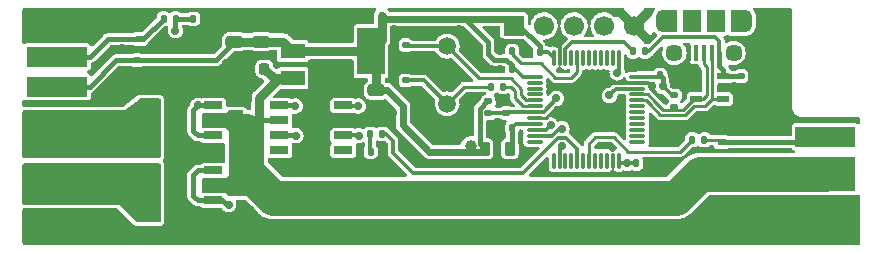
<source format=gtl>
%TF.GenerationSoftware,KiCad,Pcbnew,(6.0.8)*%
%TF.CreationDate,2022-10-14T10:01:30+03:00*%
%TF.ProjectId,ServoController,53657276-6f43-46f6-9e74-726f6c6c6572,rev?*%
%TF.SameCoordinates,PXe3ed9c0PYb6ddf70*%
%TF.FileFunction,Copper,L1,Top*%
%TF.FilePolarity,Positive*%
%FSLAX46Y46*%
G04 Gerber Fmt 4.6, Leading zero omitted, Abs format (unit mm)*
G04 Created by KiCad (PCBNEW (6.0.8)) date 2022-10-14 10:01:30*
%MOMM*%
%LPD*%
G01*
G04 APERTURE LIST*
G04 Aperture macros list*
%AMRoundRect*
0 Rectangle with rounded corners*
0 $1 Rounding radius*
0 $2 $3 $4 $5 $6 $7 $8 $9 X,Y pos of 4 corners*
0 Add a 4 corners polygon primitive as box body*
4,1,4,$2,$3,$4,$5,$6,$7,$8,$9,$2,$3,0*
0 Add four circle primitives for the rounded corners*
1,1,$1+$1,$2,$3*
1,1,$1+$1,$4,$5*
1,1,$1+$1,$6,$7*
1,1,$1+$1,$8,$9*
0 Add four rect primitives between the rounded corners*
20,1,$1+$1,$2,$3,$4,$5,0*
20,1,$1+$1,$4,$5,$6,$7,0*
20,1,$1+$1,$6,$7,$8,$9,0*
20,1,$1+$1,$8,$9,$2,$3,0*%
G04 Aperture macros list end*
%TA.AperFunction,SMDPad,CuDef*%
%ADD10RoundRect,0.140000X0.140000X0.170000X-0.140000X0.170000X-0.140000X-0.170000X0.140000X-0.170000X0*%
%TD*%
%TA.AperFunction,SMDPad,CuDef*%
%ADD11RoundRect,0.135000X-0.135000X-0.185000X0.135000X-0.185000X0.135000X0.185000X-0.135000X0.185000X0*%
%TD*%
%TA.AperFunction,SMDPad,CuDef*%
%ADD12R,0.700000X0.600000*%
%TD*%
%TA.AperFunction,SMDPad,CuDef*%
%ADD13RoundRect,0.135000X0.185000X-0.135000X0.185000X0.135000X-0.185000X0.135000X-0.185000X-0.135000X0*%
%TD*%
%TA.AperFunction,ComponentPad*%
%ADD14C,1.500000*%
%TD*%
%TA.AperFunction,SMDPad,CuDef*%
%ADD15R,5.100000X3.000000*%
%TD*%
%TA.AperFunction,SMDPad,CuDef*%
%ADD16RoundRect,0.140000X-0.140000X-0.170000X0.140000X-0.170000X0.140000X0.170000X-0.140000X0.170000X0*%
%TD*%
%TA.AperFunction,SMDPad,CuDef*%
%ADD17RoundRect,0.250000X0.475000X-0.250000X0.475000X0.250000X-0.475000X0.250000X-0.475000X-0.250000X0*%
%TD*%
%TA.AperFunction,ComponentPad*%
%ADD18R,1.700000X1.700000*%
%TD*%
%TA.AperFunction,ComponentPad*%
%ADD19C,1.700000*%
%TD*%
%TA.AperFunction,SMDPad,CuDef*%
%ADD20R,5.100000X1.700000*%
%TD*%
%TA.AperFunction,SMDPad,CuDef*%
%ADD21RoundRect,0.218750X0.218750X0.381250X-0.218750X0.381250X-0.218750X-0.381250X0.218750X-0.381250X0*%
%TD*%
%TA.AperFunction,SMDPad,CuDef*%
%ADD22RoundRect,0.140000X0.170000X-0.140000X0.170000X0.140000X-0.170000X0.140000X-0.170000X-0.140000X0*%
%TD*%
%TA.AperFunction,SMDPad,CuDef*%
%ADD23R,2.032000X1.300000*%
%TD*%
%TA.AperFunction,SMDPad,CuDef*%
%ADD24R,2.332000X3.957600*%
%TD*%
%TA.AperFunction,ComponentPad*%
%ADD25C,0.800000*%
%TD*%
%TA.AperFunction,ComponentPad*%
%ADD26C,1.450000*%
%TD*%
%TA.AperFunction,SMDPad,CuDef*%
%ADD27R,1.500000X1.900000*%
%TD*%
%TA.AperFunction,ComponentPad*%
%ADD28O,1.200000X1.900000*%
%TD*%
%TA.AperFunction,SMDPad,CuDef*%
%ADD29R,1.200000X1.900000*%
%TD*%
%TA.AperFunction,SMDPad,CuDef*%
%ADD30R,0.400000X1.350000*%
%TD*%
%TA.AperFunction,SMDPad,CuDef*%
%ADD31O,0.260000X1.400000*%
%TD*%
%TA.AperFunction,SMDPad,CuDef*%
%ADD32O,1.400000X0.260000*%
%TD*%
%TA.AperFunction,SMDPad,CuDef*%
%ADD33R,1.600000X0.650000*%
%TD*%
%TA.AperFunction,SMDPad,CuDef*%
%ADD34RoundRect,0.140000X-0.170000X0.140000X-0.170000X-0.140000X0.170000X-0.140000X0.170000X0.140000X0*%
%TD*%
%TA.AperFunction,SMDPad,CuDef*%
%ADD35RoundRect,0.135000X0.135000X0.185000X-0.135000X0.185000X-0.135000X-0.185000X0.135000X-0.185000X0*%
%TD*%
%TA.AperFunction,SMDPad,CuDef*%
%ADD36RoundRect,0.250000X-0.475000X0.250000X-0.475000X-0.250000X0.475000X-0.250000X0.475000X0.250000X0*%
%TD*%
%TA.AperFunction,SMDPad,CuDef*%
%ADD37RoundRect,0.225000X0.225000X0.250000X-0.225000X0.250000X-0.225000X-0.250000X0.225000X-0.250000X0*%
%TD*%
%TA.AperFunction,SMDPad,CuDef*%
%ADD38RoundRect,0.147500X0.147500X0.172500X-0.147500X0.172500X-0.147500X-0.172500X0.147500X-0.172500X0*%
%TD*%
%TA.AperFunction,SMDPad,CuDef*%
%ADD39R,1.000000X1.000000*%
%TD*%
%TA.AperFunction,SMDPad,CuDef*%
%ADD40R,1.000000X0.550000*%
%TD*%
%TA.AperFunction,SMDPad,CuDef*%
%ADD41RoundRect,0.135000X-0.185000X0.135000X-0.185000X-0.135000X0.185000X-0.135000X0.185000X0.135000X0*%
%TD*%
%TA.AperFunction,ViaPad*%
%ADD42C,0.700000*%
%TD*%
%TA.AperFunction,ViaPad*%
%ADD43C,1.000000*%
%TD*%
%TA.AperFunction,Conductor*%
%ADD44C,0.300000*%
%TD*%
%TA.AperFunction,Conductor*%
%ADD45C,0.250000*%
%TD*%
%TA.AperFunction,Conductor*%
%ADD46C,0.400000*%
%TD*%
%TA.AperFunction,Conductor*%
%ADD47C,0.800000*%
%TD*%
%TA.AperFunction,Conductor*%
%ADD48C,0.600000*%
%TD*%
%TA.AperFunction,Conductor*%
%ADD49C,3.000000*%
%TD*%
G04 APERTURE END LIST*
D10*
X41730000Y-10500000D03*
X40770000Y-10500000D03*
D11*
X39990000Y-7000000D03*
X41010000Y-7000000D03*
D12*
X10250000Y-2950000D03*
X10250000Y-1550000D03*
D11*
X51990000Y-4000000D03*
X53010000Y-4000000D03*
D13*
X39750000Y-9260000D03*
X39750000Y-8240000D03*
D10*
X41730000Y-5500000D03*
X40770000Y-5500000D03*
D14*
X36250000Y-3570000D03*
X36250000Y-8450000D03*
D15*
X3227500Y-15092500D03*
X3227500Y-11282500D03*
D16*
X54270000Y-6000000D03*
X55230000Y-6000000D03*
D17*
X19000000Y-9950000D03*
X19000000Y-8050000D03*
D18*
X41920000Y-1850000D03*
D19*
X44460000Y-1850000D03*
X47000000Y-1850000D03*
X49540000Y-1850000D03*
X52080000Y-1850000D03*
D20*
X3227500Y-7020000D03*
X3227500Y-4480000D03*
X3227500Y-1940000D03*
D10*
X30730000Y-1000000D03*
X29770000Y-1000000D03*
X44080000Y-4050000D03*
X43120000Y-4050000D03*
D12*
X59500000Y-11700000D03*
X59500000Y-10300000D03*
D11*
X40740000Y-4000000D03*
X41760000Y-4000000D03*
D21*
X41562500Y-12250000D03*
X39437500Y-12250000D03*
D22*
X41250000Y-9230000D03*
X41250000Y-8270000D03*
D23*
X23198000Y-1714000D03*
X23198000Y-4000000D03*
X23198000Y-6286000D03*
D24*
X29802000Y-4000000D03*
D25*
X29800000Y-3100000D03*
X29800000Y-4900000D03*
D26*
X60500000Y-4142500D03*
X55500000Y-4142500D03*
D27*
X59000000Y-1442500D03*
D28*
X54500000Y-1442500D03*
D27*
X57000000Y-1442500D03*
D28*
X61500000Y-1442500D03*
D29*
X55100000Y-1442500D03*
X60900000Y-1442500D03*
D30*
X56700000Y-4142500D03*
X57350000Y-4142500D03*
X58000000Y-4142500D03*
X58650000Y-4142500D03*
X59300000Y-4142500D03*
D31*
X45270000Y-4560000D03*
X45770000Y-4560000D03*
X46270000Y-4560000D03*
X46770000Y-4560000D03*
X47270000Y-4560000D03*
X47770000Y-4560000D03*
X48270000Y-4560000D03*
X48770000Y-4560000D03*
X49270000Y-4560000D03*
X49770000Y-4560000D03*
X50270000Y-4560000D03*
X50770000Y-4560000D03*
D32*
X52370000Y-6160000D03*
X52370000Y-6660000D03*
X52370000Y-7160000D03*
X52370000Y-7660000D03*
X52370000Y-8160000D03*
X52370000Y-8660000D03*
X52370000Y-9160000D03*
X52370000Y-9660000D03*
X52370000Y-10160000D03*
X52370000Y-10660000D03*
X52370000Y-11160000D03*
X52370000Y-11660000D03*
D31*
X50770000Y-13260000D03*
X50270000Y-13260000D03*
X49770000Y-13260000D03*
X49270000Y-13260000D03*
X48770000Y-13260000D03*
X48270000Y-13260000D03*
X47770000Y-13260000D03*
X47270000Y-13260000D03*
X46770000Y-13260000D03*
X46270000Y-13260000D03*
X45770000Y-13260000D03*
X45270000Y-13260000D03*
D32*
X43670000Y-11660000D03*
X43670000Y-11160000D03*
X43670000Y-10660000D03*
X43670000Y-10160000D03*
X43670000Y-9660000D03*
X43670000Y-9160000D03*
X43670000Y-8660000D03*
X43670000Y-8160000D03*
X43670000Y-7660000D03*
X43670000Y-7160000D03*
X43670000Y-6660000D03*
X43670000Y-6160000D03*
D33*
X16450000Y-17905000D03*
X16450000Y-16635000D03*
X16450000Y-15365000D03*
X16450000Y-14095000D03*
X11050000Y-14095000D03*
X11050000Y-15365000D03*
X11050000Y-16635000D03*
X11050000Y-17905000D03*
D17*
X18250000Y-3200000D03*
X18250000Y-1300000D03*
D34*
X10000000Y-4770000D03*
X10000000Y-5730000D03*
D33*
X27450000Y-12405000D03*
X27450000Y-11135000D03*
X27450000Y-9865000D03*
X27450000Y-8595000D03*
X22050000Y-8595000D03*
X22050000Y-9865000D03*
X22050000Y-11135000D03*
X22050000Y-12405000D03*
D34*
X61150000Y-6120000D03*
X61150000Y-7080000D03*
D20*
X68272500Y-11230000D03*
D15*
X68272500Y-14405000D03*
X68272500Y-18215000D03*
D35*
X58010000Y-11500000D03*
X56990000Y-11500000D03*
D22*
X32750000Y-3480000D03*
X32750000Y-2520000D03*
D35*
X30775000Y-11000000D03*
X29755000Y-11000000D03*
X13260000Y-1250000D03*
X12240000Y-1250000D03*
D36*
X30250000Y-7300000D03*
X30250000Y-9200000D03*
D37*
X20775000Y-5500000D03*
X19225000Y-5500000D03*
D17*
X20500000Y-3200000D03*
X20500000Y-1300000D03*
D38*
X30750000Y-12500000D03*
X29780000Y-12500000D03*
D39*
X57350000Y-6340000D03*
D40*
X57350000Y-8060000D03*
X59650000Y-8060000D03*
X59650000Y-6140000D03*
D41*
X55500000Y-7740000D03*
X55500000Y-8760000D03*
D22*
X32750000Y-6480000D03*
X32750000Y-5520000D03*
D36*
X19200000Y-15700000D03*
X19200000Y-17600000D03*
D16*
X52270000Y-13500000D03*
X53230000Y-13500000D03*
D33*
X16450000Y-12405000D03*
X16450000Y-11135000D03*
X16450000Y-9865000D03*
X16450000Y-8595000D03*
X11050000Y-8595000D03*
X11050000Y-9865000D03*
X11050000Y-11135000D03*
X11050000Y-12405000D03*
D16*
X14770000Y-1250000D03*
X15730000Y-1250000D03*
D42*
X34750000Y-2250000D03*
X63750000Y-19250000D03*
X54250000Y-13500000D03*
D43*
X38700000Y-3710000D03*
D42*
X27750000Y-13750000D03*
X40249500Y-10850000D03*
X48500000Y-8250000D03*
X26750000Y-2750000D03*
X47250000Y-11000000D03*
X31750000Y-2099500D03*
X64250000Y-2500000D03*
X16500000Y-2000000D03*
X13090000Y-16700000D03*
X63250000Y-6750000D03*
X17400000Y-19040000D03*
X31640000Y-9190000D03*
X17505185Y-5004769D03*
X8750000Y-6000000D03*
D43*
X45516200Y-3197878D03*
D42*
X25750000Y-1500000D03*
X46750000Y-8000000D03*
X38000000Y-10250000D03*
X58500000Y-17500000D03*
X32250000Y-4500000D03*
X13750000Y-7000000D03*
X63500000Y-17140000D03*
X16890000Y-18110000D03*
X56180000Y-5420000D03*
X13380000Y-14230000D03*
X60500000Y-19500000D03*
X48250000Y-7000000D03*
X13170000Y-9000000D03*
X25000000Y-13750000D03*
X25000000Y-10500000D03*
X35000000Y-10000000D03*
X49750000Y-9000000D03*
X19000000Y-4750000D03*
X32370000Y-18960000D03*
X25850000Y-19120000D03*
X60500000Y-17000000D03*
X49840000Y-6470000D03*
D43*
X40718225Y-3304613D03*
D42*
X23500000Y-19080000D03*
X58500000Y-19250000D03*
X8750000Y-3750000D03*
X25250000Y-5500000D03*
X14500000Y-6499500D03*
X27750000Y-1250000D03*
X12279977Y-3029977D03*
X15068477Y-2450500D03*
X13340000Y-10630000D03*
X11750000Y-6499500D03*
X62000000Y-18250000D03*
X53593356Y-6973327D03*
X13590000Y-12350000D03*
X16500000Y-6500000D03*
X16910000Y-12430000D03*
X56000000Y-18750000D03*
X53250000Y-19250000D03*
X63250000Y-1000000D03*
X30750000Y-14000000D03*
X8750000Y-1000000D03*
X61500000Y-8750000D03*
X36250000Y-5750000D03*
X9750000Y-7000000D03*
X56190000Y-6490000D03*
X50500000Y-10500000D03*
X26750000Y-6250000D03*
X21750000Y-13500000D03*
X40618554Y-8069019D03*
X37250000Y-2099500D03*
X63250000Y-4500000D03*
X55800000Y-10450000D03*
X64250000Y-8750000D03*
X13880000Y-17740000D03*
X28860000Y-19040000D03*
X34500000Y-4750000D03*
X13960000Y-19120000D03*
X57550000Y-10700000D03*
D43*
X38250000Y-12000000D03*
D42*
X54500000Y-6985500D03*
X51500000Y-13500000D03*
D43*
X18000000Y-10000000D03*
X18000000Y-15250000D03*
X16450000Y-9865000D03*
X16450000Y-15365000D03*
D42*
X45500000Y-8000000D03*
X13250000Y-2250000D03*
X45954872Y-12014372D03*
X50650000Y-5810000D03*
X50000000Y-7750000D03*
X28750000Y-11150000D03*
X45960000Y-10550000D03*
X45010000Y-10259500D03*
X28740000Y-8640000D03*
X15155000Y-8595000D03*
X23390000Y-8630000D03*
X17750000Y-17000000D03*
X23450000Y-11150000D03*
D44*
X40770000Y-10500000D02*
X40599500Y-10500000D01*
X40740000Y-3326388D02*
X40718225Y-3304613D01*
X52370000Y-6660000D02*
X53280029Y-6660000D01*
D45*
X44590000Y-9660000D02*
X45500000Y-8750000D01*
D46*
X39652150Y-5500000D02*
X38700000Y-4547850D01*
D44*
X40599500Y-10500000D02*
X40249500Y-10850000D01*
X50030000Y-6660000D02*
X49840000Y-6470000D01*
D45*
X43670000Y-9660000D02*
X44590000Y-9660000D01*
D44*
X45770000Y-4560000D02*
X45770000Y-3451678D01*
X40740000Y-4000000D02*
X40740000Y-3326388D01*
X53280029Y-6660000D02*
X53593356Y-6973327D01*
D46*
X40770000Y-5500000D02*
X39652150Y-5500000D01*
D44*
X45770000Y-3451678D02*
X45516200Y-3197878D01*
X40819535Y-8270000D02*
X40618554Y-8069019D01*
X52370000Y-6660000D02*
X50030000Y-6660000D01*
X41250000Y-8270000D02*
X40819535Y-8270000D01*
D46*
X38700000Y-4547850D02*
X38700000Y-3710000D01*
D47*
X23198000Y-4000000D02*
X29802000Y-4000000D01*
D46*
X39750000Y-8240000D02*
X39660000Y-8240000D01*
D48*
X32500000Y-10250000D02*
X34750000Y-12500000D01*
D45*
X55254500Y-7740000D02*
X54500000Y-6985500D01*
D46*
X37750000Y-1250000D02*
X39750000Y-3250000D01*
X42350000Y-1850000D02*
X44080000Y-3580000D01*
D45*
X55500000Y-7740000D02*
X55254500Y-7740000D01*
D46*
X44080000Y-3580000D02*
X44080000Y-4050000D01*
D48*
X38250000Y-12500000D02*
X34750000Y-12500000D01*
D46*
X39030480Y-11842980D02*
X39437500Y-12250000D01*
D47*
X22398000Y-3200000D02*
X20500000Y-3200000D01*
X30250000Y-4448000D02*
X29802000Y-4000000D01*
D46*
X39750000Y-4250000D02*
X40219520Y-4719520D01*
D44*
X51500000Y-13500000D02*
X51010000Y-13500000D01*
D46*
X39030480Y-8869520D02*
X39030480Y-11842980D01*
D44*
X44760000Y-4050000D02*
X44080000Y-4050000D01*
D48*
X38250000Y-12000000D02*
X38250000Y-12500000D01*
D44*
X43670000Y-6160000D02*
X42660000Y-6160000D01*
D46*
X41266018Y-4719520D02*
X41730000Y-5183502D01*
D48*
X31175000Y-7300000D02*
X32500000Y-8625000D01*
D47*
X18250000Y-3200000D02*
X20500000Y-3200000D01*
D44*
X45270000Y-4560000D02*
X44760000Y-4050000D01*
D47*
X23198000Y-4000000D02*
X22398000Y-3200000D01*
D44*
X42660000Y-6160000D02*
X42000000Y-5500000D01*
D46*
X8250000Y-4750000D02*
X16700000Y-4750000D01*
X41920000Y-1850000D02*
X42350000Y-1850000D01*
D44*
X52370000Y-6160000D02*
X54110000Y-6160000D01*
D48*
X32500000Y-8625000D02*
X32500000Y-10250000D01*
D46*
X3227500Y-7020000D02*
X5980000Y-7020000D01*
D44*
X54110000Y-6160000D02*
X54270000Y-6000000D01*
D48*
X30730000Y-1000000D02*
X30980000Y-1250000D01*
D44*
X52250000Y-13500000D02*
X51500000Y-13500000D01*
D46*
X40219520Y-4719520D02*
X41266018Y-4719520D01*
X41730000Y-5183502D02*
X41730000Y-5500000D01*
D48*
X34750000Y-12500000D02*
X39187500Y-12500000D01*
D46*
X16700000Y-4750000D02*
X18250000Y-3200000D01*
D47*
X30730000Y-1000000D02*
X30730000Y-3072000D01*
D48*
X41320000Y-1250000D02*
X41920000Y-1850000D01*
D47*
X30250000Y-7300000D02*
X30250000Y-4448000D01*
D46*
X54500000Y-6230000D02*
X54500000Y-6985500D01*
D48*
X37750000Y-1250000D02*
X41320000Y-1250000D01*
X30980000Y-1250000D02*
X37750000Y-1250000D01*
D44*
X42000000Y-5500000D02*
X41730000Y-5500000D01*
D47*
X30730000Y-3072000D02*
X29802000Y-4000000D01*
D46*
X54270000Y-6000000D02*
X54500000Y-6230000D01*
D44*
X51010000Y-13500000D02*
X50770000Y-13260000D01*
D46*
X39660000Y-8240000D02*
X39030480Y-8869520D01*
D48*
X30250000Y-7300000D02*
X31175000Y-7300000D01*
X39187500Y-12500000D02*
X39437500Y-12250000D01*
D46*
X5980000Y-7020000D02*
X8250000Y-4750000D01*
X39750000Y-3250000D02*
X39750000Y-4250000D01*
D44*
X53360000Y-4000000D02*
X53010000Y-4000000D01*
X58952500Y-2820000D02*
X54540000Y-2820000D01*
X54540000Y-2820000D02*
X53360000Y-4000000D01*
D46*
X59650000Y-5580000D02*
X59300000Y-5230000D01*
D44*
X59300000Y-4142500D02*
X59300000Y-3167500D01*
X59300000Y-3167500D02*
X58952500Y-2820000D01*
D46*
X61130000Y-6140000D02*
X61150000Y-6120000D01*
X59650000Y-6140000D02*
X61130000Y-6140000D01*
X59300000Y-5230000D02*
X59300000Y-4142500D01*
X59650000Y-6140000D02*
X59650000Y-5580000D01*
D47*
X20350000Y-10750000D02*
X20350000Y-7970978D01*
D49*
X68272500Y-14405000D02*
X57645000Y-14405000D01*
D47*
X18065000Y-9865000D02*
X18365000Y-9865000D01*
X18365000Y-9865000D02*
X19250000Y-10750000D01*
X22034978Y-6286000D02*
X23198000Y-6286000D01*
D49*
X57645000Y-14405000D02*
X55640000Y-16410000D01*
X21530978Y-16410000D02*
X19250000Y-14129022D01*
X55640000Y-16410000D02*
X21530978Y-16410000D01*
D47*
X21561000Y-6286000D02*
X23198000Y-6286000D01*
X18014022Y-15365000D02*
X18174511Y-15204511D01*
X20350000Y-7970978D02*
X22034978Y-6286000D01*
X20775000Y-5500000D02*
X21561000Y-6286000D01*
D46*
X22050000Y-9865000D02*
X20135000Y-9865000D01*
X20135000Y-9865000D02*
X19250000Y-10750000D01*
D47*
X18174511Y-15204511D02*
X19250000Y-14129022D01*
X16450000Y-9865000D02*
X18065000Y-9865000D01*
X16450000Y-15365000D02*
X18014022Y-15365000D01*
X19250000Y-10750000D02*
X20350000Y-10750000D01*
D49*
X19250000Y-14129022D02*
X19250000Y-10750000D01*
D44*
X43670000Y-9160000D02*
X41320000Y-9160000D01*
X41250000Y-9230000D02*
X39780000Y-9230000D01*
X39780000Y-9230000D02*
X39750000Y-9260000D01*
X45500000Y-8078143D02*
X44418143Y-9160000D01*
X41320000Y-9160000D02*
X41250000Y-9230000D01*
X44418143Y-9160000D02*
X43670000Y-9160000D01*
X45500000Y-8000000D02*
X45500000Y-8078143D01*
D46*
X13250000Y-2250000D02*
X13250000Y-1260000D01*
X13250000Y-1260000D02*
X13260000Y-1250000D01*
X14770000Y-1250000D02*
X13260000Y-1250000D01*
D44*
X45770000Y-12199244D02*
X45770000Y-13260000D01*
X45954872Y-12014372D02*
X45770000Y-12199244D01*
D45*
X38980000Y-6300000D02*
X36250000Y-3570000D01*
X42499511Y-7737654D02*
X42499511Y-7162616D01*
D44*
X32750000Y-3480000D02*
X32840000Y-3570000D01*
D45*
X42499511Y-7162616D02*
X41636895Y-6300000D01*
D44*
X32840000Y-3570000D02*
X36250000Y-3570000D01*
D45*
X42921857Y-8160000D02*
X42499511Y-7737654D01*
X43670000Y-8160000D02*
X42921857Y-8160000D01*
X41636895Y-6300000D02*
X38980000Y-6300000D01*
D44*
X34280000Y-6480000D02*
X36250000Y-8450000D01*
D45*
X39990000Y-7000000D02*
X37700000Y-7000000D01*
X37700000Y-7000000D02*
X36250000Y-8450000D01*
D44*
X32750000Y-6480000D02*
X34280000Y-6480000D01*
D45*
X59300000Y-11500000D02*
X58010000Y-11500000D01*
X59500000Y-11700000D02*
X59300000Y-11500000D01*
D46*
X67802500Y-11700000D02*
X68272500Y-11230000D01*
X61250000Y-11700000D02*
X67802500Y-11700000D01*
X59500000Y-11700000D02*
X61250000Y-11700000D01*
D44*
X42070000Y-10160000D02*
X41730000Y-10500000D01*
X43670000Y-10160000D02*
X42070000Y-10160000D01*
D46*
X41730000Y-12082500D02*
X41562500Y-12250000D01*
X41730000Y-10500000D02*
X41730000Y-12082500D01*
D44*
X29755000Y-11000000D02*
X29755000Y-12475000D01*
X29755000Y-12475000D02*
X29780000Y-12500000D01*
X50770000Y-5690000D02*
X50650000Y-5810000D01*
X50770000Y-4560000D02*
X50770000Y-5690000D01*
X50000000Y-7750000D02*
X50590000Y-7160000D01*
X50590000Y-7160000D02*
X52370000Y-7160000D01*
D45*
X58700000Y-4192500D02*
X58700000Y-8050000D01*
X58700000Y-8050000D02*
X58090489Y-8659511D01*
X53394520Y-8471732D02*
X53082788Y-8160000D01*
X57161207Y-8659511D02*
X56421208Y-9399510D01*
X56421208Y-9399510D02*
X54313806Y-9399510D01*
X58090489Y-8659511D02*
X57161207Y-8659511D01*
X58710000Y-8060000D02*
X59650000Y-8060000D01*
X53394520Y-8480224D02*
X53394520Y-8471732D01*
X53082788Y-8160000D02*
X52370000Y-8160000D01*
X58650000Y-4142500D02*
X58700000Y-4192500D01*
X54313806Y-9399510D02*
X53394520Y-8480224D01*
X58700000Y-8050000D02*
X58710000Y-8060000D01*
X58000000Y-5100000D02*
X58250480Y-5350480D01*
X52370000Y-7660000D02*
X53218492Y-7660000D01*
X58250480Y-5350480D02*
X58250480Y-7742020D01*
X53844031Y-8285539D02*
X53844031Y-8294031D01*
X56235000Y-8950000D02*
X57125000Y-8060000D01*
X58000000Y-4142500D02*
X58000000Y-5100000D01*
X57125000Y-8060000D02*
X57350000Y-8060000D01*
X53844031Y-8294031D02*
X54499999Y-8949999D01*
X53218492Y-7660000D02*
X53844031Y-8285539D01*
X57932500Y-8060000D02*
X57350000Y-8060000D01*
X54499999Y-8949999D02*
X56235000Y-8950000D01*
X58250480Y-7742020D02*
X57932500Y-8060000D01*
D44*
X51250000Y-3260000D02*
X46821857Y-3260000D01*
X46821857Y-3260000D02*
X46270000Y-3811857D01*
X51990000Y-4000000D02*
X51250000Y-3260000D01*
X46270000Y-3811857D02*
X46270000Y-4560000D01*
D45*
X47270000Y-4560000D02*
X47270000Y-5740000D01*
X41760000Y-4260000D02*
X41760000Y-4000000D01*
X47270000Y-5740000D02*
X46760000Y-6250000D01*
X42520000Y-5020000D02*
X41760000Y-4260000D01*
X45410000Y-6250000D02*
X44180000Y-5020000D01*
X44180000Y-5020000D02*
X42520000Y-5020000D01*
X46760000Y-6250000D02*
X45410000Y-6250000D01*
D44*
X31670000Y-11600000D02*
X31070000Y-11000000D01*
X46284861Y-11314861D02*
X45665139Y-11314861D01*
X31670000Y-12610000D02*
X31670000Y-11600000D01*
X47270000Y-12300000D02*
X46284861Y-11314861D01*
X33360000Y-14300000D02*
X31670000Y-12610000D01*
X42680000Y-14300000D02*
X33360000Y-14300000D01*
X31070000Y-11000000D02*
X30775000Y-11000000D01*
X45665139Y-11314861D02*
X42680000Y-14300000D01*
X47270000Y-13260000D02*
X47270000Y-12300000D01*
D45*
X48270000Y-11830000D02*
X48800000Y-11300000D01*
X55988268Y-12501732D02*
X56990000Y-11500000D01*
X50400000Y-11300000D02*
X51601732Y-12501732D01*
X51601732Y-12501732D02*
X55988268Y-12501732D01*
X48800000Y-11300000D02*
X50400000Y-11300000D01*
X48270000Y-13260000D02*
X48270000Y-11830000D01*
D44*
X45723572Y-10550000D02*
X45113572Y-11160000D01*
X45960000Y-10550000D02*
X45723572Y-10550000D01*
X28735000Y-11135000D02*
X28750000Y-11150000D01*
X45113572Y-11160000D02*
X43670000Y-11160000D01*
X27450000Y-11135000D02*
X28735000Y-11135000D01*
X45010000Y-10259500D02*
X44609500Y-10660000D01*
X44609500Y-10660000D02*
X43670000Y-10660000D01*
X28740000Y-8640000D02*
X27495000Y-8640000D01*
X27495000Y-8640000D02*
X27450000Y-8595000D01*
D46*
X22050000Y-8595000D02*
X23355000Y-8595000D01*
X14750000Y-9000000D02*
X14750000Y-10750000D01*
X15155000Y-8595000D02*
X14750000Y-9000000D01*
X15135000Y-11135000D02*
X16450000Y-11135000D01*
X14750000Y-10750000D02*
X15135000Y-11135000D01*
X16450000Y-8595000D02*
X15155000Y-8595000D01*
X23355000Y-8595000D02*
X23390000Y-8630000D01*
X23435000Y-11135000D02*
X23450000Y-11150000D01*
X17209755Y-16635000D02*
X16450000Y-16635000D01*
X14750000Y-14500000D02*
X14750000Y-16250000D01*
X15135000Y-16635000D02*
X16450000Y-16635000D01*
X14750000Y-16250000D02*
X15135000Y-16635000D01*
X16450000Y-14095000D02*
X15155000Y-14095000D01*
X17750000Y-17000000D02*
X17574755Y-17000000D01*
X17574755Y-17000000D02*
X17209755Y-16635000D01*
X15155000Y-14095000D02*
X14750000Y-14500000D01*
X22050000Y-11135000D02*
X23435000Y-11135000D01*
X3227500Y-4480000D02*
X6020000Y-4480000D01*
X10490000Y-3000000D02*
X12240000Y-1250000D01*
X6020000Y-4480000D02*
X7500000Y-3000000D01*
X7500000Y-3000000D02*
X10490000Y-3000000D01*
D45*
X41999991Y-7944561D02*
X41999991Y-7369524D01*
X42715430Y-8660000D02*
X41999991Y-7944561D01*
X43670000Y-8660000D02*
X42715430Y-8660000D01*
X41630467Y-7000000D02*
X41010000Y-7000000D01*
X41999991Y-7369524D02*
X41630467Y-7000000D01*
%TA.AperFunction,Conductor*%
G36*
X11943039Y-8019685D02*
G01*
X11988794Y-8072489D01*
X12000000Y-8124000D01*
X12000000Y-12876000D01*
X11980315Y-12943039D01*
X11927511Y-12988794D01*
X11876000Y-13000000D01*
X424500Y-13000000D01*
X357461Y-12980315D01*
X311706Y-12927511D01*
X300500Y-12876000D01*
X300500Y-9124000D01*
X320185Y-9056961D01*
X372989Y-9011206D01*
X424500Y-9000000D01*
X9000000Y-9000000D01*
X10216035Y-8027172D01*
X10280681Y-8000664D01*
X10293497Y-8000000D01*
X11876000Y-8000000D01*
X11943039Y-8019685D01*
G37*
%TD.AperFunction*%
%TA.AperFunction,Conductor*%
G36*
X19733242Y-3920185D02*
G01*
X19741173Y-3925730D01*
X19745483Y-3929002D01*
X19745485Y-3929003D01*
X19752217Y-3934113D01*
X19760078Y-3937225D01*
X19760079Y-3937226D01*
X19885047Y-3986704D01*
X19885049Y-3986704D01*
X19892453Y-3989636D01*
X19900357Y-3990592D01*
X19900359Y-3990593D01*
X19953073Y-3996972D01*
X19982228Y-4000500D01*
X21017772Y-4000500D01*
X21046927Y-3996972D01*
X21099641Y-3990593D01*
X21099643Y-3990592D01*
X21107547Y-3989636D01*
X21114951Y-3986704D01*
X21114953Y-3986704D01*
X21239921Y-3937226D01*
X21239922Y-3937225D01*
X21247783Y-3934113D01*
X21254515Y-3929003D01*
X21254517Y-3929002D01*
X21258827Y-3925730D01*
X21324128Y-3900878D01*
X21333797Y-3900500D01*
X21757500Y-3900500D01*
X21824539Y-3920185D01*
X21870294Y-3972989D01*
X21881500Y-4024500D01*
X21881500Y-4694646D01*
X21884618Y-4720846D01*
X21930061Y-4823153D01*
X22009287Y-4902241D01*
X22019758Y-4906870D01*
X22019759Y-4906871D01*
X22103147Y-4943737D01*
X22103149Y-4943738D01*
X22111673Y-4947506D01*
X22137354Y-4950500D01*
X24258646Y-4950500D01*
X24262300Y-4950065D01*
X24262302Y-4950065D01*
X24267266Y-4949474D01*
X24284846Y-4947382D01*
X24387153Y-4901939D01*
X24466241Y-4822713D01*
X24470870Y-4812244D01*
X24470872Y-4812240D01*
X24487617Y-4774362D01*
X24532727Y-4721006D01*
X24601028Y-4700500D01*
X28211500Y-4700500D01*
X28278539Y-4720185D01*
X28324294Y-4772989D01*
X28335500Y-4824500D01*
X28335500Y-6023446D01*
X28335935Y-6027100D01*
X28335935Y-6027102D01*
X28336131Y-6028752D01*
X28338618Y-6049646D01*
X28384061Y-6151953D01*
X28463287Y-6231041D01*
X28473758Y-6235670D01*
X28473759Y-6235671D01*
X28557147Y-6272537D01*
X28557149Y-6272538D01*
X28565673Y-6276306D01*
X28591354Y-6279300D01*
X29425500Y-6279300D01*
X29492539Y-6298985D01*
X29538294Y-6351789D01*
X29549500Y-6403300D01*
X29549500Y-6468443D01*
X29529815Y-6535482D01*
X29500471Y-6567212D01*
X29388810Y-6651968D01*
X29382078Y-6657078D01*
X29376968Y-6663810D01*
X29306967Y-6756033D01*
X29290887Y-6777217D01*
X29287775Y-6785078D01*
X29287774Y-6785079D01*
X29238296Y-6910047D01*
X29235364Y-6917453D01*
X29234408Y-6925357D01*
X29234407Y-6925359D01*
X29231403Y-6950185D01*
X29224500Y-7007228D01*
X29224500Y-7592772D01*
X29235364Y-7682547D01*
X29238296Y-7689951D01*
X29238296Y-7689953D01*
X29279324Y-7793577D01*
X29290887Y-7822783D01*
X29295999Y-7829517D01*
X29295999Y-7829518D01*
X29369636Y-7926530D01*
X29382078Y-7942922D01*
X29388810Y-7948032D01*
X29494729Y-8028429D01*
X29502217Y-8034113D01*
X29510078Y-8037225D01*
X29510079Y-8037226D01*
X29635047Y-8086704D01*
X29635049Y-8086704D01*
X29642453Y-8089636D01*
X29650357Y-8090592D01*
X29650359Y-8090593D01*
X29702041Y-8096847D01*
X29732228Y-8100500D01*
X30767772Y-8100500D01*
X30797959Y-8096847D01*
X30849641Y-8090593D01*
X30849643Y-8090592D01*
X30857547Y-8089636D01*
X30966536Y-8046485D01*
X31036110Y-8040108D01*
X31099861Y-8074096D01*
X31863181Y-8837416D01*
X31896666Y-8898739D01*
X31899500Y-8925097D01*
X31899500Y-10202513D01*
X31898439Y-10218698D01*
X31894318Y-10250000D01*
X31910393Y-10372102D01*
X31914956Y-10406762D01*
X31918065Y-10414269D01*
X31918066Y-10414271D01*
X31958305Y-10511415D01*
X31975464Y-10552841D01*
X31980411Y-10559288D01*
X32040262Y-10637287D01*
X32071718Y-10678282D01*
X32078165Y-10683229D01*
X32096770Y-10697505D01*
X32108965Y-10708200D01*
X34291800Y-12891035D01*
X34302495Y-12903230D01*
X34315187Y-12919770D01*
X34321718Y-12928282D01*
X34328165Y-12933229D01*
X34364074Y-12960783D01*
X34392039Y-12982241D01*
X34447159Y-13024536D01*
X34454667Y-13027646D01*
X34574195Y-13077156D01*
X34593238Y-13085044D01*
X34710633Y-13100500D01*
X34741934Y-13104621D01*
X34750000Y-13105683D01*
X34758067Y-13104621D01*
X34781308Y-13101561D01*
X34797494Y-13100500D01*
X38202513Y-13100500D01*
X38218698Y-13101561D01*
X38250000Y-13105682D01*
X38258059Y-13104621D01*
X38281302Y-13101561D01*
X38297487Y-13100500D01*
X38969670Y-13100500D01*
X39015317Y-13109208D01*
X39093727Y-13140253D01*
X39178406Y-13150500D01*
X39696594Y-13150500D01*
X39781273Y-13140253D01*
X39831163Y-13120500D01*
X39905686Y-13090994D01*
X39905687Y-13090993D01*
X39913548Y-13087881D01*
X39939584Y-13068119D01*
X39984250Y-13034215D01*
X40026867Y-13001867D01*
X40087102Y-12922511D01*
X40107769Y-12895283D01*
X40107769Y-12895282D01*
X40112881Y-12888548D01*
X40116116Y-12880379D01*
X40162322Y-12763676D01*
X40162322Y-12763675D01*
X40165253Y-12756273D01*
X40175500Y-12671594D01*
X40175500Y-11828406D01*
X40165253Y-11743727D01*
X40159961Y-11730362D01*
X40115994Y-11619314D01*
X40115993Y-11619313D01*
X40112881Y-11611452D01*
X40086564Y-11576780D01*
X40041880Y-11517912D01*
X40026867Y-11498133D01*
X39913548Y-11412119D01*
X39883776Y-11400331D01*
X39788676Y-11362678D01*
X39788675Y-11362678D01*
X39781273Y-11359747D01*
X39696594Y-11349500D01*
X39654980Y-11349500D01*
X39587941Y-11329815D01*
X39542186Y-11277011D01*
X39530980Y-11225500D01*
X39530980Y-9954500D01*
X39550665Y-9887461D01*
X39603469Y-9841706D01*
X39654980Y-9830500D01*
X39987038Y-9830500D01*
X39989942Y-9830225D01*
X39989952Y-9830225D01*
X40010005Y-9828329D01*
X40017526Y-9827618D01*
X40024655Y-9825114D01*
X40024657Y-9825114D01*
X40082502Y-9804800D01*
X40141085Y-9784227D01*
X40246423Y-9706423D01*
X40248347Y-9709028D01*
X40295402Y-9683334D01*
X40321760Y-9680500D01*
X40718080Y-9680500D01*
X40785119Y-9700185D01*
X40791751Y-9704757D01*
X40841008Y-9741139D01*
X40871548Y-9763696D01*
X40996526Y-9807585D01*
X41004045Y-9808296D01*
X41004046Y-9808296D01*
X41024448Y-9810225D01*
X41024458Y-9810225D01*
X41027362Y-9810500D01*
X41182088Y-9810500D01*
X41249127Y-9830185D01*
X41294882Y-9882989D01*
X41304826Y-9952147D01*
X41276692Y-10013752D01*
X41275001Y-10015001D01*
X41196304Y-10121548D01*
X41152415Y-10246526D01*
X41149500Y-10277362D01*
X41149500Y-10722638D01*
X41149775Y-10725542D01*
X41149775Y-10725552D01*
X41150304Y-10731147D01*
X41152415Y-10753474D01*
X41196304Y-10878452D01*
X41201812Y-10885909D01*
X41205241Y-10890552D01*
X41229238Y-10956172D01*
X41229500Y-10964225D01*
X41229500Y-11271212D01*
X41209815Y-11338251D01*
X41151149Y-11386503D01*
X41086452Y-11412119D01*
X40973133Y-11498133D01*
X40958120Y-11517912D01*
X40913437Y-11576780D01*
X40887119Y-11611452D01*
X40884007Y-11619313D01*
X40884006Y-11619314D01*
X40840039Y-11730362D01*
X40834747Y-11743727D01*
X40824500Y-11828406D01*
X40824500Y-12671594D01*
X40834747Y-12756273D01*
X40837678Y-12763675D01*
X40837678Y-12763676D01*
X40883885Y-12880379D01*
X40887119Y-12888548D01*
X40892231Y-12895282D01*
X40892231Y-12895283D01*
X40912898Y-12922511D01*
X40973133Y-13001867D01*
X41015750Y-13034215D01*
X41060417Y-13068119D01*
X41086452Y-13087881D01*
X41094313Y-13090993D01*
X41094314Y-13090994D01*
X41168837Y-13120500D01*
X41218727Y-13140253D01*
X41303406Y-13150500D01*
X41821594Y-13150500D01*
X41906273Y-13140253D01*
X41956163Y-13120500D01*
X42030686Y-13090994D01*
X42030687Y-13090993D01*
X42038548Y-13087881D01*
X42064584Y-13068119D01*
X42109250Y-13034215D01*
X42151867Y-13001867D01*
X42212102Y-12922511D01*
X42232769Y-12895283D01*
X42232769Y-12895282D01*
X42237881Y-12888548D01*
X42241116Y-12880379D01*
X42287322Y-12763676D01*
X42287322Y-12763675D01*
X42290253Y-12756273D01*
X42300500Y-12671594D01*
X42300500Y-11828406D01*
X42290253Y-11743727D01*
X42239208Y-11614803D01*
X42230500Y-11569156D01*
X42230500Y-10964225D01*
X42250185Y-10897186D01*
X42254759Y-10890552D01*
X42258188Y-10885909D01*
X42263696Y-10878452D01*
X42307585Y-10753474D01*
X42310482Y-10722829D01*
X42336389Y-10657940D01*
X42393265Y-10617358D01*
X42433932Y-10610500D01*
X42549362Y-10610500D01*
X42616401Y-10630185D01*
X42662156Y-10682989D01*
X42673052Y-10725740D01*
X42675122Y-10754971D01*
X42678468Y-10763620D01*
X42718504Y-10867107D01*
X42724334Y-10936733D01*
X42710082Y-10974126D01*
X42699867Y-10991712D01*
X42699864Y-10991719D01*
X42695210Y-10999732D01*
X42665979Y-11125842D01*
X42675122Y-11254971D01*
X42678468Y-11263620D01*
X42718504Y-11367107D01*
X42724334Y-11436733D01*
X42710082Y-11474126D01*
X42699867Y-11491712D01*
X42699864Y-11491719D01*
X42695210Y-11499732D01*
X42665979Y-11625842D01*
X42675122Y-11754971D01*
X42678468Y-11763620D01*
X42717762Y-11865188D01*
X42721830Y-11875704D01*
X42727570Y-11882985D01*
X42796235Y-11970087D01*
X42796238Y-11970089D01*
X42801974Y-11977366D01*
X42847967Y-12009154D01*
X42900841Y-12045698D01*
X42900844Y-12045700D01*
X42908467Y-12050968D01*
X43031894Y-12090003D01*
X43038209Y-12090500D01*
X43953035Y-12090500D01*
X44020074Y-12110185D01*
X44065829Y-12162989D01*
X44075773Y-12232147D01*
X44046748Y-12295703D01*
X44040716Y-12302181D01*
X42529716Y-13813181D01*
X42468393Y-13846666D01*
X42442035Y-13849500D01*
X33597965Y-13849500D01*
X33530926Y-13829815D01*
X33510284Y-13813181D01*
X32156819Y-12459716D01*
X32123334Y-12398393D01*
X32120500Y-12372035D01*
X32120500Y-11634102D01*
X32121359Y-11619528D01*
X32124275Y-11594894D01*
X32124275Y-11594891D01*
X32125364Y-11585689D01*
X32114821Y-11527962D01*
X32114181Y-11524121D01*
X32114085Y-11523480D01*
X32105449Y-11466038D01*
X32102321Y-11459525D01*
X32101025Y-11452427D01*
X32082825Y-11417390D01*
X32073964Y-11400331D01*
X32072224Y-11396848D01*
X32067257Y-11386504D01*
X32046809Y-11343921D01*
X32041982Y-11338699D01*
X32041839Y-11338486D01*
X32038579Y-11332211D01*
X32034275Y-11327172D01*
X31997006Y-11289903D01*
X31993631Y-11286393D01*
X31961147Y-11251251D01*
X31961144Y-11251249D01*
X31954854Y-11244444D01*
X31948516Y-11240763D01*
X31942275Y-11235172D01*
X31412667Y-10705564D01*
X31402969Y-10694651D01*
X31387611Y-10675170D01*
X31381872Y-10667890D01*
X31333572Y-10634508D01*
X31330443Y-10632272D01*
X31314708Y-10620650D01*
X31288641Y-10594581D01*
X31226931Y-10511033D01*
X31226928Y-10511030D01*
X31221423Y-10503577D01*
X31211329Y-10496121D01*
X31141163Y-10444296D01*
X31116085Y-10425773D01*
X31024738Y-10393694D01*
X30999657Y-10384886D01*
X30999655Y-10384886D01*
X30992526Y-10382382D01*
X30985005Y-10381671D01*
X30964952Y-10379775D01*
X30964942Y-10379775D01*
X30962038Y-10379500D01*
X30587962Y-10379500D01*
X30585058Y-10379775D01*
X30585048Y-10379775D01*
X30564995Y-10381671D01*
X30557474Y-10382382D01*
X30550345Y-10384886D01*
X30550343Y-10384886D01*
X30525262Y-10393694D01*
X30433915Y-10425773D01*
X30412028Y-10441939D01*
X30338671Y-10496121D01*
X30273051Y-10520116D01*
X30204875Y-10504826D01*
X30191329Y-10496121D01*
X30117972Y-10441939D01*
X30096085Y-10425773D01*
X30004738Y-10393694D01*
X29979657Y-10384886D01*
X29979655Y-10384886D01*
X29972526Y-10382382D01*
X29965005Y-10381671D01*
X29944952Y-10379775D01*
X29944942Y-10379775D01*
X29942038Y-10379500D01*
X29567962Y-10379500D01*
X29565058Y-10379775D01*
X29565048Y-10379775D01*
X29544995Y-10381671D01*
X29537474Y-10382382D01*
X29530345Y-10384886D01*
X29530343Y-10384886D01*
X29505262Y-10393694D01*
X29413915Y-10425773D01*
X29388837Y-10444296D01*
X29318672Y-10496121D01*
X29308577Y-10503577D01*
X29303072Y-10511030D01*
X29303071Y-10511031D01*
X29262576Y-10565856D01*
X29206912Y-10608085D01*
X29137254Y-10613517D01*
X29104810Y-10601771D01*
X29052889Y-10574280D01*
X28984831Y-10538245D01*
X28832128Y-10499889D01*
X28750329Y-10499461D01*
X28682158Y-10499104D01*
X28682157Y-10499104D01*
X28674684Y-10499065D01*
X28667421Y-10500809D01*
X28667418Y-10500809D01*
X28603049Y-10516263D01*
X28521588Y-10535820D01*
X28514949Y-10539247D01*
X28514948Y-10539247D01*
X28505809Y-10543964D01*
X28437208Y-10557219D01*
X28398798Y-10547186D01*
X28328853Y-10516263D01*
X28328851Y-10516262D01*
X28320327Y-10512494D01*
X28294646Y-10509500D01*
X26605354Y-10509500D01*
X26601700Y-10509935D01*
X26601698Y-10509935D01*
X26596734Y-10510526D01*
X26579154Y-10512618D01*
X26476847Y-10558061D01*
X26397759Y-10637287D01*
X26393130Y-10647758D01*
X26393129Y-10647759D01*
X26358305Y-10726530D01*
X26352494Y-10739673D01*
X26349500Y-10765354D01*
X26349500Y-11504646D01*
X26352618Y-11530846D01*
X26398061Y-11633153D01*
X26406165Y-11641243D01*
X26447218Y-11682225D01*
X26480757Y-11743519D01*
X26475834Y-11813215D01*
X26447371Y-11857588D01*
X26405849Y-11899182D01*
X26405847Y-11899185D01*
X26397759Y-11907287D01*
X26393130Y-11917758D01*
X26393129Y-11917759D01*
X26356483Y-12000651D01*
X26352494Y-12009673D01*
X26349500Y-12035354D01*
X26349500Y-12774646D01*
X26352618Y-12800846D01*
X26398061Y-12903153D01*
X26477287Y-12982241D01*
X26487758Y-12986870D01*
X26487759Y-12986871D01*
X26571147Y-13023737D01*
X26571149Y-13023738D01*
X26579673Y-13027506D01*
X26605354Y-13030500D01*
X28294646Y-13030500D01*
X28298300Y-13030065D01*
X28298302Y-13030065D01*
X28303266Y-13029474D01*
X28320846Y-13027382D01*
X28423153Y-12981939D01*
X28502241Y-12902713D01*
X28508482Y-12888596D01*
X28543737Y-12808853D01*
X28543738Y-12808851D01*
X28547506Y-12800327D01*
X28550500Y-12774646D01*
X28550500Y-12035354D01*
X28547382Y-12009154D01*
X28543607Y-12000656D01*
X28543606Y-12000651D01*
X28530639Y-11971458D01*
X28521415Y-11902200D01*
X28551100Y-11838950D01*
X28610268Y-11801789D01*
X28658168Y-11798454D01*
X28661069Y-11799215D01*
X28745715Y-11800545D01*
X28811025Y-11801571D01*
X28811028Y-11801571D01*
X28818495Y-11801688D01*
X28825776Y-11800020D01*
X28825780Y-11800020D01*
X28964681Y-11768207D01*
X28971968Y-11766538D01*
X29112625Y-11695795D01*
X29114124Y-11694515D01*
X29178612Y-11674508D01*
X29245943Y-11693170D01*
X29292497Y-11745271D01*
X29304500Y-11798494D01*
X29304500Y-11976650D01*
X29284815Y-12043689D01*
X29280248Y-12050314D01*
X29232101Y-12115500D01*
X29229030Y-12124245D01*
X29189969Y-12235476D01*
X29187465Y-12242605D01*
X29186754Y-12250124D01*
X29186754Y-12250125D01*
X29185317Y-12265330D01*
X29184500Y-12273971D01*
X29184501Y-12726028D01*
X29184775Y-12728926D01*
X29184775Y-12728929D01*
X29185910Y-12740939D01*
X29187465Y-12757395D01*
X29232101Y-12884500D01*
X29237608Y-12891956D01*
X29248736Y-12907022D01*
X29312138Y-12992862D01*
X29420500Y-13072899D01*
X29429245Y-13075970D01*
X29540479Y-13115033D01*
X29540483Y-13115034D01*
X29547605Y-13117535D01*
X29555124Y-13118246D01*
X29555125Y-13118246D01*
X29576057Y-13120225D01*
X29576067Y-13120225D01*
X29578971Y-13120500D01*
X29581902Y-13120500D01*
X29780619Y-13120499D01*
X29981028Y-13120499D01*
X29983926Y-13120225D01*
X29983929Y-13120225D01*
X29997528Y-13118940D01*
X30012395Y-13117535D01*
X30139500Y-13072899D01*
X30247862Y-12992862D01*
X30311264Y-12907022D01*
X30322392Y-12891956D01*
X30327899Y-12884500D01*
X30334518Y-12865653D01*
X30370033Y-12764521D01*
X30370034Y-12764517D01*
X30372535Y-12757395D01*
X30374091Y-12740939D01*
X30375225Y-12728943D01*
X30375226Y-12728929D01*
X30375500Y-12726029D01*
X30375499Y-12273972D01*
X30372535Y-12242605D01*
X30327899Y-12115500D01*
X30247862Y-12007138D01*
X30241482Y-12002426D01*
X30208334Y-11941720D01*
X30205500Y-11915362D01*
X30205500Y-11651262D01*
X30225185Y-11584223D01*
X30277989Y-11538468D01*
X30347147Y-11528524D01*
X30403171Y-11551520D01*
X30426456Y-11568719D01*
X30426462Y-11568722D01*
X30433915Y-11574227D01*
X30509366Y-11600723D01*
X30550343Y-11615114D01*
X30550345Y-11615114D01*
X30557474Y-11617618D01*
X30564995Y-11618329D01*
X30585048Y-11620225D01*
X30585058Y-11620225D01*
X30587962Y-11620500D01*
X30962038Y-11620500D01*
X30964942Y-11620225D01*
X30964952Y-11620225D01*
X30987416Y-11618101D01*
X31056011Y-11631389D01*
X31086767Y-11653870D01*
X31183181Y-11750284D01*
X31216666Y-11811607D01*
X31219500Y-11837965D01*
X31219500Y-12575897D01*
X31218641Y-12590471D01*
X31216279Y-12610432D01*
X31214636Y-12624310D01*
X31219788Y-12652520D01*
X31225176Y-12682022D01*
X31225816Y-12685864D01*
X31225946Y-12686727D01*
X31234551Y-12743962D01*
X31237679Y-12750475D01*
X31238975Y-12757573D01*
X31243248Y-12765799D01*
X31266033Y-12809663D01*
X31267769Y-12813137D01*
X31293191Y-12866079D01*
X31298016Y-12871299D01*
X31298165Y-12871520D01*
X31301421Y-12877788D01*
X31305725Y-12882828D01*
X31342994Y-12920097D01*
X31346369Y-12923607D01*
X31378853Y-12958749D01*
X31378856Y-12958751D01*
X31385146Y-12965556D01*
X31391484Y-12969237D01*
X31397725Y-12974828D01*
X32820716Y-14397819D01*
X32854201Y-14459142D01*
X32849217Y-14528834D01*
X32807345Y-14584767D01*
X32741881Y-14609184D01*
X32733035Y-14609500D01*
X22328132Y-14609500D01*
X22261093Y-14589815D01*
X22240451Y-14573181D01*
X21086819Y-13419550D01*
X21053334Y-13358227D01*
X21050500Y-13331869D01*
X21050500Y-13151743D01*
X21070185Y-13084704D01*
X21122989Y-13038949D01*
X21188859Y-13028577D01*
X21205354Y-13030500D01*
X22894646Y-13030500D01*
X22898300Y-13030065D01*
X22898302Y-13030065D01*
X22903266Y-13029474D01*
X22920846Y-13027382D01*
X23023153Y-12981939D01*
X23102241Y-12902713D01*
X23108482Y-12888596D01*
X23143737Y-12808853D01*
X23143738Y-12808851D01*
X23147506Y-12800327D01*
X23150500Y-12774646D01*
X23150500Y-12035354D01*
X23147382Y-12009154D01*
X23126887Y-11963013D01*
X23118354Y-11943802D01*
X23109130Y-11874544D01*
X23138814Y-11811293D01*
X23197982Y-11774132D01*
X23263144Y-11773525D01*
X23353841Y-11797319D01*
X23353843Y-11797319D01*
X23361069Y-11799215D01*
X23438127Y-11800425D01*
X23511025Y-11801571D01*
X23511028Y-11801571D01*
X23518495Y-11801688D01*
X23525776Y-11800020D01*
X23525780Y-11800020D01*
X23664681Y-11768207D01*
X23671968Y-11766538D01*
X23812625Y-11695795D01*
X23818306Y-11690943D01*
X23818309Y-11690941D01*
X23926666Y-11598395D01*
X23926667Y-11598394D01*
X23932348Y-11593542D01*
X23939045Y-11584223D01*
X23971923Y-11538468D01*
X24024224Y-11465683D01*
X24082950Y-11319598D01*
X24089335Y-11274734D01*
X24104562Y-11167744D01*
X24104562Y-11167740D01*
X24105134Y-11163723D01*
X24105278Y-11150000D01*
X24102355Y-11125842D01*
X24087262Y-11001119D01*
X24087261Y-11001115D01*
X24086363Y-10993694D01*
X24063933Y-10934334D01*
X24033354Y-10853408D01*
X24033352Y-10853405D01*
X24030710Y-10846412D01*
X23992155Y-10790314D01*
X23945768Y-10722821D01*
X23945765Y-10722818D01*
X23941531Y-10716657D01*
X23864202Y-10647759D01*
X23829559Y-10616893D01*
X23829558Y-10616892D01*
X23823976Y-10611919D01*
X23684831Y-10538245D01*
X23532128Y-10499889D01*
X23450329Y-10499461D01*
X23382158Y-10499104D01*
X23382157Y-10499104D01*
X23374684Y-10499065D01*
X23367421Y-10500809D01*
X23367418Y-10500809D01*
X23246147Y-10529924D01*
X23176365Y-10526433D01*
X23119547Y-10485770D01*
X23093734Y-10420843D01*
X23103789Y-10359211D01*
X23109686Y-10345874D01*
X23125920Y-10309154D01*
X23143737Y-10268853D01*
X23143738Y-10268851D01*
X23147506Y-10260327D01*
X23150500Y-10234646D01*
X23150500Y-9495354D01*
X23147382Y-9469154D01*
X23143607Y-9460656D01*
X23143606Y-9460651D01*
X23136324Y-9444258D01*
X23127099Y-9375000D01*
X23156783Y-9311749D01*
X23215950Y-9274587D01*
X23281110Y-9273979D01*
X23301069Y-9279215D01*
X23378127Y-9280425D01*
X23451025Y-9281571D01*
X23451028Y-9281571D01*
X23458495Y-9281688D01*
X23465776Y-9280020D01*
X23465780Y-9280020D01*
X23604681Y-9248207D01*
X23611968Y-9246538D01*
X23752625Y-9175795D01*
X23758306Y-9170943D01*
X23758309Y-9170941D01*
X23866666Y-9078395D01*
X23866667Y-9078394D01*
X23872348Y-9073542D01*
X23877692Y-9066106D01*
X23931771Y-8990846D01*
X23950598Y-8964646D01*
X26349500Y-8964646D01*
X26352618Y-8990846D01*
X26398061Y-9093153D01*
X26477287Y-9172241D01*
X26487758Y-9176870D01*
X26487759Y-9176871D01*
X26571147Y-9213737D01*
X26571149Y-9213738D01*
X26579673Y-9217506D01*
X26605354Y-9220500D01*
X28294646Y-9220500D01*
X28298300Y-9220065D01*
X28298302Y-9220065D01*
X28303266Y-9219474D01*
X28320846Y-9217382D01*
X28329348Y-9213606D01*
X28329350Y-9213605D01*
X28330598Y-9213051D01*
X28332090Y-9212852D01*
X28338320Y-9211140D01*
X28338554Y-9211992D01*
X28399856Y-9203829D01*
X28440099Y-9217403D01*
X28489928Y-9244458D01*
X28498776Y-9249262D01*
X28595310Y-9274587D01*
X28643841Y-9287319D01*
X28643843Y-9287319D01*
X28651069Y-9289215D01*
X28728127Y-9290425D01*
X28801025Y-9291571D01*
X28801028Y-9291571D01*
X28808495Y-9291688D01*
X28815776Y-9290020D01*
X28815780Y-9290020D01*
X28954681Y-9258207D01*
X28961968Y-9256538D01*
X29102625Y-9185795D01*
X29108306Y-9180943D01*
X29108309Y-9180941D01*
X29216666Y-9088395D01*
X29216667Y-9088394D01*
X29222348Y-9083542D01*
X29233896Y-9067472D01*
X29270577Y-9016424D01*
X29314224Y-8955683D01*
X29372950Y-8809598D01*
X29374003Y-8802201D01*
X29394562Y-8657744D01*
X29394562Y-8657740D01*
X29395134Y-8653723D01*
X29395179Y-8649500D01*
X29395211Y-8646391D01*
X29395278Y-8640000D01*
X29392488Y-8616941D01*
X29377262Y-8491119D01*
X29377261Y-8491115D01*
X29376363Y-8483694D01*
X29355784Y-8429232D01*
X29323354Y-8343408D01*
X29323352Y-8343405D01*
X29320710Y-8336412D01*
X29295103Y-8299154D01*
X29235768Y-8212821D01*
X29235765Y-8212818D01*
X29231531Y-8206657D01*
X29165734Y-8148034D01*
X29119559Y-8106893D01*
X29119558Y-8106892D01*
X29113976Y-8101919D01*
X28974831Y-8028245D01*
X28822128Y-7989889D01*
X28740329Y-7989461D01*
X28672158Y-7989104D01*
X28672157Y-7989104D01*
X28664684Y-7989065D01*
X28657421Y-7990809D01*
X28657418Y-7990809D01*
X28511588Y-8025820D01*
X28511190Y-8024160D01*
X28450670Y-8028429D01*
X28423236Y-8016577D01*
X28422713Y-8017759D01*
X28328853Y-7976263D01*
X28328851Y-7976262D01*
X28320327Y-7972494D01*
X28294646Y-7969500D01*
X26605354Y-7969500D01*
X26601700Y-7969935D01*
X26601698Y-7969935D01*
X26596734Y-7970526D01*
X26579154Y-7972618D01*
X26476847Y-8018061D01*
X26397759Y-8097287D01*
X26393130Y-8107758D01*
X26393129Y-8107759D01*
X26356827Y-8189873D01*
X26352494Y-8199673D01*
X26349500Y-8225354D01*
X26349500Y-8964646D01*
X23950598Y-8964646D01*
X23964224Y-8945683D01*
X24022950Y-8799598D01*
X24025634Y-8780742D01*
X24044562Y-8647744D01*
X24044562Y-8647740D01*
X24045134Y-8643723D01*
X24045278Y-8630000D01*
X24043454Y-8614930D01*
X24027262Y-8481119D01*
X24027261Y-8481115D01*
X24026363Y-8473694D01*
X24001871Y-8408877D01*
X23973354Y-8333408D01*
X23973352Y-8333405D01*
X23970710Y-8326412D01*
X23951976Y-8299154D01*
X23885768Y-8202821D01*
X23885765Y-8202818D01*
X23881531Y-8196657D01*
X23826887Y-8147971D01*
X23769559Y-8096893D01*
X23769558Y-8096892D01*
X23763976Y-8091919D01*
X23624831Y-8018245D01*
X23472128Y-7979889D01*
X23390329Y-7979461D01*
X23322158Y-7979104D01*
X23322157Y-7979104D01*
X23314684Y-7979065D01*
X23307421Y-7980809D01*
X23307418Y-7980809D01*
X23248347Y-7994991D01*
X23161588Y-8015820D01*
X23154945Y-8019249D01*
X23154939Y-8019251D01*
X23144488Y-8024645D01*
X23075887Y-8037901D01*
X23024094Y-8019138D01*
X23022713Y-8017759D01*
X22987513Y-8002197D01*
X22928853Y-7976263D01*
X22928851Y-7976262D01*
X22920327Y-7972494D01*
X22894646Y-7969500D01*
X21641496Y-7969500D01*
X21574457Y-7949815D01*
X21528702Y-7897011D01*
X21518758Y-7827853D01*
X21547783Y-7764297D01*
X21553815Y-7757819D01*
X22039411Y-7272223D01*
X22100734Y-7238738D01*
X22134134Y-7236125D01*
X22137354Y-7236500D01*
X24258646Y-7236500D01*
X24262300Y-7236065D01*
X24262302Y-7236065D01*
X24267266Y-7235474D01*
X24284846Y-7233382D01*
X24387153Y-7187939D01*
X24466241Y-7108713D01*
X24487678Y-7060225D01*
X24507737Y-7014853D01*
X24507738Y-7014851D01*
X24511506Y-7006327D01*
X24514500Y-6980646D01*
X24514500Y-5591354D01*
X24511382Y-5565154D01*
X24465939Y-5462847D01*
X24386713Y-5383759D01*
X24376242Y-5379130D01*
X24376241Y-5379129D01*
X24292853Y-5342263D01*
X24292851Y-5342262D01*
X24284327Y-5338494D01*
X24258646Y-5335500D01*
X22137354Y-5335500D01*
X22133700Y-5335935D01*
X22133698Y-5335935D01*
X22128734Y-5336526D01*
X22111154Y-5338618D01*
X22008847Y-5384061D01*
X21929759Y-5463287D01*
X21929096Y-5464787D01*
X21879915Y-5504950D01*
X21810496Y-5512870D01*
X21744037Y-5478381D01*
X21686057Y-5420400D01*
X21561774Y-5296117D01*
X21528289Y-5234794D01*
X21525680Y-5215901D01*
X21525499Y-5212899D01*
X21525499Y-5209172D01*
X21524761Y-5203073D01*
X21516086Y-5131377D01*
X21516085Y-5131373D01*
X21515129Y-5123472D01*
X21475226Y-5022686D01*
X21465241Y-4997467D01*
X21465240Y-4997465D01*
X21462128Y-4989605D01*
X21388392Y-4892463D01*
X21380188Y-4881654D01*
X21375078Y-4874922D01*
X21361086Y-4864301D01*
X21334895Y-4844421D01*
X21260395Y-4787872D01*
X21252535Y-4784760D01*
X21252533Y-4784759D01*
X21133934Y-4737803D01*
X21133933Y-4737803D01*
X21126528Y-4734871D01*
X21118624Y-4733914D01*
X21118622Y-4733914D01*
X21080873Y-4729346D01*
X21040829Y-4724500D01*
X20775072Y-4724500D01*
X20509172Y-4724501D01*
X20505470Y-4724949D01*
X20505469Y-4724949D01*
X20431377Y-4733914D01*
X20431373Y-4733915D01*
X20423472Y-4734871D01*
X20365173Y-4757953D01*
X20297467Y-4784759D01*
X20297465Y-4784760D01*
X20289605Y-4787872D01*
X20215105Y-4844421D01*
X20188915Y-4864301D01*
X20174922Y-4874922D01*
X20169812Y-4881654D01*
X20161608Y-4892463D01*
X20087872Y-4989605D01*
X20084760Y-4997465D01*
X20084759Y-4997467D01*
X20040996Y-5108002D01*
X20034871Y-5123472D01*
X20033914Y-5131376D01*
X20033914Y-5131378D01*
X20030974Y-5155675D01*
X20024500Y-5209171D01*
X20024501Y-5790828D01*
X20024949Y-5794530D01*
X20024949Y-5794531D01*
X20032244Y-5854815D01*
X20034871Y-5876528D01*
X20037803Y-5883933D01*
X20084123Y-6000925D01*
X20087872Y-6010395D01*
X20174922Y-6125078D01*
X20289605Y-6212128D01*
X20297465Y-6215240D01*
X20297467Y-6215241D01*
X20416066Y-6262197D01*
X20416067Y-6262197D01*
X20423472Y-6265129D01*
X20431376Y-6266086D01*
X20431378Y-6266086D01*
X20496561Y-6273974D01*
X20509171Y-6275500D01*
X20512899Y-6275500D01*
X20515901Y-6275681D01*
X20581634Y-6299364D01*
X20596112Y-6311768D01*
X20719653Y-6435309D01*
X20753136Y-6496631D01*
X20748152Y-6566323D01*
X20719651Y-6610670D01*
X19874874Y-7455447D01*
X19868707Y-7461208D01*
X19838433Y-7487618D01*
X19825604Y-7498809D01*
X19789845Y-7549690D01*
X19789284Y-7550488D01*
X19785412Y-7555701D01*
X19751030Y-7599549D01*
X19751026Y-7599556D01*
X19746416Y-7605435D01*
X19743339Y-7612250D01*
X19742148Y-7614217D01*
X19733513Y-7629355D01*
X19732412Y-7631409D01*
X19728113Y-7637525D01*
X19725397Y-7644491D01*
X19705162Y-7696390D01*
X19702650Y-7702367D01*
X19676645Y-7759962D01*
X19675282Y-7767317D01*
X19674589Y-7769527D01*
X19669821Y-7786265D01*
X19669242Y-7788518D01*
X19666524Y-7795491D01*
X19665548Y-7802907D01*
X19665547Y-7802910D01*
X19658279Y-7858123D01*
X19657263Y-7864537D01*
X19647111Y-7919310D01*
X19647110Y-7919319D01*
X19645748Y-7926670D01*
X19648771Y-7979104D01*
X19649294Y-7988174D01*
X19649500Y-7995311D01*
X19649500Y-8844927D01*
X19629815Y-8911966D01*
X19577011Y-8957721D01*
X19505569Y-8967315D01*
X19411910Y-8952062D01*
X19411905Y-8952062D01*
X19407364Y-8951322D01*
X19334770Y-8950372D01*
X19267995Y-8929812D01*
X19229357Y-8888985D01*
X19219675Y-8872429D01*
X19215064Y-8867107D01*
X19195025Y-8843982D01*
X19173920Y-8819625D01*
X19155441Y-8802201D01*
X19135640Y-8783531D01*
X19135638Y-8783530D01*
X19129187Y-8777447D01*
X19042158Y-8733195D01*
X19034215Y-8729156D01*
X19034213Y-8729155D01*
X19029111Y-8726561D01*
X19023622Y-8724949D01*
X19023619Y-8724948D01*
X18981865Y-8712688D01*
X18962072Y-8706876D01*
X18876000Y-8694500D01*
X17801362Y-8694500D01*
X17799724Y-8694588D01*
X17799717Y-8694588D01*
X17770381Y-8696161D01*
X17770380Y-8696161D01*
X17768703Y-8696251D01*
X17767032Y-8696431D01*
X17767028Y-8696431D01*
X17752953Y-8697944D01*
X17742345Y-8699085D01*
X17736534Y-8700905D01*
X17736532Y-8700905D01*
X17711554Y-8708726D01*
X17641696Y-8709974D01*
X17582252Y-8673256D01*
X17552097Y-8610228D01*
X17550500Y-8590392D01*
X17550500Y-8225354D01*
X17547382Y-8199154D01*
X17501939Y-8096847D01*
X17422713Y-8017759D01*
X17412242Y-8013130D01*
X17412241Y-8013129D01*
X17328853Y-7976263D01*
X17328851Y-7976262D01*
X17320327Y-7972494D01*
X17294646Y-7969500D01*
X15605354Y-7969500D01*
X15601700Y-7969935D01*
X15601698Y-7969935D01*
X15596734Y-7970526D01*
X15579154Y-7972618D01*
X15547356Y-7986742D01*
X15520373Y-7998727D01*
X15451114Y-8007951D01*
X15412015Y-7994991D01*
X15389831Y-7983245D01*
X15307830Y-7962648D01*
X15244378Y-7946710D01*
X15237128Y-7944889D01*
X15155329Y-7944461D01*
X15087158Y-7944104D01*
X15087157Y-7944104D01*
X15079684Y-7944065D01*
X15072421Y-7945809D01*
X15072418Y-7945809D01*
X15003136Y-7962442D01*
X14926588Y-7980820D01*
X14786679Y-8053032D01*
X14781048Y-8057945D01*
X14781047Y-8057945D01*
X14738852Y-8094754D01*
X14668034Y-8156533D01*
X14577501Y-8285348D01*
X14520309Y-8432039D01*
X14516532Y-8460729D01*
X14512182Y-8493766D01*
X14483915Y-8557663D01*
X14476926Y-8565260D01*
X14445562Y-8596625D01*
X14436172Y-8604126D01*
X14436481Y-8604489D01*
X14429751Y-8610217D01*
X14422280Y-8614930D01*
X14416433Y-8621551D01*
X14416429Y-8621554D01*
X14387206Y-8654643D01*
X14381945Y-8660241D01*
X14370680Y-8671506D01*
X14368033Y-8675038D01*
X14368032Y-8675039D01*
X14364512Y-8679736D01*
X14358231Y-8687453D01*
X14353126Y-8693233D01*
X14334032Y-8714853D01*
X14327377Y-8722388D01*
X14323623Y-8730384D01*
X14322043Y-8732789D01*
X14313160Y-8747571D01*
X14311771Y-8750108D01*
X14306474Y-8757176D01*
X14303373Y-8765449D01*
X14303372Y-8765450D01*
X14290115Y-8800813D01*
X14286258Y-8809968D01*
X14266447Y-8852163D01*
X14265087Y-8860897D01*
X14264238Y-8863675D01*
X14259870Y-8880322D01*
X14259248Y-8883152D01*
X14256148Y-8891420D01*
X14255494Y-8900224D01*
X14255493Y-8900227D01*
X14254663Y-8911399D01*
X14252781Y-8936733D01*
X14252694Y-8937899D01*
X14251561Y-8947773D01*
X14249500Y-8961009D01*
X14249500Y-8976285D01*
X14249159Y-8985474D01*
X14245524Y-9034392D01*
X14247368Y-9043032D01*
X14247922Y-9051154D01*
X14249500Y-9066106D01*
X14249500Y-10680039D01*
X14248165Y-10691985D01*
X14248639Y-10692023D01*
X14247930Y-10700832D01*
X14245981Y-10709447D01*
X14246528Y-10718264D01*
X14246528Y-10718265D01*
X14249262Y-10762328D01*
X14249500Y-10770007D01*
X14249500Y-10785940D01*
X14250126Y-10790308D01*
X14250126Y-10790314D01*
X14250959Y-10796130D01*
X14251973Y-10806029D01*
X14254859Y-10852538D01*
X14257860Y-10860849D01*
X14258446Y-10863681D01*
X14262610Y-10880384D01*
X14263424Y-10883168D01*
X14264677Y-10891918D01*
X14283969Y-10934348D01*
X14287716Y-10943554D01*
X14298753Y-10974126D01*
X14303540Y-10987387D01*
X14308755Y-10994525D01*
X14310116Y-10997085D01*
X14318805Y-11011955D01*
X14320359Y-11014385D01*
X14324016Y-11022428D01*
X14329781Y-11029118D01*
X14354444Y-11057741D01*
X14360629Y-11065531D01*
X14368522Y-11076336D01*
X14379322Y-11087136D01*
X14385579Y-11093875D01*
X14411833Y-11124345D01*
X14411836Y-11124348D01*
X14417600Y-11131037D01*
X14425015Y-11135843D01*
X14431139Y-11141185D01*
X14442837Y-11150651D01*
X14731625Y-11439439D01*
X14739128Y-11448828D01*
X14739490Y-11448520D01*
X14745215Y-11455246D01*
X14749930Y-11462720D01*
X14784243Y-11493024D01*
X14789643Y-11497793D01*
X14795241Y-11503055D01*
X14806506Y-11514320D01*
X14810038Y-11516967D01*
X14810039Y-11516968D01*
X14814736Y-11520488D01*
X14822453Y-11526769D01*
X14827245Y-11531002D01*
X14850478Y-11551520D01*
X14857388Y-11557623D01*
X14865384Y-11561377D01*
X14867789Y-11562957D01*
X14882561Y-11571834D01*
X14885105Y-11573227D01*
X14892176Y-11578526D01*
X14935806Y-11594882D01*
X14944977Y-11598747D01*
X14979166Y-11614799D01*
X14979170Y-11614800D01*
X14987163Y-11618553D01*
X14995891Y-11619912D01*
X14998652Y-11620756D01*
X15015321Y-11625129D01*
X15018144Y-11625750D01*
X15026419Y-11628852D01*
X15035228Y-11629507D01*
X15035230Y-11629507D01*
X15072898Y-11632306D01*
X15082779Y-11633440D01*
X15096009Y-11635500D01*
X15111284Y-11635500D01*
X15120473Y-11635841D01*
X15169391Y-11639476D01*
X15178031Y-11637632D01*
X15186153Y-11637078D01*
X15201105Y-11635500D01*
X15349112Y-11635500D01*
X15416151Y-11655185D01*
X15436716Y-11671742D01*
X15469181Y-11704151D01*
X15469187Y-11704155D01*
X15477287Y-11712241D01*
X15487758Y-11716870D01*
X15487759Y-11716871D01*
X15571147Y-11753737D01*
X15571149Y-11753738D01*
X15579673Y-11757506D01*
X15605354Y-11760500D01*
X17294646Y-11760500D01*
X17310846Y-11758572D01*
X17379742Y-11770196D01*
X17431416Y-11817223D01*
X17449500Y-11881703D01*
X17449500Y-13348257D01*
X17429815Y-13415296D01*
X17377011Y-13461051D01*
X17311141Y-13471423D01*
X17294646Y-13469500D01*
X15605354Y-13469500D01*
X15601700Y-13469935D01*
X15601698Y-13469935D01*
X15596734Y-13470526D01*
X15579154Y-13472618D01*
X15476847Y-13518061D01*
X15468760Y-13526162D01*
X15436873Y-13558105D01*
X15375579Y-13591643D01*
X15349115Y-13594500D01*
X15224952Y-13594500D01*
X15213011Y-13593166D01*
X15212973Y-13593640D01*
X15204167Y-13592931D01*
X15195552Y-13590982D01*
X15152707Y-13593640D01*
X15142680Y-13594262D01*
X15135002Y-13594500D01*
X15119060Y-13594500D01*
X15114681Y-13595127D01*
X15108867Y-13595959D01*
X15098973Y-13596973D01*
X15080196Y-13598138D01*
X15052461Y-13599859D01*
X15044152Y-13602858D01*
X15041305Y-13603448D01*
X15024600Y-13607613D01*
X15021823Y-13608425D01*
X15013082Y-13609677D01*
X15005043Y-13613332D01*
X15005040Y-13613333D01*
X14970657Y-13628966D01*
X14961439Y-13632719D01*
X14917613Y-13648540D01*
X14910477Y-13653753D01*
X14907923Y-13655111D01*
X14893052Y-13663800D01*
X14890613Y-13665360D01*
X14882572Y-13669016D01*
X14847240Y-13699460D01*
X14839483Y-13705619D01*
X14828664Y-13713523D01*
X14817871Y-13724316D01*
X14811132Y-13730573D01*
X14773963Y-13762600D01*
X14769158Y-13770013D01*
X14763809Y-13776144D01*
X14754346Y-13787841D01*
X14445563Y-14096624D01*
X14436172Y-14104126D01*
X14436481Y-14104489D01*
X14429751Y-14110217D01*
X14422280Y-14114930D01*
X14416433Y-14121551D01*
X14416429Y-14121554D01*
X14387206Y-14154643D01*
X14381945Y-14160241D01*
X14370680Y-14171506D01*
X14368033Y-14175038D01*
X14368032Y-14175039D01*
X14364512Y-14179736D01*
X14358227Y-14187457D01*
X14336979Y-14211516D01*
X14327377Y-14222388D01*
X14323623Y-14230384D01*
X14322043Y-14232789D01*
X14313160Y-14247571D01*
X14311771Y-14250108D01*
X14306474Y-14257176D01*
X14303373Y-14265449D01*
X14303372Y-14265450D01*
X14290115Y-14300813D01*
X14286258Y-14309968D01*
X14266447Y-14352163D01*
X14265087Y-14360897D01*
X14264238Y-14363675D01*
X14259870Y-14380322D01*
X14259248Y-14383152D01*
X14256148Y-14391420D01*
X14255494Y-14400224D01*
X14255493Y-14400227D01*
X14252694Y-14437899D01*
X14251561Y-14447773D01*
X14249500Y-14461009D01*
X14249500Y-14476285D01*
X14249159Y-14485474D01*
X14245524Y-14534392D01*
X14247368Y-14543032D01*
X14247922Y-14551154D01*
X14249500Y-14566106D01*
X14249500Y-16180039D01*
X14248165Y-16191985D01*
X14248639Y-16192023D01*
X14247930Y-16200832D01*
X14245981Y-16209447D01*
X14246528Y-16218264D01*
X14246528Y-16218265D01*
X14249262Y-16262328D01*
X14249500Y-16270007D01*
X14249500Y-16285940D01*
X14250126Y-16290308D01*
X14250126Y-16290314D01*
X14250959Y-16296130D01*
X14251973Y-16306029D01*
X14254859Y-16352538D01*
X14257860Y-16360849D01*
X14258446Y-16363681D01*
X14262610Y-16380384D01*
X14263424Y-16383168D01*
X14264677Y-16391918D01*
X14283969Y-16434348D01*
X14287716Y-16443554D01*
X14303540Y-16487387D01*
X14308755Y-16494525D01*
X14310116Y-16497085D01*
X14318805Y-16511955D01*
X14320359Y-16514385D01*
X14324016Y-16522428D01*
X14329781Y-16529118D01*
X14354444Y-16557741D01*
X14360629Y-16565531D01*
X14368522Y-16576336D01*
X14379322Y-16587136D01*
X14385579Y-16593875D01*
X14411833Y-16624345D01*
X14411836Y-16624348D01*
X14417600Y-16631037D01*
X14425015Y-16635843D01*
X14431139Y-16641185D01*
X14442837Y-16650651D01*
X14731625Y-16939439D01*
X14739128Y-16948828D01*
X14739490Y-16948520D01*
X14745215Y-16955246D01*
X14749930Y-16962720D01*
X14756553Y-16968569D01*
X14789643Y-16997793D01*
X14795241Y-17003055D01*
X14806506Y-17014320D01*
X14810038Y-17016967D01*
X14810039Y-17016968D01*
X14814736Y-17020488D01*
X14822453Y-17026769D01*
X14857388Y-17057623D01*
X14865384Y-17061377D01*
X14867789Y-17062957D01*
X14882561Y-17071834D01*
X14885105Y-17073227D01*
X14892176Y-17078526D01*
X14900452Y-17081628D01*
X14900451Y-17081628D01*
X14935806Y-17094882D01*
X14944977Y-17098747D01*
X14979166Y-17114799D01*
X14979170Y-17114800D01*
X14987163Y-17118553D01*
X14995891Y-17119912D01*
X14998652Y-17120756D01*
X15015321Y-17125129D01*
X15018144Y-17125750D01*
X15026419Y-17128852D01*
X15035228Y-17129507D01*
X15035230Y-17129507D01*
X15072898Y-17132306D01*
X15082779Y-17133440D01*
X15096009Y-17135500D01*
X15111284Y-17135500D01*
X15120473Y-17135841D01*
X15169391Y-17139476D01*
X15178031Y-17137632D01*
X15186153Y-17137078D01*
X15201105Y-17135500D01*
X15349112Y-17135500D01*
X15416151Y-17155185D01*
X15436716Y-17171742D01*
X15469181Y-17204151D01*
X15469187Y-17204155D01*
X15477287Y-17212241D01*
X15487758Y-17216870D01*
X15487759Y-17216871D01*
X15571147Y-17253737D01*
X15571149Y-17253738D01*
X15579673Y-17257506D01*
X15605354Y-17260500D01*
X17075215Y-17260500D01*
X17142254Y-17280185D01*
X17178136Y-17315339D01*
X17208205Y-17360085D01*
X17253958Y-17428172D01*
X17276183Y-17448395D01*
X17364878Y-17529102D01*
X17364882Y-17529105D01*
X17370410Y-17534135D01*
X17508776Y-17609262D01*
X17611031Y-17636088D01*
X17653841Y-17647319D01*
X17653843Y-17647319D01*
X17661069Y-17649215D01*
X17738127Y-17650425D01*
X17811025Y-17651571D01*
X17811028Y-17651571D01*
X17818495Y-17651688D01*
X17825776Y-17650020D01*
X17825780Y-17650020D01*
X17964681Y-17618207D01*
X17971968Y-17616538D01*
X18112625Y-17545795D01*
X18118306Y-17540943D01*
X18118309Y-17540941D01*
X18226666Y-17448395D01*
X18226667Y-17448394D01*
X18232348Y-17443542D01*
X18243393Y-17428172D01*
X18292318Y-17360085D01*
X18324224Y-17315683D01*
X18382950Y-17169598D01*
X18384003Y-17162201D01*
X18404562Y-17017744D01*
X18404562Y-17017740D01*
X18405134Y-17013723D01*
X18405278Y-17000000D01*
X18404790Y-16995967D01*
X18387262Y-16851119D01*
X18387261Y-16851115D01*
X18386363Y-16843694D01*
X18340882Y-16723331D01*
X18335599Y-16653661D01*
X18368821Y-16592195D01*
X18430000Y-16558448D01*
X18456877Y-16555500D01*
X19078825Y-16555500D01*
X19145864Y-16575185D01*
X19166506Y-16591819D01*
X20218173Y-17643486D01*
X20223003Y-17648598D01*
X20225657Y-17651571D01*
X20276738Y-17708803D01*
X20280272Y-17711742D01*
X20280276Y-17711746D01*
X20366688Y-17783613D01*
X20368341Y-17785012D01*
X20453515Y-17858404D01*
X20453519Y-17858407D01*
X20456996Y-17861403D01*
X20463482Y-17865495D01*
X20476596Y-17875023D01*
X20482490Y-17879925D01*
X20486427Y-17882314D01*
X20582532Y-17940632D01*
X20584291Y-17941720D01*
X20683324Y-18004205D01*
X20687536Y-18006058D01*
X20687543Y-18006062D01*
X20690340Y-18007293D01*
X20704723Y-18014779D01*
X20711276Y-18018756D01*
X20819227Y-18064024D01*
X20821159Y-18064854D01*
X20924058Y-18110131D01*
X20924066Y-18110134D01*
X20928273Y-18111985D01*
X20932702Y-18113193D01*
X20932706Y-18113194D01*
X20934750Y-18113751D01*
X20935666Y-18114001D01*
X20950997Y-18119280D01*
X20958069Y-18122245D01*
X20962525Y-18123377D01*
X20962529Y-18123378D01*
X21071534Y-18151061D01*
X21073628Y-18151613D01*
X21182023Y-18181166D01*
X21182029Y-18181167D01*
X21186463Y-18182376D01*
X21194076Y-18183277D01*
X21210010Y-18186230D01*
X21217448Y-18188119D01*
X21222016Y-18188579D01*
X21222022Y-18188580D01*
X21276102Y-18194025D01*
X21333893Y-18199844D01*
X21336008Y-18200076D01*
X21447647Y-18213289D01*
X21447652Y-18213289D01*
X21452221Y-18213830D01*
X21456812Y-18213690D01*
X21456818Y-18213690D01*
X21559321Y-18210558D01*
X21563108Y-18210500D01*
X55583914Y-18210500D01*
X55590945Y-18210699D01*
X55671511Y-18215274D01*
X55788051Y-18204566D01*
X55790157Y-18204391D01*
X55863528Y-18198938D01*
X55902290Y-18196058D01*
X55902292Y-18196058D01*
X55906877Y-18195717D01*
X55911363Y-18194702D01*
X55911370Y-18194701D01*
X55914357Y-18194025D01*
X55930361Y-18191489D01*
X55938001Y-18190787D01*
X55942465Y-18189695D01*
X55942475Y-18189693D01*
X56051697Y-18162967D01*
X56053783Y-18162476D01*
X56109318Y-18149909D01*
X56163393Y-18137673D01*
X56163395Y-18137672D01*
X56167891Y-18136655D01*
X56175046Y-18133873D01*
X56190487Y-18129004D01*
X56197945Y-18127179D01*
X56239616Y-18110131D01*
X56306238Y-18082876D01*
X56308247Y-18082074D01*
X56353621Y-18064429D01*
X56417309Y-18039662D01*
X56421303Y-18037379D01*
X56421312Y-18037375D01*
X56423978Y-18035852D01*
X56438533Y-18028753D01*
X56441368Y-18027593D01*
X56441373Y-18027590D01*
X56445632Y-18025848D01*
X56449582Y-18023498D01*
X56449586Y-18023496D01*
X56503481Y-17991431D01*
X56546231Y-17965997D01*
X56548047Y-17964938D01*
X56649650Y-17906868D01*
X56653256Y-17904025D01*
X56653264Y-17904020D01*
X56655674Y-17902120D01*
X56669029Y-17892942D01*
X56671662Y-17891375D01*
X56671667Y-17891372D01*
X56675621Y-17889019D01*
X56679174Y-17886116D01*
X56679187Y-17886107D01*
X56766283Y-17814946D01*
X56767970Y-17813592D01*
X56856202Y-17744035D01*
X56859811Y-17741190D01*
X56887510Y-17711746D01*
X56933240Y-17663133D01*
X56935877Y-17660415D01*
X57633572Y-16962720D01*
X58354472Y-16241819D01*
X58415795Y-16208334D01*
X58442153Y-16205500D01*
X70867146Y-16205500D01*
X70870800Y-16205065D01*
X70870802Y-16205065D01*
X70875766Y-16204474D01*
X70893346Y-16202382D01*
X70995653Y-16156939D01*
X71003740Y-16148838D01*
X71005266Y-16147789D01*
X71071665Y-16126040D01*
X71139281Y-16143642D01*
X71186647Y-16195006D01*
X71199500Y-16249981D01*
X71199500Y-20212861D01*
X71197616Y-20234391D01*
X71194864Y-20250000D01*
X71196581Y-20259736D01*
X71195221Y-20277012D01*
X71192808Y-20292249D01*
X71180820Y-20329147D01*
X71170316Y-20349763D01*
X71147511Y-20381151D01*
X71131151Y-20397511D01*
X71099763Y-20420316D01*
X71079147Y-20430820D01*
X71042249Y-20442808D01*
X71027012Y-20445221D01*
X71009736Y-20446581D01*
X71000000Y-20444864D01*
X70984391Y-20447616D01*
X70962861Y-20449500D01*
X537139Y-20449500D01*
X515609Y-20447616D01*
X500000Y-20444864D01*
X490264Y-20446581D01*
X472988Y-20445221D01*
X457751Y-20442808D01*
X420853Y-20430820D01*
X400237Y-20420316D01*
X368849Y-20397511D01*
X352489Y-20381151D01*
X329684Y-20349763D01*
X319180Y-20329147D01*
X307192Y-20292249D01*
X304779Y-20277012D01*
X303419Y-20259736D01*
X305136Y-20250000D01*
X302384Y-20234391D01*
X300500Y-20212861D01*
X300500Y-17427124D01*
X320185Y-17360085D01*
X372989Y-17314330D01*
X424536Y-17303124D01*
X2857852Y-17303840D01*
X8322080Y-17305448D01*
X8389114Y-17325152D01*
X8409725Y-17341767D01*
X9747660Y-18679702D01*
X9771992Y-18701558D01*
X9792634Y-18718192D01*
X9798027Y-18721013D01*
X9798030Y-18721015D01*
X9892858Y-18770618D01*
X9898251Y-18773439D01*
X9904089Y-18775153D01*
X9904091Y-18775154D01*
X9908178Y-18776354D01*
X9965290Y-18793124D01*
X10051362Y-18805500D01*
X11876000Y-18805500D01*
X11916906Y-18801102D01*
X11937631Y-18798874D01*
X11937633Y-18798874D01*
X11940941Y-18798518D01*
X11992452Y-18787312D01*
X12030658Y-18776354D01*
X12127571Y-18719675D01*
X12180375Y-18673920D01*
X12222553Y-18629187D01*
X12273439Y-18529111D01*
X12293124Y-18462072D01*
X12305500Y-18376000D01*
X12305500Y-13624000D01*
X12298518Y-13559059D01*
X12287312Y-13507548D01*
X12276354Y-13469342D01*
X12219675Y-13372429D01*
X12184624Y-13331978D01*
X12155599Y-13268425D01*
X12165542Y-13199266D01*
X12188117Y-13165709D01*
X12216469Y-13135640D01*
X12216470Y-13135638D01*
X12222553Y-13129187D01*
X12273439Y-13029111D01*
X12275056Y-13023606D01*
X12289378Y-12974828D01*
X12293124Y-12962072D01*
X12305500Y-12876000D01*
X12305500Y-8124000D01*
X12299620Y-8069305D01*
X12298874Y-8062369D01*
X12298874Y-8062367D01*
X12298518Y-8059059D01*
X12287312Y-8007548D01*
X12276354Y-7969342D01*
X12219675Y-7872429D01*
X12173920Y-7819625D01*
X12161215Y-7807646D01*
X12135640Y-7783531D01*
X12135638Y-7783530D01*
X12129187Y-7777447D01*
X12063146Y-7743867D01*
X12034215Y-7729156D01*
X12034213Y-7729155D01*
X12029111Y-7726561D01*
X12023622Y-7724949D01*
X12023619Y-7724948D01*
X11994494Y-7716396D01*
X11962072Y-7706876D01*
X11876000Y-7694500D01*
X10293497Y-7694500D01*
X10292735Y-7694520D01*
X10292713Y-7694520D01*
X10278516Y-7694888D01*
X10277690Y-7694909D01*
X10274098Y-7695095D01*
X10270097Y-7695302D01*
X10270092Y-7695303D01*
X10264874Y-7695573D01*
X10164777Y-7718004D01*
X10100131Y-7744512D01*
X10096315Y-7746758D01*
X10029015Y-7786366D01*
X10029011Y-7786369D01*
X10025191Y-7788617D01*
X10021729Y-7791387D01*
X10021727Y-7791388D01*
X8926802Y-8667328D01*
X8862156Y-8693836D01*
X8849340Y-8694500D01*
X424500Y-8694500D01*
X357461Y-8674815D01*
X311706Y-8622011D01*
X300500Y-8570500D01*
X300500Y-8215010D01*
X320185Y-8147971D01*
X372989Y-8102216D01*
X442147Y-8092272D01*
X494554Y-8112695D01*
X496688Y-8114156D01*
X504787Y-8122241D01*
X533855Y-8135092D01*
X598647Y-8163737D01*
X598649Y-8163738D01*
X607173Y-8167506D01*
X632854Y-8170500D01*
X5822146Y-8170500D01*
X5825800Y-8170065D01*
X5825802Y-8170065D01*
X5830766Y-8169474D01*
X5848346Y-8167382D01*
X5950653Y-8121939D01*
X6029741Y-8042713D01*
X6034371Y-8032241D01*
X6071237Y-7948853D01*
X6071238Y-7948851D01*
X6075006Y-7940327D01*
X6078000Y-7914646D01*
X6078000Y-7605127D01*
X6097685Y-7538088D01*
X6150675Y-7492248D01*
X6164348Y-7486031D01*
X6173554Y-7482284D01*
X6209075Y-7469461D01*
X6209077Y-7469460D01*
X6217387Y-7466460D01*
X6224525Y-7461245D01*
X6227085Y-7459884D01*
X6241955Y-7451195D01*
X6244385Y-7449641D01*
X6252428Y-7445984D01*
X6287743Y-7415554D01*
X6295531Y-7409371D01*
X6306336Y-7401478D01*
X6317136Y-7390678D01*
X6323875Y-7384421D01*
X6354345Y-7358167D01*
X6354348Y-7358164D01*
X6361037Y-7352400D01*
X6365843Y-7344985D01*
X6371185Y-7338861D01*
X6380651Y-7327163D01*
X8420995Y-5286819D01*
X8482318Y-5253334D01*
X8508676Y-5250500D01*
X9508698Y-5250500D01*
X9575737Y-5270185D01*
X9582355Y-5274747D01*
X9621548Y-5303696D01*
X9630287Y-5306765D01*
X9630289Y-5306766D01*
X9676253Y-5322907D01*
X9746526Y-5347585D01*
X9754045Y-5348296D01*
X9754046Y-5348296D01*
X9774448Y-5350225D01*
X9774458Y-5350225D01*
X9777362Y-5350500D01*
X10222638Y-5350500D01*
X10225542Y-5350225D01*
X10225552Y-5350225D01*
X10245954Y-5348296D01*
X10245955Y-5348296D01*
X10253474Y-5347585D01*
X10323747Y-5322907D01*
X10369711Y-5306766D01*
X10369713Y-5306765D01*
X10378452Y-5303696D01*
X10417633Y-5274756D01*
X10483251Y-5250762D01*
X10491302Y-5250500D01*
X16630039Y-5250500D01*
X16641985Y-5251835D01*
X16642023Y-5251361D01*
X16650832Y-5252070D01*
X16659447Y-5254019D01*
X16668264Y-5253472D01*
X16668265Y-5253472D01*
X16712328Y-5250738D01*
X16720007Y-5250500D01*
X16735940Y-5250500D01*
X16740308Y-5249874D01*
X16740314Y-5249874D01*
X16746130Y-5249041D01*
X16756029Y-5248027D01*
X16788452Y-5246015D01*
X16793722Y-5245688D01*
X16802538Y-5245141D01*
X16810849Y-5242140D01*
X16813681Y-5241554D01*
X16830384Y-5237390D01*
X16833168Y-5236576D01*
X16841918Y-5235323D01*
X16884348Y-5216031D01*
X16893554Y-5212284D01*
X16929075Y-5199461D01*
X16929077Y-5199460D01*
X16937387Y-5196460D01*
X16944525Y-5191245D01*
X16947085Y-5189884D01*
X16961955Y-5181195D01*
X16964385Y-5179641D01*
X16972428Y-5175984D01*
X17007743Y-5145554D01*
X17015531Y-5139371D01*
X17026336Y-5131478D01*
X17037136Y-5120678D01*
X17043875Y-5114421D01*
X17074345Y-5088167D01*
X17074348Y-5088164D01*
X17081037Y-5082400D01*
X17085843Y-5074985D01*
X17091185Y-5068861D01*
X17100651Y-5057163D01*
X18120995Y-4036819D01*
X18182318Y-4003334D01*
X18208676Y-4000500D01*
X18767772Y-4000500D01*
X18796927Y-3996972D01*
X18849641Y-3990593D01*
X18849643Y-3990592D01*
X18857547Y-3989636D01*
X18864951Y-3986704D01*
X18864953Y-3986704D01*
X18989921Y-3937226D01*
X18989922Y-3937225D01*
X18997783Y-3934113D01*
X19004515Y-3929003D01*
X19004517Y-3929002D01*
X19008827Y-3925730D01*
X19074128Y-3900878D01*
X19083797Y-3900500D01*
X19666203Y-3900500D01*
X19733242Y-3920185D01*
G37*
%TD.AperFunction*%
%TA.AperFunction,Conductor*%
G36*
X58792827Y-11945185D02*
G01*
X58838582Y-11997989D01*
X58849500Y-12041876D01*
X58849500Y-12044646D01*
X58852618Y-12070846D01*
X58898061Y-12173153D01*
X58977287Y-12252241D01*
X58987758Y-12256870D01*
X58987759Y-12256871D01*
X59071147Y-12293737D01*
X59071149Y-12293738D01*
X59079673Y-12297506D01*
X59105354Y-12300500D01*
X59894646Y-12300500D01*
X59898300Y-12300065D01*
X59898302Y-12300065D01*
X59903266Y-12299474D01*
X59920846Y-12297382D01*
X60023153Y-12251939D01*
X60038170Y-12236895D01*
X60099465Y-12203357D01*
X60125928Y-12200500D01*
X65371677Y-12200500D01*
X65438716Y-12220185D01*
X65468927Y-12249473D01*
X65470561Y-12253153D01*
X65549787Y-12332241D01*
X65560258Y-12336870D01*
X65560259Y-12336871D01*
X65628611Y-12367089D01*
X65681966Y-12412200D01*
X65702463Y-12478995D01*
X65683593Y-12546269D01*
X65631348Y-12592661D01*
X65578472Y-12604500D01*
X57701086Y-12604500D01*
X57694056Y-12604301D01*
X57690330Y-12604089D01*
X57613489Y-12599726D01*
X57496949Y-12610434D01*
X57494843Y-12610609D01*
X57434343Y-12615105D01*
X57382710Y-12618942D01*
X57382708Y-12618942D01*
X57378123Y-12619283D01*
X57373637Y-12620298D01*
X57373630Y-12620299D01*
X57370643Y-12620975D01*
X57354639Y-12623511D01*
X57346999Y-12624213D01*
X57233280Y-12652040D01*
X57231369Y-12652491D01*
X57117109Y-12678345D01*
X57109962Y-12681124D01*
X57094494Y-12686000D01*
X57087054Y-12687821D01*
X57082796Y-12689563D01*
X57082793Y-12689564D01*
X56978730Y-12732137D01*
X56976720Y-12732939D01*
X56916717Y-12756273D01*
X56867691Y-12775338D01*
X56861364Y-12778954D01*
X56861039Y-12779140D01*
X56846459Y-12786251D01*
X56839368Y-12789152D01*
X56738769Y-12849003D01*
X56736953Y-12850062D01*
X56728859Y-12854688D01*
X56643927Y-12903230D01*
X56635350Y-12908132D01*
X56631744Y-12910975D01*
X56631736Y-12910980D01*
X56629326Y-12912880D01*
X56615971Y-12922058D01*
X56613336Y-12923626D01*
X56613330Y-12923631D01*
X56609379Y-12925981D01*
X56520785Y-12998366D01*
X56518772Y-13000011D01*
X56517099Y-13001354D01*
X56425189Y-13073810D01*
X56422044Y-13077153D01*
X56422041Y-13077156D01*
X56351745Y-13151883D01*
X56349108Y-13154601D01*
X54930528Y-14573181D01*
X54869205Y-14606666D01*
X54842847Y-14609500D01*
X43306965Y-14609500D01*
X43239926Y-14589815D01*
X43194171Y-14537011D01*
X43184227Y-14467853D01*
X43213252Y-14404297D01*
X43219284Y-14397819D01*
X44627819Y-12989284D01*
X44689142Y-12955799D01*
X44758834Y-12960783D01*
X44814767Y-13002655D01*
X44839184Y-13068119D01*
X44839500Y-13076965D01*
X44839500Y-13862346D01*
X44853883Y-13958014D01*
X44857895Y-13966369D01*
X44857896Y-13966372D01*
X44880954Y-14014388D01*
X44909920Y-14074710D01*
X44997792Y-14169771D01*
X45109732Y-14234790D01*
X45235842Y-14264021D01*
X45364971Y-14254878D01*
X45373620Y-14251532D01*
X45477107Y-14211496D01*
X45546733Y-14205666D01*
X45584126Y-14219918D01*
X45601712Y-14230133D01*
X45601719Y-14230136D01*
X45609732Y-14234790D01*
X45735842Y-14264021D01*
X45864971Y-14254878D01*
X45873620Y-14251532D01*
X45977107Y-14211496D01*
X46046733Y-14205666D01*
X46084126Y-14219918D01*
X46101712Y-14230133D01*
X46101719Y-14230136D01*
X46109732Y-14234790D01*
X46235842Y-14264021D01*
X46364971Y-14254878D01*
X46373620Y-14251532D01*
X46477107Y-14211496D01*
X46546733Y-14205666D01*
X46584126Y-14219918D01*
X46601712Y-14230133D01*
X46601719Y-14230136D01*
X46609732Y-14234790D01*
X46735842Y-14264021D01*
X46864971Y-14254878D01*
X46873620Y-14251532D01*
X46977107Y-14211496D01*
X47046733Y-14205666D01*
X47084126Y-14219918D01*
X47101712Y-14230133D01*
X47101719Y-14230136D01*
X47109732Y-14234790D01*
X47235842Y-14264021D01*
X47364971Y-14254878D01*
X47373620Y-14251532D01*
X47477107Y-14211496D01*
X47546733Y-14205666D01*
X47584126Y-14219918D01*
X47601712Y-14230133D01*
X47601719Y-14230136D01*
X47609732Y-14234790D01*
X47735842Y-14264021D01*
X47864971Y-14254878D01*
X47873620Y-14251532D01*
X47977107Y-14211496D01*
X48046733Y-14205666D01*
X48084126Y-14219918D01*
X48101712Y-14230133D01*
X48101719Y-14230136D01*
X48109732Y-14234790D01*
X48235842Y-14264021D01*
X48364971Y-14254878D01*
X48373620Y-14251532D01*
X48477107Y-14211496D01*
X48546733Y-14205666D01*
X48584126Y-14219918D01*
X48601712Y-14230133D01*
X48601719Y-14230136D01*
X48609732Y-14234790D01*
X48735842Y-14264021D01*
X48864971Y-14254878D01*
X48873620Y-14251532D01*
X48977107Y-14211496D01*
X49046733Y-14205666D01*
X49084126Y-14219918D01*
X49101712Y-14230133D01*
X49101719Y-14230136D01*
X49109732Y-14234790D01*
X49235842Y-14264021D01*
X49364971Y-14254878D01*
X49373620Y-14251532D01*
X49477107Y-14211496D01*
X49546733Y-14205666D01*
X49584126Y-14219918D01*
X49601712Y-14230133D01*
X49601719Y-14230136D01*
X49609732Y-14234790D01*
X49735842Y-14264021D01*
X49864971Y-14254878D01*
X49873620Y-14251532D01*
X49977056Y-14211516D01*
X49977058Y-14211515D01*
X49985704Y-14208170D01*
X50011978Y-14187457D01*
X50080087Y-14133765D01*
X50080089Y-14133762D01*
X50087366Y-14128026D01*
X50160968Y-14021533D01*
X50162296Y-14017335D01*
X50207733Y-13967684D01*
X50275282Y-13949826D01*
X50341763Y-13971322D01*
X50383698Y-14020103D01*
X50409920Y-14074710D01*
X50497792Y-14169771D01*
X50609732Y-14234790D01*
X50735842Y-14264021D01*
X50864971Y-14254878D01*
X50873620Y-14251532D01*
X50977056Y-14211516D01*
X50977058Y-14211515D01*
X50985704Y-14208170D01*
X51087366Y-14128026D01*
X51091272Y-14122374D01*
X51150425Y-14087621D01*
X51220238Y-14090415D01*
X51239737Y-14098925D01*
X51258776Y-14109262D01*
X51330301Y-14128026D01*
X51403841Y-14147319D01*
X51403843Y-14147319D01*
X51411069Y-14149215D01*
X51488127Y-14150425D01*
X51561025Y-14151571D01*
X51561028Y-14151571D01*
X51568495Y-14151688D01*
X51575776Y-14150020D01*
X51575780Y-14150020D01*
X51714681Y-14118207D01*
X51721968Y-14116538D01*
X51805134Y-14074710D01*
X51819838Y-14067315D01*
X51888574Y-14054779D01*
X51921186Y-14064726D01*
X51921548Y-14063696D01*
X52046526Y-14107585D01*
X52054045Y-14108296D01*
X52054046Y-14108296D01*
X52074448Y-14110225D01*
X52074458Y-14110225D01*
X52077362Y-14110500D01*
X52462638Y-14110500D01*
X52465542Y-14110225D01*
X52465552Y-14110225D01*
X52485954Y-14108296D01*
X52485955Y-14108296D01*
X52493474Y-14107585D01*
X52618452Y-14063696D01*
X52724999Y-13984999D01*
X52744931Y-13958014D01*
X52798189Y-13885908D01*
X52803696Y-13878452D01*
X52847585Y-13753474D01*
X52850500Y-13722638D01*
X52850500Y-13277362D01*
X52850212Y-13274310D01*
X52848296Y-13254046D01*
X52848296Y-13254045D01*
X52847585Y-13246526D01*
X52803696Y-13121548D01*
X52798189Y-13114093D01*
X52795629Y-13109257D01*
X52781655Y-13040799D01*
X52806910Y-12975653D01*
X52863377Y-12934503D01*
X52905215Y-12927232D01*
X56055661Y-12927232D01*
X56078632Y-12919768D01*
X56097547Y-12915228D01*
X56111755Y-12912978D01*
X56111757Y-12912977D01*
X56121394Y-12911451D01*
X56142915Y-12900486D01*
X56160884Y-12893043D01*
X56174570Y-12888596D01*
X56183849Y-12885581D01*
X56191737Y-12879850D01*
X56191741Y-12879848D01*
X56203387Y-12871386D01*
X56219971Y-12861223D01*
X56241488Y-12850260D01*
X56934929Y-12156819D01*
X56996252Y-12123334D01*
X57022610Y-12120500D01*
X57177038Y-12120500D01*
X57179942Y-12120225D01*
X57179952Y-12120225D01*
X57200005Y-12118329D01*
X57207526Y-12117618D01*
X57214655Y-12115114D01*
X57214657Y-12115114D01*
X57285028Y-12090401D01*
X57331085Y-12074227D01*
X57404394Y-12020080D01*
X57426329Y-12003879D01*
X57491949Y-11979884D01*
X57560125Y-11995174D01*
X57573671Y-12003879D01*
X57595606Y-12020080D01*
X57668915Y-12074227D01*
X57714972Y-12090401D01*
X57785343Y-12115114D01*
X57785345Y-12115114D01*
X57792474Y-12117618D01*
X57799995Y-12118329D01*
X57820048Y-12120225D01*
X57820058Y-12120225D01*
X57822962Y-12120500D01*
X58197038Y-12120500D01*
X58199942Y-12120225D01*
X58199952Y-12120225D01*
X58220005Y-12118329D01*
X58227526Y-12117618D01*
X58234655Y-12115114D01*
X58234657Y-12115114D01*
X58305028Y-12090401D01*
X58351085Y-12074227D01*
X58444711Y-12005074D01*
X58448966Y-12001931D01*
X58448967Y-12001930D01*
X58456423Y-11996423D01*
X58471634Y-11975829D01*
X58527297Y-11933599D01*
X58571376Y-11925500D01*
X58725788Y-11925500D01*
X58792827Y-11945185D01*
G37*
%TD.AperFunction*%
%TA.AperFunction,Conductor*%
G36*
X50239429Y-11745185D02*
G01*
X50260071Y-11761819D01*
X50604099Y-12105847D01*
X50637584Y-12167170D01*
X50632600Y-12236862D01*
X50590728Y-12292795D01*
X50570920Y-12303768D01*
X50570992Y-12303894D01*
X50562944Y-12308484D01*
X50554296Y-12311830D01*
X50547014Y-12317570D01*
X50547015Y-12317570D01*
X50459913Y-12386235D01*
X50459911Y-12386238D01*
X50452634Y-12391974D01*
X50379032Y-12498467D01*
X50377704Y-12502665D01*
X50332267Y-12552316D01*
X50264718Y-12570174D01*
X50198237Y-12548678D01*
X50156302Y-12499897D01*
X50137007Y-12459716D01*
X50130080Y-12445290D01*
X50042208Y-12350229D01*
X49930268Y-12285210D01*
X49804158Y-12255979D01*
X49675029Y-12265122D01*
X49666380Y-12268468D01*
X49562893Y-12308504D01*
X49493267Y-12314334D01*
X49455874Y-12300082D01*
X49438288Y-12289867D01*
X49438281Y-12289864D01*
X49430268Y-12285210D01*
X49304158Y-12255979D01*
X49175029Y-12265122D01*
X49166380Y-12268468D01*
X49062893Y-12308504D01*
X48993267Y-12314334D01*
X48955874Y-12300082D01*
X48938288Y-12289867D01*
X48938281Y-12289864D01*
X48930268Y-12285210D01*
X48804158Y-12255979D01*
X48804225Y-12255690D01*
X48744484Y-12232921D01*
X48703012Y-12176691D01*
X48695500Y-12134186D01*
X48695500Y-12057610D01*
X48715185Y-11990571D01*
X48731819Y-11969929D01*
X48939928Y-11761819D01*
X49001251Y-11728334D01*
X49027609Y-11725500D01*
X50172390Y-11725500D01*
X50239429Y-11745185D01*
G37*
%TD.AperFunction*%
%TA.AperFunction,Conductor*%
G36*
X65234391Y-302384D02*
G01*
X65250000Y-305136D01*
X65259736Y-303419D01*
X65277012Y-304779D01*
X65292249Y-307192D01*
X65329147Y-319180D01*
X65349763Y-329684D01*
X65381151Y-352489D01*
X65397511Y-368849D01*
X65420316Y-400237D01*
X65430820Y-420853D01*
X65442808Y-457751D01*
X65445221Y-472988D01*
X65446581Y-490264D01*
X65444864Y-500000D01*
X65447616Y-515606D01*
X65449500Y-537139D01*
X65449500Y-8712861D01*
X65447616Y-8734391D01*
X65444864Y-8750000D01*
X65446593Y-8759803D01*
X65446749Y-8761387D01*
X65446749Y-8762270D01*
X65447057Y-8764516D01*
X65461083Y-8906925D01*
X65468026Y-8929812D01*
X65504834Y-9051154D01*
X65506856Y-9057820D01*
X65581188Y-9196886D01*
X65585055Y-9201598D01*
X65648754Y-9279215D01*
X65681222Y-9318778D01*
X65803114Y-9418812D01*
X65942180Y-9493144D01*
X65948003Y-9494910D01*
X65948007Y-9494912D01*
X66041476Y-9523265D01*
X66093075Y-9538917D01*
X66156805Y-9545194D01*
X66181296Y-9547606D01*
X66187601Y-9548678D01*
X66190622Y-9549883D01*
X66196915Y-9550500D01*
X66204589Y-9550500D01*
X66216741Y-9551097D01*
X66228627Y-9552267D01*
X66235485Y-9552943D01*
X66237731Y-9553251D01*
X66238613Y-9553251D01*
X66240197Y-9553407D01*
X66250000Y-9555136D01*
X66260691Y-9553251D01*
X66263849Y-9552694D01*
X66265609Y-9552384D01*
X66287139Y-9550500D01*
X70962861Y-9550500D01*
X70984391Y-9552384D01*
X71000000Y-9555136D01*
X71009736Y-9553419D01*
X71027012Y-9554779D01*
X71042249Y-9557192D01*
X71079147Y-9569180D01*
X71099763Y-9579684D01*
X71131151Y-9602489D01*
X71147511Y-9618849D01*
X71170316Y-9650237D01*
X71180820Y-9670853D01*
X71192808Y-9707751D01*
X71195221Y-9722988D01*
X71196581Y-9740264D01*
X71194864Y-9750000D01*
X71197266Y-9763620D01*
X71197616Y-9765606D01*
X71199500Y-9787139D01*
X71199500Y-10034990D01*
X71179815Y-10102029D01*
X71127011Y-10147784D01*
X71057853Y-10157728D01*
X71005446Y-10137305D01*
X71003312Y-10135844D01*
X70995213Y-10127759D01*
X70901649Y-10086394D01*
X70901353Y-10086263D01*
X70901351Y-10086262D01*
X70892827Y-10082494D01*
X70867146Y-10079500D01*
X65677854Y-10079500D01*
X65674200Y-10079935D01*
X65674198Y-10079935D01*
X65669234Y-10080526D01*
X65651654Y-10082618D01*
X65549347Y-10128061D01*
X65470259Y-10207287D01*
X65465630Y-10217758D01*
X65465629Y-10217759D01*
X65439279Y-10277362D01*
X65424994Y-10309673D01*
X65422000Y-10335354D01*
X65422000Y-11075500D01*
X65402315Y-11142539D01*
X65349511Y-11188294D01*
X65298000Y-11199500D01*
X60125843Y-11199500D01*
X60058804Y-11179815D01*
X60038243Y-11163262D01*
X60022713Y-11147759D01*
X60010906Y-11142539D01*
X59928853Y-11106263D01*
X59928851Y-11106262D01*
X59920327Y-11102494D01*
X59894646Y-11099500D01*
X59476197Y-11099500D01*
X59439953Y-11093760D01*
X59433126Y-11090281D01*
X59409279Y-11086504D01*
X59390364Y-11081964D01*
X59367393Y-11074500D01*
X58571376Y-11074500D01*
X58504337Y-11054815D01*
X58471634Y-11024171D01*
X58461932Y-11011036D01*
X58456423Y-11003577D01*
X58446329Y-10996121D01*
X58387802Y-10952893D01*
X58351085Y-10925773D01*
X58275634Y-10899277D01*
X58234657Y-10884886D01*
X58234655Y-10884886D01*
X58227526Y-10882382D01*
X58220005Y-10881671D01*
X58199952Y-10879775D01*
X58199942Y-10879775D01*
X58197038Y-10879500D01*
X57822962Y-10879500D01*
X57820058Y-10879775D01*
X57820048Y-10879775D01*
X57799995Y-10881671D01*
X57792474Y-10882382D01*
X57785345Y-10884886D01*
X57785343Y-10884886D01*
X57744366Y-10899277D01*
X57668915Y-10925773D01*
X57632198Y-10952893D01*
X57573671Y-10996121D01*
X57508051Y-11020116D01*
X57439875Y-11004826D01*
X57426329Y-10996121D01*
X57367802Y-10952893D01*
X57331085Y-10925773D01*
X57255634Y-10899277D01*
X57214657Y-10884886D01*
X57214655Y-10884886D01*
X57207526Y-10882382D01*
X57200005Y-10881671D01*
X57179952Y-10879775D01*
X57179942Y-10879775D01*
X57177038Y-10879500D01*
X56802962Y-10879500D01*
X56800058Y-10879775D01*
X56800048Y-10879775D01*
X56779995Y-10881671D01*
X56772474Y-10882382D01*
X56765345Y-10884886D01*
X56765343Y-10884886D01*
X56724366Y-10899277D01*
X56648915Y-10925773D01*
X56612198Y-10952893D01*
X56553672Y-10996121D01*
X56543577Y-11003577D01*
X56465773Y-11108915D01*
X56453965Y-11142539D01*
X56428357Y-11215461D01*
X56422382Y-11232474D01*
X56421671Y-11239995D01*
X56420734Y-11249913D01*
X56419500Y-11262962D01*
X56419500Y-11417390D01*
X56399815Y-11484429D01*
X56383181Y-11505071D01*
X55848339Y-12039913D01*
X55787016Y-12073398D01*
X55760658Y-12076232D01*
X53411540Y-12076232D01*
X53344501Y-12056547D01*
X53298746Y-12003743D01*
X53288802Y-11934585D01*
X53304315Y-11889952D01*
X53340134Y-11828284D01*
X53344790Y-11820268D01*
X53374021Y-11694158D01*
X53364878Y-11565029D01*
X53350078Y-11526773D01*
X53321496Y-11452893D01*
X53315666Y-11383267D01*
X53329918Y-11345874D01*
X53340133Y-11328288D01*
X53340136Y-11328281D01*
X53344790Y-11320268D01*
X53374021Y-11194158D01*
X53364878Y-11065029D01*
X53347622Y-11020425D01*
X53321496Y-10952893D01*
X53315666Y-10883267D01*
X53329918Y-10845874D01*
X53340133Y-10828288D01*
X53340136Y-10828281D01*
X53344790Y-10820268D01*
X53374021Y-10694158D01*
X53364878Y-10565029D01*
X53357975Y-10547186D01*
X53321496Y-10452893D01*
X53315666Y-10383267D01*
X53329918Y-10345874D01*
X53340133Y-10328288D01*
X53340136Y-10328281D01*
X53344790Y-10320268D01*
X53374021Y-10194158D01*
X53364878Y-10065029D01*
X53321496Y-9952893D01*
X53315666Y-9883267D01*
X53329918Y-9845874D01*
X53340133Y-9828288D01*
X53340136Y-9828281D01*
X53344790Y-9820268D01*
X53374021Y-9694158D01*
X53364878Y-9565029D01*
X53359214Y-9550388D01*
X53321496Y-9452893D01*
X53315666Y-9383267D01*
X53329918Y-9345874D01*
X53340133Y-9328288D01*
X53340136Y-9328281D01*
X53344790Y-9320268D01*
X53348528Y-9304141D01*
X53382839Y-9243279D01*
X53444609Y-9210627D01*
X53514227Y-9216554D01*
X53557006Y-9244458D01*
X54060586Y-9748038D01*
X54082097Y-9758998D01*
X54098688Y-9769165D01*
X54110328Y-9777623D01*
X54110331Y-9777625D01*
X54118225Y-9783360D01*
X54127506Y-9786376D01*
X54127507Y-9786376D01*
X54141194Y-9790823D01*
X54159165Y-9798267D01*
X54180680Y-9809229D01*
X54190317Y-9810755D01*
X54190319Y-9810756D01*
X54204532Y-9813007D01*
X54223442Y-9817547D01*
X54246413Y-9825010D01*
X56488601Y-9825010D01*
X56511572Y-9817546D01*
X56530487Y-9813006D01*
X56544695Y-9810756D01*
X56544697Y-9810755D01*
X56554334Y-9809229D01*
X56575855Y-9798264D01*
X56593824Y-9790821D01*
X56607510Y-9786374D01*
X56616789Y-9783359D01*
X56624677Y-9777628D01*
X56624681Y-9777626D01*
X56636327Y-9769164D01*
X56652911Y-9759001D01*
X56674428Y-9748038D01*
X57301136Y-9121330D01*
X57362459Y-9087845D01*
X57388817Y-9085011D01*
X58157882Y-9085011D01*
X58180853Y-9077547D01*
X58199768Y-9073007D01*
X58213976Y-9070757D01*
X58213978Y-9070756D01*
X58223615Y-9069230D01*
X58245136Y-9058265D01*
X58263105Y-9050822D01*
X58276791Y-9046375D01*
X58286070Y-9043360D01*
X58293958Y-9037629D01*
X58293962Y-9037627D01*
X58305608Y-9029165D01*
X58322192Y-9019002D01*
X58343709Y-9008039D01*
X58783199Y-8568549D01*
X58844522Y-8535064D01*
X58914214Y-8540048D01*
X58958484Y-8568472D01*
X58969181Y-8579151D01*
X58969187Y-8579155D01*
X58977287Y-8587241D01*
X58987758Y-8591870D01*
X58987759Y-8591871D01*
X59071147Y-8628737D01*
X59071149Y-8628738D01*
X59079673Y-8632506D01*
X59105354Y-8635500D01*
X60194646Y-8635500D01*
X60198300Y-8635065D01*
X60198302Y-8635065D01*
X60206712Y-8634064D01*
X60220846Y-8632382D01*
X60323153Y-8586939D01*
X60402241Y-8507713D01*
X60409315Y-8491712D01*
X60443737Y-8413853D01*
X60443738Y-8413851D01*
X60447506Y-8405327D01*
X60450500Y-8379646D01*
X60450500Y-7740354D01*
X60449719Y-7733787D01*
X60449167Y-7729156D01*
X60447382Y-7714154D01*
X60401939Y-7611847D01*
X60322713Y-7532759D01*
X60312242Y-7528130D01*
X60312241Y-7528129D01*
X60228853Y-7491263D01*
X60228851Y-7491262D01*
X60220327Y-7487494D01*
X60194646Y-7484500D01*
X59249500Y-7484500D01*
X59182461Y-7464815D01*
X59136706Y-7412011D01*
X59125500Y-7360500D01*
X59125500Y-6839500D01*
X59145185Y-6772461D01*
X59197989Y-6726706D01*
X59249500Y-6715500D01*
X60194646Y-6715500D01*
X60198300Y-6715065D01*
X60198302Y-6715065D01*
X60203266Y-6714474D01*
X60220846Y-6712382D01*
X60282699Y-6684908D01*
X60312690Y-6671587D01*
X60312692Y-6671586D01*
X60323153Y-6666939D01*
X60328489Y-6661594D01*
X60396425Y-6640500D01*
X60718767Y-6640500D01*
X60771373Y-6653567D01*
X60771548Y-6653696D01*
X60780290Y-6656766D01*
X60780292Y-6656767D01*
X60812388Y-6668038D01*
X60896526Y-6697585D01*
X60904045Y-6698296D01*
X60904046Y-6698296D01*
X60924448Y-6700225D01*
X60924458Y-6700225D01*
X60927362Y-6700500D01*
X61372638Y-6700500D01*
X61375542Y-6700225D01*
X61375552Y-6700225D01*
X61395954Y-6698296D01*
X61395955Y-6698296D01*
X61403474Y-6697585D01*
X61528452Y-6653696D01*
X61560283Y-6630185D01*
X61627546Y-6580504D01*
X61634999Y-6574999D01*
X61642232Y-6565207D01*
X61708189Y-6475908D01*
X61713696Y-6468452D01*
X61757585Y-6343474D01*
X61759115Y-6327287D01*
X61760225Y-6315552D01*
X61760225Y-6315542D01*
X61760500Y-6312638D01*
X61760500Y-5927362D01*
X61759593Y-5917759D01*
X61758296Y-5904046D01*
X61758296Y-5904045D01*
X61757585Y-5896526D01*
X61713696Y-5771548D01*
X61696226Y-5747896D01*
X61640504Y-5672454D01*
X61634999Y-5665001D01*
X61610681Y-5647039D01*
X61535908Y-5591811D01*
X61528452Y-5586304D01*
X61403474Y-5542415D01*
X61395955Y-5541704D01*
X61395954Y-5541704D01*
X61375552Y-5539775D01*
X61375542Y-5539775D01*
X61372638Y-5539500D01*
X60927362Y-5539500D01*
X60924458Y-5539775D01*
X60924448Y-5539775D01*
X60904046Y-5541704D01*
X60904045Y-5541704D01*
X60896526Y-5542415D01*
X60851933Y-5558075D01*
X60780289Y-5583234D01*
X60780287Y-5583235D01*
X60771548Y-5586304D01*
X60732367Y-5615244D01*
X60666749Y-5639238D01*
X60658698Y-5639500D01*
X60396441Y-5639500D01*
X60328403Y-5618439D01*
X60322713Y-5612759D01*
X60220327Y-5567494D01*
X60221305Y-5565282D01*
X60173250Y-5535705D01*
X60145335Y-5480594D01*
X60145141Y-5477462D01*
X60142139Y-5469146D01*
X60141550Y-5466303D01*
X60137390Y-5449616D01*
X60136576Y-5446832D01*
X60135323Y-5438082D01*
X60116031Y-5395652D01*
X60112284Y-5386446D01*
X60099461Y-5350925D01*
X60099460Y-5350923D01*
X60096460Y-5342613D01*
X60091245Y-5335475D01*
X60089884Y-5332915D01*
X60081200Y-5318054D01*
X60079642Y-5315617D01*
X60079343Y-5314959D01*
X60079294Y-5314792D01*
X60079170Y-5314579D01*
X60075984Y-5307572D01*
X60077050Y-5307087D01*
X60059907Y-5248226D01*
X60079739Y-5181230D01*
X60132643Y-5135591D01*
X60201823Y-5125799D01*
X60222225Y-5130567D01*
X60268357Y-5145556D01*
X60278723Y-5148924D01*
X60284741Y-5149642D01*
X60284743Y-5149642D01*
X60391285Y-5162346D01*
X60478420Y-5172736D01*
X60484464Y-5172271D01*
X60484465Y-5172271D01*
X60544766Y-5167631D01*
X60678938Y-5157307D01*
X60821785Y-5117423D01*
X60866799Y-5104855D01*
X60866800Y-5104854D01*
X60872640Y-5103224D01*
X61052149Y-5012548D01*
X61139921Y-4943973D01*
X61205852Y-4892463D01*
X61205854Y-4892461D01*
X61210627Y-4888732D01*
X61342037Y-4736492D01*
X61346097Y-4729346D01*
X61396179Y-4641185D01*
X61441374Y-4561627D01*
X61483718Y-4434334D01*
X61502941Y-4376549D01*
X61502942Y-4376545D01*
X61504854Y-4370797D01*
X61518557Y-4262328D01*
X61529625Y-4174716D01*
X61529625Y-4174715D01*
X61530060Y-4171272D01*
X61530462Y-4142500D01*
X61521891Y-4055082D01*
X61511429Y-3948385D01*
X61511429Y-3948383D01*
X61510837Y-3942349D01*
X61452710Y-3749821D01*
X61447486Y-3739995D01*
X61361143Y-3577609D01*
X61361143Y-3577608D01*
X61358294Y-3572251D01*
X61274240Y-3469190D01*
X61235021Y-3421103D01*
X61235020Y-3421102D01*
X61231186Y-3416401D01*
X61076227Y-3288208D01*
X61061502Y-3280246D01*
X60904658Y-3195441D01*
X60904656Y-3195440D01*
X60899320Y-3192555D01*
X60707203Y-3133085D01*
X60507194Y-3112063D01*
X60501161Y-3112612D01*
X60501157Y-3112612D01*
X60379741Y-3123662D01*
X60306911Y-3130290D01*
X60301098Y-3132001D01*
X60301097Y-3132001D01*
X60119802Y-3185359D01*
X60113982Y-3187072D01*
X59935757Y-3280246D01*
X59934428Y-3277704D01*
X59879306Y-3294430D01*
X59812092Y-3275350D01*
X59765863Y-3222960D01*
X59757577Y-3171566D01*
X59754566Y-3171661D01*
X59754274Y-3162395D01*
X59755364Y-3153189D01*
X59744821Y-3095462D01*
X59744181Y-3091621D01*
X59738299Y-3052494D01*
X59735449Y-3033538D01*
X59732321Y-3027025D01*
X59731025Y-3019927D01*
X59710882Y-2981150D01*
X59703964Y-2967831D01*
X59702224Y-2964348D01*
X59696204Y-2951811D01*
X59676809Y-2911421D01*
X59671981Y-2906198D01*
X59671839Y-2905988D01*
X59668579Y-2899711D01*
X59664275Y-2894672D01*
X59664089Y-2894486D01*
X59660035Y-2888470D01*
X59662052Y-2887111D01*
X59638150Y-2833787D01*
X59648577Y-2764700D01*
X59694701Y-2712218D01*
X59761008Y-2693000D01*
X59794646Y-2693000D01*
X59798300Y-2692565D01*
X59798302Y-2692565D01*
X59803266Y-2691974D01*
X59820846Y-2689882D01*
X59923153Y-2644439D01*
X59937286Y-2630282D01*
X59998579Y-2596743D01*
X60068275Y-2601666D01*
X60112650Y-2630130D01*
X60119182Y-2636651D01*
X60119185Y-2636653D01*
X60127287Y-2644741D01*
X60137758Y-2649370D01*
X60137759Y-2649371D01*
X60221147Y-2686237D01*
X60221149Y-2686238D01*
X60229673Y-2690006D01*
X60255354Y-2693000D01*
X61594646Y-2693000D01*
X61601004Y-2691648D01*
X61601009Y-2691648D01*
X61741276Y-2661833D01*
X61779803Y-2653644D01*
X61909831Y-2595751D01*
X61946792Y-2579295D01*
X61946794Y-2579294D01*
X61952730Y-2576651D01*
X62052118Y-2504442D01*
X62100612Y-2469209D01*
X62100613Y-2469208D01*
X62105871Y-2465388D01*
X62166493Y-2398061D01*
X62228186Y-2329544D01*
X62228187Y-2329543D01*
X62232533Y-2324716D01*
X62327179Y-2160784D01*
X62385674Y-1980756D01*
X62400500Y-1839692D01*
X62400500Y-1045308D01*
X62385674Y-904244D01*
X62327179Y-724216D01*
X62313150Y-699916D01*
X62235781Y-565910D01*
X62232533Y-560284D01*
X62203312Y-527831D01*
X62184981Y-507472D01*
X62154751Y-444480D01*
X62163376Y-375145D01*
X62208118Y-321480D01*
X62277131Y-300500D01*
X65212861Y-300500D01*
X65234391Y-302384D01*
G37*
%TD.AperFunction*%
%TA.AperFunction,Conductor*%
G36*
X49584126Y-5519918D02*
G01*
X49601712Y-5530133D01*
X49601719Y-5530136D01*
X49609732Y-5534790D01*
X49735842Y-5564021D01*
X49864971Y-5554878D01*
X49864985Y-5555074D01*
X49929136Y-5559296D01*
X49985306Y-5600849D01*
X50010095Y-5666173D01*
X50009402Y-5691907D01*
X49994758Y-5803138D01*
X49995578Y-5810566D01*
X49995578Y-5810568D01*
X50002860Y-5876528D01*
X50012035Y-5959633D01*
X50014601Y-5966645D01*
X50014602Y-5966649D01*
X50039817Y-6035552D01*
X50066143Y-6107490D01*
X50153958Y-6238172D01*
X50204815Y-6284448D01*
X50264878Y-6339102D01*
X50264882Y-6339105D01*
X50270410Y-6344135D01*
X50276980Y-6347702D01*
X50276981Y-6347703D01*
X50361404Y-6393541D01*
X50408776Y-6419262D01*
X50504201Y-6444296D01*
X50553841Y-6457319D01*
X50553843Y-6457319D01*
X50561069Y-6459215D01*
X50568538Y-6459332D01*
X50571645Y-6459758D01*
X50635392Y-6488360D01*
X50639493Y-6494649D01*
X50683258Y-6466523D01*
X50705229Y-6462180D01*
X50711026Y-6461571D01*
X50718495Y-6461688D01*
X50725776Y-6460020D01*
X50725780Y-6460020D01*
X50864681Y-6428207D01*
X50871968Y-6426538D01*
X51012625Y-6355795D01*
X51018306Y-6350943D01*
X51018309Y-6350941D01*
X51126666Y-6258395D01*
X51126667Y-6258394D01*
X51132348Y-6253542D01*
X51139856Y-6243093D01*
X51156973Y-6219274D01*
X51212079Y-6176319D01*
X51281660Y-6169977D01*
X51343625Y-6202259D01*
X51373605Y-6255558D01*
X51375122Y-6254971D01*
X51414128Y-6355795D01*
X51421830Y-6375704D01*
X51427570Y-6382985D01*
X51496235Y-6470087D01*
X51496238Y-6470089D01*
X51501974Y-6477366D01*
X51510824Y-6483482D01*
X51510839Y-6483493D01*
X51511875Y-6484773D01*
X51516356Y-6488981D01*
X51515779Y-6489596D01*
X51554796Y-6537802D01*
X51562414Y-6607255D01*
X51531273Y-6669801D01*
X51471260Y-6705582D01*
X51440337Y-6709500D01*
X50718193Y-6709500D01*
X50651154Y-6689815D01*
X50637633Y-6674211D01*
X50636638Y-6675781D01*
X50575601Y-6704148D01*
X50575690Y-6704636D01*
X50557293Y-6707996D01*
X50517978Y-6715176D01*
X50514136Y-6715816D01*
X50480983Y-6720801D01*
X50456038Y-6724551D01*
X50449525Y-6727679D01*
X50442427Y-6728975D01*
X50434201Y-6733248D01*
X50390337Y-6756033D01*
X50386863Y-6757769D01*
X50333921Y-6783191D01*
X50328701Y-6788016D01*
X50328480Y-6788165D01*
X50322212Y-6791421D01*
X50317172Y-6795725D01*
X50279903Y-6832994D01*
X50276393Y-6836369D01*
X50241251Y-6868853D01*
X50241249Y-6868856D01*
X50234444Y-6875146D01*
X50230763Y-6881484D01*
X50225172Y-6887725D01*
X50049956Y-7062941D01*
X49988633Y-7096426D01*
X49961627Y-7099258D01*
X49932159Y-7099104D01*
X49932158Y-7099104D01*
X49924684Y-7099065D01*
X49917421Y-7100809D01*
X49917418Y-7100809D01*
X49850750Y-7116815D01*
X49771588Y-7135820D01*
X49631679Y-7208032D01*
X49513034Y-7311533D01*
X49422501Y-7440348D01*
X49365309Y-7587039D01*
X49344758Y-7743138D01*
X49345578Y-7750566D01*
X49345578Y-7750568D01*
X49354294Y-7829518D01*
X49362035Y-7899633D01*
X49364601Y-7906645D01*
X49364602Y-7906649D01*
X49391741Y-7980809D01*
X49416143Y-8047490D01*
X49423709Y-8058750D01*
X49469294Y-8126586D01*
X49503958Y-8178172D01*
X49555146Y-8224749D01*
X49614878Y-8279102D01*
X49614882Y-8279105D01*
X49620410Y-8284135D01*
X49626980Y-8287702D01*
X49626981Y-8287703D01*
X49750711Y-8354883D01*
X49758776Y-8359262D01*
X49836476Y-8379646D01*
X49903841Y-8397319D01*
X49903843Y-8397319D01*
X49911069Y-8399215D01*
X49988127Y-8400425D01*
X50061025Y-8401571D01*
X50061028Y-8401571D01*
X50068495Y-8401688D01*
X50075776Y-8400020D01*
X50075780Y-8400020D01*
X50214681Y-8368207D01*
X50221968Y-8366538D01*
X50362625Y-8295795D01*
X50368306Y-8290943D01*
X50368309Y-8290941D01*
X50476666Y-8198395D01*
X50476667Y-8198394D01*
X50482348Y-8193542D01*
X50493393Y-8178172D01*
X50520720Y-8140142D01*
X50574224Y-8065683D01*
X50632950Y-7919598D01*
X50635792Y-7899633D01*
X50654574Y-7767657D01*
X50683508Y-7704060D01*
X50689656Y-7697447D01*
X50740284Y-7646819D01*
X50801607Y-7613334D01*
X50827965Y-7610500D01*
X51249362Y-7610500D01*
X51316401Y-7630185D01*
X51362156Y-7682989D01*
X51373052Y-7725740D01*
X51374087Y-7740354D01*
X51375122Y-7754971D01*
X51378468Y-7763620D01*
X51418504Y-7867107D01*
X51424334Y-7936733D01*
X51410082Y-7974126D01*
X51399867Y-7991712D01*
X51399864Y-7991719D01*
X51395210Y-7999732D01*
X51365979Y-8125842D01*
X51375122Y-8254971D01*
X51378468Y-8263620D01*
X51418504Y-8367107D01*
X51424334Y-8436733D01*
X51410082Y-8474126D01*
X51399867Y-8491712D01*
X51399864Y-8491719D01*
X51395210Y-8499732D01*
X51365979Y-8625842D01*
X51375122Y-8754971D01*
X51378468Y-8763620D01*
X51418504Y-8867107D01*
X51424334Y-8936733D01*
X51410082Y-8974126D01*
X51399867Y-8991712D01*
X51399864Y-8991719D01*
X51395210Y-8999732D01*
X51365979Y-9125842D01*
X51375122Y-9254971D01*
X51378468Y-9263620D01*
X51418504Y-9367107D01*
X51424334Y-9436733D01*
X51410082Y-9474126D01*
X51399867Y-9491712D01*
X51399864Y-9491719D01*
X51395210Y-9499732D01*
X51365979Y-9625842D01*
X51375122Y-9754971D01*
X51378468Y-9763620D01*
X51418504Y-9867107D01*
X51424334Y-9936733D01*
X51410082Y-9974126D01*
X51399867Y-9991712D01*
X51399864Y-9991719D01*
X51395210Y-9999732D01*
X51365979Y-10125842D01*
X51375122Y-10254971D01*
X51378468Y-10263620D01*
X51418504Y-10367107D01*
X51424334Y-10436733D01*
X51410082Y-10474126D01*
X51399867Y-10491712D01*
X51399864Y-10491719D01*
X51395210Y-10499732D01*
X51365979Y-10625842D01*
X51375122Y-10754971D01*
X51378468Y-10763620D01*
X51418504Y-10867107D01*
X51424334Y-10936733D01*
X51410082Y-10974126D01*
X51399867Y-10991712D01*
X51399864Y-10991719D01*
X51395210Y-10999732D01*
X51365979Y-11125842D01*
X51375122Y-11254971D01*
X51378468Y-11263620D01*
X51418504Y-11367107D01*
X51424334Y-11436733D01*
X51410083Y-11474124D01*
X51404976Y-11482917D01*
X51354285Y-11531002D01*
X51285644Y-11544048D01*
X51220847Y-11517912D01*
X51210069Y-11508321D01*
X50653220Y-10951472D01*
X50631703Y-10940509D01*
X50615119Y-10930346D01*
X50603473Y-10921884D01*
X50603469Y-10921882D01*
X50595581Y-10916151D01*
X50572616Y-10908689D01*
X50554647Y-10901246D01*
X50533126Y-10890281D01*
X50523489Y-10888755D01*
X50523487Y-10888754D01*
X50509279Y-10886504D01*
X50490364Y-10881964D01*
X50467393Y-10874500D01*
X48732607Y-10874500D01*
X48709636Y-10881964D01*
X48690721Y-10886504D01*
X48676513Y-10888754D01*
X48676511Y-10888755D01*
X48666874Y-10890281D01*
X48645353Y-10901246D01*
X48627384Y-10908689D01*
X48604419Y-10916151D01*
X48596522Y-10921888D01*
X48596521Y-10921889D01*
X48584880Y-10930346D01*
X48568299Y-10940508D01*
X48546780Y-10951472D01*
X48451472Y-11046780D01*
X48451471Y-11046782D01*
X48016780Y-11481472D01*
X47921472Y-11576780D01*
X47910509Y-11598297D01*
X47900346Y-11614881D01*
X47891884Y-11626527D01*
X47891882Y-11626531D01*
X47886151Y-11634419D01*
X47883136Y-11643698D01*
X47878689Y-11657384D01*
X47871246Y-11675353D01*
X47860281Y-11696874D01*
X47858755Y-11706511D01*
X47858754Y-11706513D01*
X47856504Y-11720721D01*
X47851964Y-11739636D01*
X47844500Y-11762607D01*
X47844500Y-11938035D01*
X47824815Y-12005074D01*
X47772011Y-12050829D01*
X47702853Y-12060773D01*
X47639297Y-12031748D01*
X47632819Y-12025716D01*
X47597006Y-11989903D01*
X47593631Y-11986393D01*
X47561147Y-11951251D01*
X47561144Y-11951249D01*
X47554854Y-11944444D01*
X47548516Y-11940763D01*
X47542275Y-11935172D01*
X46627528Y-11020425D01*
X46617830Y-11009512D01*
X46602472Y-10990031D01*
X46596733Y-10982751D01*
X46589107Y-10977481D01*
X46582350Y-10971135D01*
X46584022Y-10969354D01*
X46548535Y-10925513D01*
X46540916Y-10856059D01*
X46547941Y-10831561D01*
X46558203Y-10806034D01*
X46592950Y-10719598D01*
X46594572Y-10708200D01*
X46614562Y-10567744D01*
X46614562Y-10567740D01*
X46615134Y-10563723D01*
X46615194Y-10558061D01*
X46615235Y-10554064D01*
X46615278Y-10550000D01*
X46613977Y-10539247D01*
X46597262Y-10401119D01*
X46597261Y-10401115D01*
X46596363Y-10393694D01*
X46549190Y-10268853D01*
X46543354Y-10253408D01*
X46543352Y-10253405D01*
X46540710Y-10246412D01*
X46535074Y-10238212D01*
X46455768Y-10122821D01*
X46455765Y-10122818D01*
X46451531Y-10116657D01*
X46333976Y-10011919D01*
X46194831Y-9938245D01*
X46042128Y-9899889D01*
X45960329Y-9899461D01*
X45892158Y-9899104D01*
X45892157Y-9899104D01*
X45884684Y-9899065D01*
X45877421Y-9900809D01*
X45877418Y-9900809D01*
X45808136Y-9917443D01*
X45731588Y-9935820D01*
X45724951Y-9939245D01*
X45724947Y-9939247D01*
X45714552Y-9944613D01*
X45645952Y-9957870D01*
X45581074Y-9931935D01*
X45555486Y-9904661D01*
X45505768Y-9832321D01*
X45505765Y-9832318D01*
X45501531Y-9826157D01*
X45437564Y-9769164D01*
X45389559Y-9726393D01*
X45389558Y-9726392D01*
X45383976Y-9721419D01*
X45244831Y-9647745D01*
X45092128Y-9609389D01*
X45010329Y-9608961D01*
X44942158Y-9608604D01*
X44942157Y-9608604D01*
X44934684Y-9608565D01*
X44927418Y-9610309D01*
X44919988Y-9611169D01*
X44919738Y-9609007D01*
X44860802Y-9606062D01*
X44803982Y-9565402D01*
X44778165Y-9500477D01*
X44791548Y-9431901D01*
X44813950Y-9401296D01*
X45536866Y-8678380D01*
X45596864Y-8645191D01*
X45714681Y-8618207D01*
X45721968Y-8616538D01*
X45862625Y-8545795D01*
X45868306Y-8540943D01*
X45868309Y-8540941D01*
X45976666Y-8448395D01*
X45976667Y-8448394D01*
X45982348Y-8443542D01*
X45992114Y-8429952D01*
X46015563Y-8397319D01*
X46074224Y-8315683D01*
X46132950Y-8169598D01*
X46134362Y-8159680D01*
X46154562Y-8017744D01*
X46154562Y-8017740D01*
X46155134Y-8013723D01*
X46155179Y-8009513D01*
X46155235Y-8004064D01*
X46155278Y-8000000D01*
X46154166Y-7990809D01*
X46137262Y-7851119D01*
X46137261Y-7851115D01*
X46136363Y-7843694D01*
X46118103Y-7795369D01*
X46083354Y-7703408D01*
X46083352Y-7703405D01*
X46080710Y-7696412D01*
X46064212Y-7672407D01*
X45995768Y-7572821D01*
X45995765Y-7572818D01*
X45991531Y-7566657D01*
X45925937Y-7508215D01*
X45879559Y-7466893D01*
X45879558Y-7466892D01*
X45873976Y-7461919D01*
X45734831Y-7388245D01*
X45624373Y-7360500D01*
X45589378Y-7351710D01*
X45582128Y-7349889D01*
X45500329Y-7349461D01*
X45432158Y-7349104D01*
X45432157Y-7349104D01*
X45424684Y-7349065D01*
X45417421Y-7350809D01*
X45417418Y-7350809D01*
X45348136Y-7367443D01*
X45271588Y-7385820D01*
X45131679Y-7458032D01*
X45126048Y-7462945D01*
X45126047Y-7462945D01*
X45074153Y-7508215D01*
X45013034Y-7561533D01*
X44922501Y-7690348D01*
X44919784Y-7697318D01*
X44919783Y-7697319D01*
X44912262Y-7716609D01*
X44869571Y-7771920D01*
X44803754Y-7795369D01*
X44735708Y-7779513D01*
X44687036Y-7729384D01*
X44673042Y-7680326D01*
X44665533Y-7574280D01*
X44664878Y-7565029D01*
X44650713Y-7528414D01*
X44621496Y-7452893D01*
X44615666Y-7383267D01*
X44629918Y-7345874D01*
X44640133Y-7328288D01*
X44640136Y-7328281D01*
X44644790Y-7320268D01*
X44674021Y-7194158D01*
X44664878Y-7065029D01*
X44628589Y-6971227D01*
X44621496Y-6952893D01*
X44615666Y-6883267D01*
X44629918Y-6845874D01*
X44640133Y-6828288D01*
X44640136Y-6828281D01*
X44644790Y-6820268D01*
X44674021Y-6694158D01*
X44664878Y-6565029D01*
X44625089Y-6462180D01*
X44621496Y-6452893D01*
X44615666Y-6383267D01*
X44629918Y-6345874D01*
X44640133Y-6328286D01*
X44640133Y-6328285D01*
X44641252Y-6326360D01*
X44644790Y-6320269D01*
X44645626Y-6320755D01*
X44683509Y-6272201D01*
X44749448Y-6249096D01*
X44817410Y-6265308D01*
X44843503Y-6285251D01*
X45156780Y-6598528D01*
X45178291Y-6609488D01*
X45194882Y-6619655D01*
X45206522Y-6628113D01*
X45206525Y-6628115D01*
X45214419Y-6633850D01*
X45223700Y-6636866D01*
X45223701Y-6636866D01*
X45237388Y-6641313D01*
X45255359Y-6648757D01*
X45276874Y-6659719D01*
X45286511Y-6661245D01*
X45286513Y-6661246D01*
X45300726Y-6663497D01*
X45319636Y-6668037D01*
X45342607Y-6675500D01*
X46827393Y-6675500D01*
X46850364Y-6668036D01*
X46869279Y-6663496D01*
X46883487Y-6661246D01*
X46883489Y-6661245D01*
X46893126Y-6659719D01*
X46914647Y-6648754D01*
X46932616Y-6641311D01*
X46946302Y-6636864D01*
X46955581Y-6633849D01*
X46963469Y-6628118D01*
X46963473Y-6628116D01*
X46975119Y-6619654D01*
X46991703Y-6609491D01*
X47013220Y-6598528D01*
X47618528Y-5993220D01*
X47629491Y-5971703D01*
X47639654Y-5955119D01*
X47648116Y-5943473D01*
X47648118Y-5943469D01*
X47653849Y-5935581D01*
X47661311Y-5912616D01*
X47668754Y-5894647D01*
X47679719Y-5873126D01*
X47682124Y-5857945D01*
X47683496Y-5849279D01*
X47688036Y-5830364D01*
X47695500Y-5807393D01*
X47695500Y-5682408D01*
X47715185Y-5615369D01*
X47767989Y-5569614D01*
X47810741Y-5558718D01*
X47855721Y-5555533D01*
X47864971Y-5554878D01*
X47904721Y-5539500D01*
X47977107Y-5511496D01*
X48046733Y-5505666D01*
X48084126Y-5519918D01*
X48101712Y-5530133D01*
X48101719Y-5530136D01*
X48109732Y-5534790D01*
X48235842Y-5564021D01*
X48364971Y-5554878D01*
X48404721Y-5539500D01*
X48477107Y-5511496D01*
X48546733Y-5505666D01*
X48584126Y-5519918D01*
X48601712Y-5530133D01*
X48601719Y-5530136D01*
X48609732Y-5534790D01*
X48735842Y-5564021D01*
X48864971Y-5554878D01*
X48904721Y-5539500D01*
X48977107Y-5511496D01*
X49046733Y-5505666D01*
X49084126Y-5519918D01*
X49101712Y-5530133D01*
X49101719Y-5530136D01*
X49109732Y-5534790D01*
X49235842Y-5564021D01*
X49364971Y-5554878D01*
X49404721Y-5539500D01*
X49477107Y-5511496D01*
X49546733Y-5505666D01*
X49584126Y-5519918D01*
G37*
%TD.AperFunction*%
%TA.AperFunction,Conductor*%
G36*
X37658363Y-1870185D02*
G01*
X37679005Y-1886819D01*
X39213181Y-3420995D01*
X39246666Y-3482318D01*
X39249500Y-3508676D01*
X39249500Y-4180039D01*
X39248165Y-4191985D01*
X39248639Y-4192023D01*
X39247930Y-4200832D01*
X39245981Y-4209447D01*
X39246528Y-4218264D01*
X39246528Y-4218265D01*
X39249262Y-4262328D01*
X39249500Y-4270007D01*
X39249500Y-4285940D01*
X39250126Y-4290308D01*
X39250126Y-4290314D01*
X39250959Y-4296130D01*
X39251973Y-4306029D01*
X39254859Y-4352538D01*
X39257860Y-4360849D01*
X39258446Y-4363681D01*
X39262610Y-4380384D01*
X39263424Y-4383168D01*
X39264677Y-4391918D01*
X39283969Y-4434348D01*
X39287716Y-4443554D01*
X39292406Y-4456544D01*
X39303540Y-4487387D01*
X39308755Y-4494525D01*
X39310116Y-4497085D01*
X39318805Y-4511955D01*
X39320359Y-4514385D01*
X39324016Y-4522428D01*
X39354444Y-4557741D01*
X39360629Y-4565531D01*
X39368522Y-4576336D01*
X39379322Y-4587136D01*
X39385579Y-4593875D01*
X39411833Y-4624345D01*
X39411836Y-4624348D01*
X39417600Y-4631037D01*
X39425015Y-4635843D01*
X39431139Y-4641185D01*
X39442837Y-4650651D01*
X39816145Y-5023959D01*
X39823648Y-5033348D01*
X39824010Y-5033040D01*
X39829735Y-5039766D01*
X39834450Y-5047240D01*
X39841073Y-5053089D01*
X39874163Y-5082313D01*
X39879761Y-5087575D01*
X39891027Y-5098841D01*
X39899265Y-5105015D01*
X39906980Y-5111296D01*
X39941908Y-5142143D01*
X39949907Y-5145899D01*
X39952331Y-5147491D01*
X39967115Y-5156374D01*
X39969627Y-5157749D01*
X39976696Y-5163047D01*
X39984966Y-5166147D01*
X39984971Y-5166150D01*
X40020347Y-5179412D01*
X40029504Y-5183270D01*
X40071683Y-5203073D01*
X40080413Y-5204432D01*
X40083173Y-5205276D01*
X40099842Y-5209649D01*
X40102665Y-5210270D01*
X40110940Y-5213372D01*
X40119750Y-5214027D01*
X40119751Y-5214027D01*
X40140111Y-5215540D01*
X40157423Y-5216826D01*
X40167293Y-5217959D01*
X40180529Y-5220020D01*
X40195805Y-5220020D01*
X40204994Y-5220361D01*
X40253912Y-5223996D01*
X40262552Y-5222152D01*
X40270674Y-5221598D01*
X40285626Y-5220020D01*
X41007342Y-5220020D01*
X41074381Y-5239705D01*
X41095023Y-5256339D01*
X41113181Y-5274497D01*
X41146666Y-5335820D01*
X41149500Y-5362178D01*
X41149500Y-5722638D01*
X41149775Y-5725547D01*
X41149776Y-5725568D01*
X41151030Y-5738828D01*
X41137744Y-5807422D01*
X41089481Y-5857945D01*
X41027581Y-5874500D01*
X39207610Y-5874500D01*
X39140571Y-5854815D01*
X39119929Y-5838181D01*
X37285143Y-4003395D01*
X37251658Y-3942072D01*
X37255164Y-3876573D01*
X37277436Y-3809621D01*
X37277437Y-3809617D01*
X37279351Y-3803863D01*
X37287456Y-3739704D01*
X37304736Y-3602919D01*
X37304736Y-3602915D01*
X37305171Y-3599474D01*
X37305583Y-3570000D01*
X37305105Y-3565122D01*
X37286072Y-3371006D01*
X37286072Y-3371004D01*
X37285480Y-3364970D01*
X37279015Y-3343558D01*
X37227688Y-3173555D01*
X37225935Y-3167749D01*
X37166755Y-3056446D01*
X37132065Y-2991203D01*
X37132064Y-2991201D01*
X37129218Y-2985849D01*
X36999011Y-2826200D01*
X36981864Y-2812015D01*
X36844946Y-2698746D01*
X36844945Y-2698745D01*
X36840275Y-2694882D01*
X36725044Y-2632577D01*
X36664393Y-2599783D01*
X36664391Y-2599782D01*
X36659055Y-2596897D01*
X36643714Y-2592148D01*
X36509296Y-2550539D01*
X36462254Y-2535977D01*
X36257369Y-2514443D01*
X36251336Y-2514992D01*
X36251332Y-2514992D01*
X36125721Y-2526424D01*
X36052203Y-2533114D01*
X36046390Y-2534825D01*
X36046389Y-2534825D01*
X35893642Y-2579781D01*
X35854572Y-2591280D01*
X35849197Y-2594090D01*
X35677374Y-2683917D01*
X35677370Y-2683920D01*
X35672002Y-2686726D01*
X35667279Y-2690523D01*
X35667278Y-2690524D01*
X35516262Y-2811944D01*
X35511447Y-2815815D01*
X35432744Y-2909609D01*
X35386813Y-2964348D01*
X35379024Y-2973630D01*
X35376104Y-2978942D01*
X35376101Y-2978946D01*
X35362861Y-3003031D01*
X35337315Y-3049500D01*
X35334161Y-3055237D01*
X35284616Y-3104501D01*
X35225499Y-3119500D01*
X33367366Y-3119500D01*
X33300327Y-3099815D01*
X33267623Y-3069170D01*
X33240506Y-3032456D01*
X33240503Y-3032453D01*
X33234999Y-3025001D01*
X33225192Y-3017757D01*
X33135908Y-2951811D01*
X33128452Y-2946304D01*
X33003474Y-2902415D01*
X32995955Y-2901704D01*
X32995954Y-2901704D01*
X32975552Y-2899775D01*
X32975542Y-2899775D01*
X32972638Y-2899500D01*
X32527362Y-2899500D01*
X32524458Y-2899775D01*
X32524448Y-2899775D01*
X32504046Y-2901704D01*
X32504045Y-2901704D01*
X32496526Y-2902415D01*
X32371548Y-2946304D01*
X32364092Y-2951811D01*
X32274809Y-3017757D01*
X32265001Y-3025001D01*
X32259496Y-3032454D01*
X32197560Y-3116308D01*
X32186304Y-3131548D01*
X32142415Y-3256526D01*
X32141704Y-3264045D01*
X32141704Y-3264046D01*
X32139911Y-3283016D01*
X32139500Y-3287362D01*
X32139500Y-3672638D01*
X32139775Y-3675542D01*
X32139775Y-3675552D01*
X32141704Y-3695954D01*
X32142415Y-3703474D01*
X32186304Y-3828452D01*
X32191811Y-3835908D01*
X32239520Y-3900500D01*
X32265001Y-3934999D01*
X32272454Y-3940504D01*
X32364092Y-4008189D01*
X32371548Y-4013696D01*
X32496526Y-4057585D01*
X32504045Y-4058296D01*
X32504046Y-4058296D01*
X32524448Y-4060225D01*
X32524458Y-4060225D01*
X32527362Y-4060500D01*
X32972638Y-4060500D01*
X32975542Y-4060225D01*
X32975552Y-4060225D01*
X32995954Y-4058296D01*
X32995955Y-4058296D01*
X33003474Y-4057585D01*
X33010598Y-4055083D01*
X33010608Y-4055081D01*
X33089132Y-4027505D01*
X33130218Y-4020500D01*
X35224673Y-4020500D01*
X35291712Y-4040185D01*
X35334961Y-4087819D01*
X35362712Y-4141818D01*
X35366480Y-4146572D01*
X35476081Y-4284854D01*
X35490677Y-4303270D01*
X35495296Y-4307201D01*
X35642950Y-4432865D01*
X35642955Y-4432869D01*
X35647564Y-4436791D01*
X35827398Y-4537297D01*
X35972785Y-4584536D01*
X36001527Y-4593875D01*
X36023329Y-4600959D01*
X36029347Y-4601677D01*
X36029349Y-4601677D01*
X36163041Y-4617618D01*
X36227894Y-4625351D01*
X36233938Y-4624886D01*
X36233939Y-4624886D01*
X36295266Y-4620167D01*
X36433300Y-4609546D01*
X36562460Y-4573484D01*
X36632324Y-4574415D01*
X36683487Y-4605235D01*
X38441071Y-6362819D01*
X38474556Y-6424142D01*
X38469572Y-6493834D01*
X38427700Y-6549767D01*
X38362236Y-6574184D01*
X38353390Y-6574500D01*
X37632607Y-6574500D01*
X37609636Y-6581963D01*
X37590726Y-6586503D01*
X37576513Y-6588754D01*
X37576511Y-6588755D01*
X37566874Y-6590281D01*
X37545359Y-6601243D01*
X37527389Y-6608687D01*
X37504419Y-6616150D01*
X37496525Y-6621885D01*
X37496522Y-6621887D01*
X37484882Y-6630345D01*
X37468295Y-6640510D01*
X37446780Y-6651472D01*
X36683160Y-7415092D01*
X36621837Y-7448577D01*
X36558812Y-7445866D01*
X36468041Y-7417768D01*
X36468038Y-7417767D01*
X36462254Y-7415977D01*
X36257369Y-7394443D01*
X36251336Y-7394992D01*
X36251332Y-7394992D01*
X36125721Y-7406424D01*
X36052203Y-7413114D01*
X35966775Y-7438257D01*
X35896909Y-7438302D01*
X35844086Y-7406983D01*
X34622667Y-6185564D01*
X34612969Y-6174651D01*
X34597611Y-6155170D01*
X34591872Y-6147890D01*
X34543554Y-6114495D01*
X34540454Y-6112281D01*
X34493184Y-6077366D01*
X34486368Y-6074973D01*
X34480431Y-6070869D01*
X34424481Y-6053174D01*
X34420791Y-6051943D01*
X34374116Y-6035552D01*
X34374112Y-6035551D01*
X34365369Y-6032481D01*
X34358265Y-6032202D01*
X34358014Y-6032153D01*
X34351270Y-6030020D01*
X34344663Y-6029500D01*
X34291932Y-6029500D01*
X34287063Y-6029404D01*
X34239273Y-6027526D01*
X34239272Y-6027526D01*
X34230006Y-6027162D01*
X34222922Y-6029040D01*
X34214562Y-6029500D01*
X33281920Y-6029500D01*
X33214881Y-6009815D01*
X33208249Y-6005243D01*
X33135908Y-5951811D01*
X33128452Y-5946304D01*
X33003474Y-5902415D01*
X32995955Y-5901704D01*
X32995954Y-5901704D01*
X32975552Y-5899775D01*
X32975542Y-5899775D01*
X32972638Y-5899500D01*
X32527362Y-5899500D01*
X32524458Y-5899775D01*
X32524448Y-5899775D01*
X32504046Y-5901704D01*
X32504045Y-5901704D01*
X32496526Y-5902415D01*
X32371548Y-5946304D01*
X32364092Y-5951811D01*
X32319796Y-5984529D01*
X32265001Y-6025001D01*
X32259496Y-6032454D01*
X32203492Y-6108277D01*
X32186304Y-6131548D01*
X32142415Y-6256526D01*
X32141704Y-6264045D01*
X32141704Y-6264046D01*
X32140664Y-6275052D01*
X32139500Y-6287362D01*
X32139500Y-6672638D01*
X32139775Y-6675542D01*
X32139775Y-6675552D01*
X32140660Y-6684908D01*
X32142415Y-6703474D01*
X32186304Y-6828452D01*
X32191811Y-6835908D01*
X32236765Y-6896770D01*
X32265001Y-6934999D01*
X32272454Y-6940504D01*
X32351953Y-6999223D01*
X32371548Y-7013696D01*
X32496526Y-7057585D01*
X32504045Y-7058296D01*
X32504046Y-7058296D01*
X32524448Y-7060225D01*
X32524458Y-7060225D01*
X32527362Y-7060500D01*
X32972638Y-7060500D01*
X32975542Y-7060225D01*
X32975552Y-7060225D01*
X32995954Y-7058296D01*
X32995955Y-7058296D01*
X33003474Y-7057585D01*
X33128452Y-7013696D01*
X33148047Y-6999223D01*
X33208249Y-6954757D01*
X33273869Y-6930762D01*
X33281920Y-6930500D01*
X34042035Y-6930500D01*
X34109074Y-6950185D01*
X34129716Y-6966819D01*
X35206544Y-8043647D01*
X35240029Y-8104970D01*
X35237059Y-8168821D01*
X35219318Y-8224749D01*
X35217484Y-8230532D01*
X35211335Y-8285348D01*
X35196354Y-8418915D01*
X35194520Y-8435262D01*
X35211759Y-8640553D01*
X35213433Y-8646391D01*
X35214370Y-8649660D01*
X35268544Y-8838586D01*
X35271316Y-8843981D01*
X35271317Y-8843982D01*
X35281438Y-8863675D01*
X35362712Y-9021818D01*
X35366480Y-9026572D01*
X35481936Y-9172241D01*
X35490677Y-9183270D01*
X35495296Y-9187201D01*
X35642950Y-9312865D01*
X35642955Y-9312869D01*
X35647564Y-9316791D01*
X35827398Y-9417297D01*
X36023329Y-9480959D01*
X36029347Y-9481677D01*
X36029349Y-9481677D01*
X36171410Y-9498616D01*
X36227894Y-9505351D01*
X36233938Y-9504886D01*
X36233939Y-9504886D01*
X36309978Y-9499035D01*
X36433300Y-9489546D01*
X36536791Y-9460651D01*
X36625885Y-9435776D01*
X36625889Y-9435774D01*
X36631725Y-9434145D01*
X36815610Y-9341258D01*
X36977951Y-9214424D01*
X36981907Y-9209840D01*
X36981911Y-9209837D01*
X37108602Y-9063062D01*
X37112564Y-9058472D01*
X37115663Y-9053018D01*
X37211327Y-8884618D01*
X37214323Y-8879344D01*
X37252521Y-8764516D01*
X37277439Y-8689611D01*
X37277439Y-8689610D01*
X37279351Y-8683863D01*
X37281061Y-8670333D01*
X37304736Y-8482919D01*
X37304736Y-8482915D01*
X37305171Y-8479474D01*
X37305583Y-8450000D01*
X37300295Y-8396068D01*
X37286072Y-8251006D01*
X37286072Y-8251004D01*
X37285480Y-8244970D01*
X37278454Y-8221698D01*
X37253893Y-8140349D01*
X37253361Y-8070481D01*
X37284920Y-8016828D01*
X37839929Y-7461819D01*
X37901252Y-7428334D01*
X37927610Y-7425500D01*
X39428624Y-7425500D01*
X39495663Y-7445185D01*
X39528369Y-7475833D01*
X39531361Y-7479884D01*
X39534452Y-7484069D01*
X39558444Y-7549690D01*
X39543150Y-7617865D01*
X39493425Y-7666949D01*
X39475792Y-7674729D01*
X39358915Y-7715773D01*
X39293996Y-7763723D01*
X39263477Y-7786265D01*
X39253577Y-7793577D01*
X39248072Y-7801030D01*
X39237812Y-7814921D01*
X39175773Y-7898915D01*
X39132382Y-8022474D01*
X39131671Y-8029995D01*
X39130869Y-8033650D01*
X39097432Y-8094754D01*
X38726041Y-8466145D01*
X38716652Y-8473648D01*
X38716960Y-8474010D01*
X38710234Y-8479735D01*
X38702760Y-8484450D01*
X38681287Y-8508764D01*
X38667687Y-8524163D01*
X38662425Y-8529761D01*
X38651160Y-8541026D01*
X38648513Y-8544558D01*
X38648512Y-8544559D01*
X38644992Y-8549256D01*
X38638711Y-8556973D01*
X38628555Y-8568472D01*
X38625140Y-8572339D01*
X38607857Y-8591908D01*
X38604103Y-8599904D01*
X38602523Y-8602309D01*
X38593640Y-8617091D01*
X38592251Y-8619628D01*
X38586954Y-8626696D01*
X38583853Y-8634969D01*
X38583852Y-8634970D01*
X38570595Y-8670333D01*
X38566738Y-8679488D01*
X38546927Y-8721683D01*
X38545567Y-8730417D01*
X38544718Y-8733195D01*
X38540350Y-8749842D01*
X38539728Y-8752672D01*
X38536628Y-8760940D01*
X38535974Y-8769744D01*
X38535973Y-8769747D01*
X38535156Y-8780742D01*
X38533319Y-8805473D01*
X38533174Y-8807419D01*
X38532041Y-8817293D01*
X38529980Y-8830529D01*
X38529980Y-8845805D01*
X38529639Y-8854994D01*
X38526004Y-8903912D01*
X38527848Y-8912552D01*
X38528402Y-8920674D01*
X38529980Y-8935626D01*
X38529980Y-11087505D01*
X38510295Y-11154544D01*
X38457491Y-11200299D01*
X38391298Y-11210633D01*
X38255624Y-11194455D01*
X38248735Y-11195179D01*
X38248732Y-11195179D01*
X38083913Y-11212502D01*
X38083911Y-11212502D01*
X38077017Y-11213227D01*
X38070456Y-11215461D01*
X38070454Y-11215461D01*
X38041426Y-11225343D01*
X37907007Y-11271103D01*
X37879252Y-11288178D01*
X37775061Y-11352277D01*
X37754045Y-11365206D01*
X37625732Y-11490859D01*
X37579268Y-11562957D01*
X37533214Y-11634419D01*
X37528446Y-11641817D01*
X37467022Y-11810578D01*
X37466041Y-11810221D01*
X37434353Y-11865188D01*
X37372271Y-11897244D01*
X37348726Y-11899500D01*
X35050097Y-11899500D01*
X34983058Y-11879815D01*
X34962416Y-11863181D01*
X33136819Y-10037584D01*
X33103334Y-9976261D01*
X33100500Y-9949903D01*
X33100500Y-8672487D01*
X33101561Y-8656302D01*
X33104621Y-8633059D01*
X33105682Y-8625000D01*
X33085044Y-8468238D01*
X33076062Y-8446552D01*
X33027646Y-8329667D01*
X33024536Y-8322159D01*
X32988857Y-8275661D01*
X32969167Y-8250000D01*
X32933229Y-8203165D01*
X32928282Y-8196718D01*
X32903230Y-8177495D01*
X32891035Y-8166800D01*
X31633200Y-6908965D01*
X31622505Y-6896770D01*
X31608229Y-6878165D01*
X31603282Y-6871718D01*
X31547864Y-6829194D01*
X31490821Y-6785424D01*
X31477841Y-6775464D01*
X31470333Y-6772354D01*
X31339271Y-6718066D01*
X31339269Y-6718065D01*
X31331762Y-6714956D01*
X31312211Y-6712382D01*
X31214361Y-6699500D01*
X31192021Y-6696559D01*
X31128124Y-6668294D01*
X31122527Y-6663144D01*
X31117922Y-6657078D01*
X31111190Y-6651968D01*
X30999529Y-6567212D01*
X30958032Y-6511001D01*
X30950500Y-6468443D01*
X30950500Y-6393541D01*
X30970185Y-6326502D01*
X31022989Y-6280747D01*
X31033958Y-6276764D01*
X31038846Y-6276182D01*
X31047348Y-6272406D01*
X31047350Y-6272405D01*
X31130691Y-6235386D01*
X31141153Y-6230739D01*
X31220241Y-6151513D01*
X31224871Y-6141041D01*
X31261737Y-6057653D01*
X31261738Y-6057651D01*
X31265506Y-6049127D01*
X31268500Y-6023446D01*
X31268500Y-3563364D01*
X31288185Y-3496325D01*
X31294920Y-3486852D01*
X31328971Y-3443425D01*
X31333583Y-3437543D01*
X31336660Y-3430729D01*
X31337851Y-3428762D01*
X31346522Y-3413560D01*
X31347592Y-3411564D01*
X31351887Y-3405453D01*
X31361159Y-3381671D01*
X31374840Y-3346582D01*
X31377356Y-3340597D01*
X31386674Y-3319960D01*
X31403355Y-3283016D01*
X31404718Y-3275663D01*
X31405407Y-3273464D01*
X31410179Y-3256713D01*
X31410758Y-3254460D01*
X31413476Y-3247487D01*
X31414769Y-3237671D01*
X31421721Y-3184855D01*
X31422737Y-3178441D01*
X31432889Y-3123666D01*
X31432889Y-3123660D01*
X31434252Y-3116308D01*
X31430706Y-3054804D01*
X31430500Y-3047667D01*
X31430500Y-1974500D01*
X31450185Y-1907461D01*
X31502989Y-1861706D01*
X31554500Y-1850500D01*
X37591324Y-1850500D01*
X37658363Y-1870185D01*
G37*
%TD.AperFunction*%
%TA.AperFunction,Conductor*%
G36*
X40560125Y-7495174D02*
G01*
X40573671Y-7503879D01*
X40595003Y-7519635D01*
X40668915Y-7574227D01*
X40726513Y-7594454D01*
X40785343Y-7615114D01*
X40785345Y-7615114D01*
X40792474Y-7617618D01*
X40799995Y-7618329D01*
X40820048Y-7620225D01*
X40820058Y-7620225D01*
X40822962Y-7620500D01*
X41197038Y-7620500D01*
X41199942Y-7620225D01*
X41199952Y-7620225D01*
X41220005Y-7618329D01*
X41227526Y-7617618D01*
X41234655Y-7615114D01*
X41234657Y-7615114D01*
X41293487Y-7594454D01*
X41351085Y-7574227D01*
X41376819Y-7555219D01*
X41442440Y-7531224D01*
X41510616Y-7546514D01*
X41559703Y-7596236D01*
X41574491Y-7654962D01*
X41574491Y-8011954D01*
X41581955Y-8034925D01*
X41586495Y-8053840D01*
X41588371Y-8065683D01*
X41590272Y-8077687D01*
X41601237Y-8099208D01*
X41608680Y-8117177D01*
X41616142Y-8140142D01*
X41621873Y-8148030D01*
X41621875Y-8148034D01*
X41630337Y-8159680D01*
X41640500Y-8176264D01*
X41651463Y-8197781D01*
X41951501Y-8497819D01*
X41984986Y-8559142D01*
X41980002Y-8628834D01*
X41938130Y-8684767D01*
X41872666Y-8709184D01*
X41863820Y-8709500D01*
X41681233Y-8709500D01*
X41628627Y-8696433D01*
X41628452Y-8696304D01*
X41619710Y-8693234D01*
X41619708Y-8693233D01*
X41577412Y-8678380D01*
X41503474Y-8652415D01*
X41495955Y-8651704D01*
X41495954Y-8651704D01*
X41475552Y-8649775D01*
X41475542Y-8649775D01*
X41472638Y-8649500D01*
X41027362Y-8649500D01*
X41024458Y-8649775D01*
X41024448Y-8649775D01*
X41004046Y-8651704D01*
X41004045Y-8651704D01*
X40996526Y-8652415D01*
X40871548Y-8696304D01*
X40864092Y-8701811D01*
X40791751Y-8755243D01*
X40726131Y-8779238D01*
X40718080Y-8779500D01*
X40423420Y-8779500D01*
X40356381Y-8759815D01*
X40310626Y-8707011D01*
X40300682Y-8637853D01*
X40317000Y-8598121D01*
X40314382Y-8596735D01*
X40318721Y-8588540D01*
X40324227Y-8581085D01*
X40358163Y-8484450D01*
X40365114Y-8464657D01*
X40365114Y-8464655D01*
X40367618Y-8457526D01*
X40369723Y-8435262D01*
X40370225Y-8429952D01*
X40370225Y-8429942D01*
X40370500Y-8427038D01*
X40370500Y-8052962D01*
X40370186Y-8049633D01*
X40368329Y-8029995D01*
X40367618Y-8022474D01*
X40364669Y-8014075D01*
X40347314Y-7964657D01*
X40324227Y-7898915D01*
X40262188Y-7814921D01*
X40251928Y-7801030D01*
X40246423Y-7793577D01*
X40242808Y-7790907D01*
X40210530Y-7731794D01*
X40215514Y-7662102D01*
X40257386Y-7606169D01*
X40290610Y-7588441D01*
X40322339Y-7577299D01*
X40322342Y-7577297D01*
X40331085Y-7574227D01*
X40404997Y-7519635D01*
X40426329Y-7503879D01*
X40491949Y-7479884D01*
X40560125Y-7495174D01*
G37*
%TD.AperFunction*%
%TA.AperFunction,Conductor*%
G36*
X53833581Y-6630185D02*
G01*
X53879336Y-6682989D01*
X53889280Y-6752147D01*
X53882072Y-6779542D01*
X53868026Y-6815569D01*
X53865309Y-6822539D01*
X53844758Y-6978638D01*
X53845578Y-6986066D01*
X53845578Y-6986068D01*
X53855317Y-7074280D01*
X53862035Y-7135133D01*
X53864601Y-7142145D01*
X53864602Y-7142149D01*
X53878394Y-7179837D01*
X53916143Y-7282990D01*
X53927917Y-7300512D01*
X53991406Y-7394992D01*
X54003958Y-7413672D01*
X54048748Y-7454428D01*
X54114878Y-7514602D01*
X54114882Y-7514605D01*
X54120410Y-7519635D01*
X54126980Y-7523202D01*
X54126981Y-7523203D01*
X54218366Y-7572821D01*
X54258776Y-7594762D01*
X54329569Y-7613334D01*
X54403841Y-7632819D01*
X54403843Y-7632819D01*
X54411069Y-7634715D01*
X54499426Y-7636103D01*
X54566148Y-7656838D01*
X54585159Y-7672407D01*
X54868971Y-7956218D01*
X54898286Y-8002812D01*
X54925773Y-8081085D01*
X54931279Y-8088539D01*
X54931280Y-8088541D01*
X54996121Y-8176329D01*
X55020116Y-8241949D01*
X55004826Y-8310125D01*
X54996121Y-8323671D01*
X54981543Y-8343408D01*
X54925773Y-8418915D01*
X54917811Y-8441586D01*
X54877028Y-8498315D01*
X54812046Y-8523989D01*
X54800817Y-8524499D01*
X54727609Y-8524499D01*
X54660570Y-8504814D01*
X54639928Y-8488180D01*
X54215124Y-8063376D01*
X54202488Y-8048582D01*
X54196989Y-8041014D01*
X54192559Y-8032319D01*
X53471712Y-7311472D01*
X53450195Y-7300509D01*
X53433610Y-7290344D01*
X53424694Y-7283866D01*
X53382028Y-7228536D01*
X53373890Y-7192307D01*
X53365533Y-7074280D01*
X53364878Y-7065029D01*
X53346207Y-7016767D01*
X53321516Y-6952944D01*
X53321515Y-6952942D01*
X53318170Y-6944296D01*
X53297009Y-6917453D01*
X53243765Y-6849913D01*
X53243762Y-6849911D01*
X53238026Y-6842634D01*
X53229161Y-6836507D01*
X53228125Y-6835227D01*
X53223644Y-6831019D01*
X53224221Y-6830404D01*
X53185204Y-6782198D01*
X53177586Y-6712745D01*
X53208727Y-6650199D01*
X53268740Y-6614418D01*
X53299663Y-6610500D01*
X53766542Y-6610500D01*
X53833581Y-6630185D01*
G37*
%TD.AperFunction*%
%TA.AperFunction,Conductor*%
G36*
X56795005Y-3290185D02*
G01*
X56840760Y-3342989D01*
X56851131Y-3408863D01*
X56849916Y-3419281D01*
X56849915Y-3419290D01*
X56849500Y-3422854D01*
X56849500Y-4862146D01*
X56852618Y-4888346D01*
X56898061Y-4990653D01*
X56977287Y-5069741D01*
X56987758Y-5074370D01*
X56987759Y-5074371D01*
X57071147Y-5111237D01*
X57071149Y-5111238D01*
X57079673Y-5115006D01*
X57105354Y-5118000D01*
X57466141Y-5118000D01*
X57533180Y-5137685D01*
X57578935Y-5190489D01*
X57588614Y-5222599D01*
X57590281Y-5233126D01*
X57601246Y-5254647D01*
X57608689Y-5272616D01*
X57616151Y-5295581D01*
X57621882Y-5303469D01*
X57621884Y-5303473D01*
X57630346Y-5315119D01*
X57640509Y-5331703D01*
X57651472Y-5353220D01*
X57675446Y-5377194D01*
X57747869Y-5449616D01*
X57788661Y-5490408D01*
X57822146Y-5551731D01*
X57824980Y-5578089D01*
X57824980Y-7360500D01*
X57805295Y-7427539D01*
X57752491Y-7473294D01*
X57700980Y-7484500D01*
X56805354Y-7484500D01*
X56801700Y-7484935D01*
X56801698Y-7484935D01*
X56796734Y-7485526D01*
X56779154Y-7487618D01*
X56676847Y-7533061D01*
X56597759Y-7612287D01*
X56593130Y-7622758D01*
X56593129Y-7622759D01*
X56557933Y-7702371D01*
X56552494Y-7714673D01*
X56549500Y-7740354D01*
X56549500Y-7982391D01*
X56529815Y-8049430D01*
X56513181Y-8070072D01*
X56214357Y-8368895D01*
X56153034Y-8402380D01*
X56083342Y-8397396D01*
X56026932Y-8354883D01*
X56003878Y-8323669D01*
X55979883Y-8258048D01*
X55995175Y-8189873D01*
X56003879Y-8176329D01*
X56047569Y-8117177D01*
X56074227Y-8081085D01*
X56110054Y-7979065D01*
X56115114Y-7964657D01*
X56115114Y-7964655D01*
X56117618Y-7957526D01*
X56118438Y-7948853D01*
X56120225Y-7929952D01*
X56120225Y-7929942D01*
X56120500Y-7927038D01*
X56120500Y-7552962D01*
X56119891Y-7546514D01*
X56118329Y-7529995D01*
X56117618Y-7522474D01*
X56109308Y-7498809D01*
X56097947Y-7466460D01*
X56074227Y-7398915D01*
X56009686Y-7311533D01*
X56001928Y-7301030D01*
X55996423Y-7293577D01*
X55891085Y-7215773D01*
X55788755Y-7179837D01*
X55774657Y-7174886D01*
X55774655Y-7174886D01*
X55767526Y-7172382D01*
X55760005Y-7171671D01*
X55739952Y-7169775D01*
X55739942Y-7169775D01*
X55737038Y-7169500D01*
X55337109Y-7169500D01*
X55270070Y-7149815D01*
X55249428Y-7133181D01*
X55191581Y-7075334D01*
X55158096Y-7014011D01*
X55156009Y-6993582D01*
X55155458Y-6993612D01*
X55155235Y-6989564D01*
X55155278Y-6985500D01*
X55151332Y-6952893D01*
X55137262Y-6836619D01*
X55137261Y-6836615D01*
X55136363Y-6829194D01*
X55116060Y-6775464D01*
X55083354Y-6688908D01*
X55083352Y-6688905D01*
X55080710Y-6681912D01*
X55066507Y-6661246D01*
X55022309Y-6596939D01*
X55000500Y-6526704D01*
X55000500Y-6299960D01*
X55001835Y-6288014D01*
X55001361Y-6287976D01*
X55002070Y-6279167D01*
X55004019Y-6270552D01*
X55000738Y-6217671D01*
X55000500Y-6209992D01*
X55000500Y-6194060D01*
X54999284Y-6185564D01*
X54999041Y-6183870D01*
X54998026Y-6173966D01*
X54995688Y-6136278D01*
X54995141Y-6127462D01*
X54992140Y-6119151D01*
X54991554Y-6116319D01*
X54987390Y-6099616D01*
X54986576Y-6096832D01*
X54985323Y-6088082D01*
X54966031Y-6045652D01*
X54962284Y-6036446D01*
X54949461Y-6000925D01*
X54949460Y-6000923D01*
X54946460Y-5992613D01*
X54941245Y-5985475D01*
X54939884Y-5982915D01*
X54931195Y-5968045D01*
X54929641Y-5965615D01*
X54925984Y-5957572D01*
X54895554Y-5922257D01*
X54889366Y-5914462D01*
X54881478Y-5903664D01*
X54880010Y-5902196D01*
X54851661Y-5839150D01*
X54850500Y-5822220D01*
X54850500Y-5777362D01*
X54849951Y-5771548D01*
X54848296Y-5754046D01*
X54848296Y-5754045D01*
X54847585Y-5746526D01*
X54803696Y-5621548D01*
X54793668Y-5607971D01*
X54730504Y-5522454D01*
X54724999Y-5515001D01*
X54713371Y-5506412D01*
X54625908Y-5441811D01*
X54618452Y-5436304D01*
X54493474Y-5392415D01*
X54485955Y-5391704D01*
X54485954Y-5391704D01*
X54465552Y-5389775D01*
X54465542Y-5389775D01*
X54462638Y-5389500D01*
X54077362Y-5389500D01*
X54074458Y-5389775D01*
X54074448Y-5389775D01*
X54054046Y-5391704D01*
X54054045Y-5391704D01*
X54046526Y-5392415D01*
X53921548Y-5436304D01*
X53914092Y-5441811D01*
X53826630Y-5506412D01*
X53815001Y-5515001D01*
X53736304Y-5621548D01*
X53733234Y-5630290D01*
X53728895Y-5638485D01*
X53726784Y-5637368D01*
X53693747Y-5683318D01*
X53628765Y-5708991D01*
X53617539Y-5709500D01*
X52336150Y-5709500D01*
X52236038Y-5724551D01*
X52234726Y-5725181D01*
X52205995Y-5729500D01*
X51767654Y-5729500D01*
X51671986Y-5743883D01*
X51663631Y-5747895D01*
X51663628Y-5747896D01*
X51629901Y-5764092D01*
X51555290Y-5799920D01*
X51548487Y-5806209D01*
X51548482Y-5806212D01*
X51507465Y-5844128D01*
X51444875Y-5875180D01*
X51375433Y-5867463D01*
X51321186Y-5823428D01*
X51300192Y-5767969D01*
X51287262Y-5661119D01*
X51287261Y-5661115D01*
X51286363Y-5653694D01*
X51230710Y-5506412D01*
X51232167Y-5505862D01*
X51220500Y-5458363D01*
X51220500Y-4526150D01*
X51205449Y-4426038D01*
X51204819Y-4424726D01*
X51200500Y-4395995D01*
X51200500Y-4363038D01*
X51220185Y-4295999D01*
X51272989Y-4250244D01*
X51342147Y-4240300D01*
X51405703Y-4269325D01*
X51441495Y-4321952D01*
X51465773Y-4391085D01*
X51503998Y-4442837D01*
X51530764Y-4479075D01*
X51543577Y-4496423D01*
X51551030Y-4501928D01*
X51564606Y-4511955D01*
X51648915Y-4574227D01*
X51704793Y-4593850D01*
X51765343Y-4615114D01*
X51765345Y-4615114D01*
X51772474Y-4617618D01*
X51779995Y-4618329D01*
X51800048Y-4620225D01*
X51800058Y-4620225D01*
X51802962Y-4620500D01*
X52177038Y-4620500D01*
X52179942Y-4620225D01*
X52179952Y-4620225D01*
X52200005Y-4618329D01*
X52207526Y-4617618D01*
X52214655Y-4615114D01*
X52214657Y-4615114D01*
X52275207Y-4593850D01*
X52331085Y-4574227D01*
X52392158Y-4529118D01*
X52426329Y-4503879D01*
X52491949Y-4479884D01*
X52560125Y-4495174D01*
X52573671Y-4503879D01*
X52607842Y-4529118D01*
X52668915Y-4574227D01*
X52724793Y-4593850D01*
X52785343Y-4615114D01*
X52785345Y-4615114D01*
X52792474Y-4617618D01*
X52799995Y-4618329D01*
X52820048Y-4620225D01*
X52820058Y-4620225D01*
X52822962Y-4620500D01*
X53197038Y-4620500D01*
X53199942Y-4620225D01*
X53199952Y-4620225D01*
X53220005Y-4618329D01*
X53227526Y-4617618D01*
X53234655Y-4615114D01*
X53234657Y-4615114D01*
X53295207Y-4593850D01*
X53351085Y-4574227D01*
X53429914Y-4516003D01*
X53448966Y-4501931D01*
X53448967Y-4501930D01*
X53456423Y-4496423D01*
X53485880Y-4456541D01*
X53528461Y-4420175D01*
X53559664Y-4403967D01*
X53563146Y-4402227D01*
X53567865Y-4399961D01*
X53616079Y-4376809D01*
X53621299Y-4371984D01*
X53621520Y-4371835D01*
X53627788Y-4368579D01*
X53632828Y-4364275D01*
X53670097Y-4327006D01*
X53673607Y-4323631D01*
X53708749Y-4291147D01*
X53708751Y-4291144D01*
X53715556Y-4284854D01*
X53719237Y-4278516D01*
X53724828Y-4272275D01*
X54328995Y-3668108D01*
X54390318Y-3634623D01*
X54460010Y-3639607D01*
X54515943Y-3681479D01*
X54540360Y-3746943D01*
X54534872Y-3793282D01*
X54521350Y-3835908D01*
X54500741Y-3900878D01*
X54492056Y-3928255D01*
X54491380Y-3934283D01*
X54474158Y-4087820D01*
X54469638Y-4128113D01*
X54486467Y-4328518D01*
X54541901Y-4521838D01*
X54544674Y-4527233D01*
X54544674Y-4527234D01*
X54630712Y-4694646D01*
X54633828Y-4700710D01*
X54691116Y-4772989D01*
X54747733Y-4844421D01*
X54758748Y-4858319D01*
X54911901Y-4988663D01*
X54917199Y-4991624D01*
X55079624Y-5082400D01*
X55087456Y-5086777D01*
X55224719Y-5131377D01*
X55258374Y-5142312D01*
X55278723Y-5148924D01*
X55284741Y-5149642D01*
X55284743Y-5149642D01*
X55391285Y-5162346D01*
X55478420Y-5172736D01*
X55484464Y-5172271D01*
X55484465Y-5172271D01*
X55544766Y-5167631D01*
X55678938Y-5157307D01*
X55821785Y-5117423D01*
X55866799Y-5104855D01*
X55866800Y-5104854D01*
X55872640Y-5103224D01*
X56052149Y-5012548D01*
X56139921Y-4943973D01*
X56205852Y-4892463D01*
X56205854Y-4892461D01*
X56210627Y-4888732D01*
X56342037Y-4736492D01*
X56346097Y-4729346D01*
X56396179Y-4641185D01*
X56441374Y-4561627D01*
X56483718Y-4434334D01*
X56502941Y-4376549D01*
X56502942Y-4376545D01*
X56504854Y-4370797D01*
X56518557Y-4262328D01*
X56529625Y-4174716D01*
X56529625Y-4174715D01*
X56530060Y-4171272D01*
X56530462Y-4142500D01*
X56521891Y-4055082D01*
X56511429Y-3948385D01*
X56511429Y-3948383D01*
X56510837Y-3942349D01*
X56452710Y-3749821D01*
X56447486Y-3739995D01*
X56361143Y-3577609D01*
X56361143Y-3577608D01*
X56358294Y-3572251D01*
X56354458Y-3567548D01*
X56354455Y-3567543D01*
X56277243Y-3472871D01*
X56250126Y-3408478D01*
X56262128Y-3339647D01*
X56309438Y-3288231D01*
X56373336Y-3270500D01*
X56727966Y-3270500D01*
X56795005Y-3290185D01*
G37*
%TD.AperFunction*%
%TA.AperFunction,Conductor*%
G36*
X30202465Y-320185D02*
G01*
X30248220Y-372989D01*
X30258164Y-442147D01*
X30229139Y-505703D01*
X30216940Y-517942D01*
X30205604Y-527831D01*
X30108113Y-666547D01*
X30046524Y-824513D01*
X30045548Y-831923D01*
X30045548Y-831925D01*
X30034087Y-918987D01*
X30029500Y-953826D01*
X30029500Y-1596700D01*
X30009815Y-1663739D01*
X29957011Y-1709494D01*
X29905500Y-1720700D01*
X28591354Y-1720700D01*
X28587700Y-1721135D01*
X28587698Y-1721135D01*
X28582734Y-1721726D01*
X28565154Y-1723818D01*
X28462847Y-1769261D01*
X28383759Y-1848487D01*
X28379130Y-1858958D01*
X28379129Y-1858959D01*
X28346693Y-1932328D01*
X28338494Y-1950873D01*
X28335500Y-1976554D01*
X28335500Y-3175500D01*
X28315815Y-3242539D01*
X28263011Y-3288294D01*
X28211500Y-3299500D01*
X24601023Y-3299500D01*
X24533984Y-3279815D01*
X24487699Y-3225836D01*
X24480526Y-3209686D01*
X24465939Y-3176847D01*
X24386713Y-3097759D01*
X24376242Y-3093130D01*
X24376241Y-3093129D01*
X24292853Y-3056263D01*
X24292851Y-3056262D01*
X24284327Y-3052494D01*
X24258646Y-3049500D01*
X23289519Y-3049500D01*
X23222480Y-3029815D01*
X23201838Y-3013181D01*
X22913531Y-2724874D01*
X22907770Y-2718707D01*
X22875084Y-2681238D01*
X22875083Y-2681237D01*
X22870169Y-2675604D01*
X22818479Y-2639276D01*
X22813277Y-2635412D01*
X22769429Y-2601030D01*
X22769422Y-2601026D01*
X22763543Y-2596416D01*
X22756728Y-2593339D01*
X22754761Y-2592148D01*
X22739623Y-2583513D01*
X22737569Y-2582412D01*
X22731453Y-2578113D01*
X22698367Y-2565213D01*
X22672588Y-2555162D01*
X22666607Y-2552648D01*
X22655183Y-2547490D01*
X22609016Y-2526645D01*
X22601661Y-2525282D01*
X22599451Y-2524589D01*
X22582713Y-2519821D01*
X22580460Y-2519242D01*
X22573487Y-2516524D01*
X22566071Y-2515548D01*
X22566068Y-2515547D01*
X22510855Y-2508279D01*
X22504441Y-2507263D01*
X22449668Y-2497111D01*
X22449659Y-2497110D01*
X22442308Y-2495748D01*
X22381359Y-2499262D01*
X22380804Y-2499294D01*
X22373667Y-2499500D01*
X21333797Y-2499500D01*
X21266758Y-2479815D01*
X21258827Y-2474270D01*
X21254517Y-2470998D01*
X21254515Y-2470997D01*
X21247783Y-2465887D01*
X21239922Y-2462775D01*
X21239921Y-2462774D01*
X21114953Y-2413296D01*
X21114951Y-2413296D01*
X21107547Y-2410364D01*
X21099643Y-2409408D01*
X21099641Y-2409407D01*
X21046927Y-2403028D01*
X21017772Y-2399500D01*
X19982228Y-2399500D01*
X19953073Y-2403028D01*
X19900359Y-2409407D01*
X19900357Y-2409408D01*
X19892453Y-2410364D01*
X19885049Y-2413296D01*
X19885047Y-2413296D01*
X19760079Y-2462774D01*
X19760078Y-2462775D01*
X19752217Y-2465887D01*
X19745485Y-2470997D01*
X19745483Y-2470998D01*
X19741173Y-2474270D01*
X19675872Y-2499122D01*
X19666203Y-2499500D01*
X19083797Y-2499500D01*
X19016758Y-2479815D01*
X19008827Y-2474270D01*
X19004517Y-2470998D01*
X19004515Y-2470997D01*
X18997783Y-2465887D01*
X18989922Y-2462775D01*
X18989921Y-2462774D01*
X18864953Y-2413296D01*
X18864951Y-2413296D01*
X18857547Y-2410364D01*
X18849643Y-2409408D01*
X18849641Y-2409407D01*
X18796927Y-2403028D01*
X18767772Y-2399500D01*
X17732228Y-2399500D01*
X17703073Y-2403028D01*
X17650359Y-2409407D01*
X17650357Y-2409408D01*
X17642453Y-2410364D01*
X17635049Y-2413296D01*
X17635047Y-2413296D01*
X17510079Y-2462774D01*
X17510078Y-2462775D01*
X17502217Y-2465887D01*
X17495484Y-2470998D01*
X17495482Y-2470999D01*
X17407586Y-2537716D01*
X17382078Y-2557078D01*
X17376968Y-2563810D01*
X17341427Y-2610634D01*
X17290887Y-2677217D01*
X17287775Y-2685078D01*
X17287774Y-2685079D01*
X17238513Y-2809500D01*
X17235364Y-2817453D01*
X17234408Y-2825357D01*
X17234407Y-2825359D01*
X17229560Y-2865411D01*
X17224500Y-2907228D01*
X17224500Y-3466324D01*
X17204815Y-3533363D01*
X17188181Y-3554005D01*
X16529005Y-4213181D01*
X16467682Y-4246666D01*
X16441324Y-4249500D01*
X10431233Y-4249500D01*
X10378627Y-4236433D01*
X10378452Y-4236304D01*
X10369710Y-4233234D01*
X10369708Y-4233233D01*
X10301974Y-4209447D01*
X10253474Y-4192415D01*
X10245955Y-4191704D01*
X10245954Y-4191704D01*
X10225552Y-4189775D01*
X10225542Y-4189775D01*
X10222638Y-4189500D01*
X9777362Y-4189500D01*
X9774458Y-4189775D01*
X9774448Y-4189775D01*
X9754046Y-4191704D01*
X9754045Y-4191704D01*
X9746526Y-4192415D01*
X9698026Y-4209447D01*
X9630292Y-4233233D01*
X9630290Y-4233234D01*
X9621548Y-4236304D01*
X9621373Y-4236433D01*
X9568767Y-4249500D01*
X8319961Y-4249500D01*
X8308015Y-4248165D01*
X8307977Y-4248639D01*
X8299168Y-4247930D01*
X8290553Y-4245981D01*
X8281736Y-4246528D01*
X8281735Y-4246528D01*
X8237672Y-4249262D01*
X8229993Y-4249500D01*
X8214060Y-4249500D01*
X8209692Y-4250126D01*
X8209686Y-4250126D01*
X8203870Y-4250959D01*
X8193971Y-4251973D01*
X8161548Y-4253985D01*
X8156278Y-4254312D01*
X8147462Y-4254859D01*
X8139151Y-4257860D01*
X8136319Y-4258446D01*
X8119616Y-4262610D01*
X8116832Y-4263424D01*
X8108082Y-4264677D01*
X8065652Y-4283969D01*
X8056446Y-4287716D01*
X8020925Y-4300539D01*
X8020923Y-4300540D01*
X8012613Y-4303540D01*
X8005475Y-4308755D01*
X8002915Y-4310116D01*
X7988045Y-4318805D01*
X7985615Y-4320359D01*
X7977572Y-4324016D01*
X7944471Y-4352538D01*
X7942259Y-4354444D01*
X7934469Y-4360629D01*
X7923664Y-4368522D01*
X7912864Y-4379322D01*
X7906125Y-4385579D01*
X7875655Y-4411833D01*
X7875652Y-4411836D01*
X7868963Y-4417600D01*
X7864157Y-4425015D01*
X7858815Y-4431139D01*
X7849349Y-4442837D01*
X6238917Y-6053269D01*
X6177594Y-6086754D01*
X6107902Y-6081770D01*
X6051969Y-6039898D01*
X6037911Y-6015921D01*
X6034086Y-6007309D01*
X6029439Y-5996847D01*
X5950213Y-5917759D01*
X5939742Y-5913130D01*
X5939741Y-5913129D01*
X5873701Y-5883933D01*
X5847827Y-5872494D01*
X5838563Y-5871414D01*
X5832144Y-5869664D01*
X5772643Y-5833039D01*
X5742387Y-5770060D01*
X5750984Y-5700721D01*
X5795704Y-5647038D01*
X5831895Y-5630464D01*
X5839107Y-5628481D01*
X5848346Y-5627382D01*
X5950653Y-5581939D01*
X6029741Y-5502713D01*
X6035181Y-5490408D01*
X6071237Y-5408853D01*
X6071238Y-5408851D01*
X6075006Y-5400327D01*
X6078000Y-5374646D01*
X6078000Y-5081490D01*
X6097685Y-5014451D01*
X6150489Y-4968696D01*
X6158066Y-4965875D01*
X6161918Y-4965323D01*
X6204348Y-4946031D01*
X6213554Y-4942284D01*
X6249075Y-4929461D01*
X6249077Y-4929460D01*
X6257387Y-4926460D01*
X6264525Y-4921245D01*
X6267085Y-4919884D01*
X6281955Y-4911195D01*
X6284385Y-4909641D01*
X6292428Y-4905984D01*
X6327743Y-4875554D01*
X6335531Y-4869371D01*
X6346336Y-4861478D01*
X6357136Y-4850678D01*
X6363875Y-4844421D01*
X6394345Y-4818167D01*
X6394348Y-4818164D01*
X6401037Y-4812400D01*
X6405843Y-4804985D01*
X6411185Y-4798861D01*
X6420651Y-4787163D01*
X7670995Y-3536819D01*
X7732318Y-3503334D01*
X7758676Y-3500500D01*
X9697162Y-3500500D01*
X9747301Y-3511089D01*
X9821147Y-3543737D01*
X9821149Y-3543738D01*
X9829673Y-3547506D01*
X9855354Y-3550500D01*
X10644646Y-3550500D01*
X10648300Y-3550065D01*
X10648302Y-3550065D01*
X10653266Y-3549474D01*
X10670846Y-3547382D01*
X10773153Y-3501939D01*
X10852241Y-3422713D01*
X10858322Y-3408960D01*
X10883981Y-3350920D01*
X10897506Y-3320327D01*
X10897884Y-3320494D01*
X10926312Y-3271502D01*
X12290995Y-1906819D01*
X12352318Y-1873334D01*
X12378676Y-1870500D01*
X12427038Y-1870500D01*
X12429942Y-1870225D01*
X12429952Y-1870225D01*
X12450005Y-1868329D01*
X12457526Y-1867618D01*
X12464655Y-1865114D01*
X12464657Y-1865114D01*
X12484800Y-1858040D01*
X12554575Y-1854399D01*
X12615241Y-1889060D01*
X12647538Y-1951017D01*
X12641416Y-2020077D01*
X12615309Y-2087039D01*
X12594758Y-2243138D01*
X12595578Y-2250566D01*
X12595578Y-2250568D01*
X12603764Y-2324716D01*
X12612035Y-2399633D01*
X12614601Y-2406645D01*
X12614602Y-2406649D01*
X12637496Y-2469209D01*
X12666143Y-2547490D01*
X12670314Y-2553697D01*
X12748791Y-2670482D01*
X12753958Y-2678172D01*
X12800984Y-2720962D01*
X12864878Y-2779102D01*
X12864882Y-2779105D01*
X12870410Y-2784135D01*
X12876980Y-2787702D01*
X12876981Y-2787703D01*
X13002175Y-2855678D01*
X13008776Y-2859262D01*
X13092552Y-2881240D01*
X13153841Y-2897319D01*
X13153843Y-2897319D01*
X13161069Y-2899215D01*
X13238127Y-2900425D01*
X13311025Y-2901571D01*
X13311028Y-2901571D01*
X13318495Y-2901688D01*
X13325776Y-2900020D01*
X13325780Y-2900020D01*
X13464681Y-2868207D01*
X13471968Y-2866538D01*
X13612625Y-2795795D01*
X13618306Y-2790943D01*
X13618309Y-2790941D01*
X13726666Y-2698395D01*
X13726667Y-2698394D01*
X13732348Y-2693542D01*
X13737692Y-2686106D01*
X13778495Y-2629322D01*
X13824224Y-2565683D01*
X13882950Y-2419598D01*
X13884264Y-2410364D01*
X13904562Y-2267744D01*
X13904562Y-2267740D01*
X13905134Y-2263723D01*
X13905278Y-2250000D01*
X13893734Y-2154606D01*
X13887262Y-2101119D01*
X13887261Y-2101115D01*
X13886363Y-2093694D01*
X13858546Y-2020078D01*
X13833354Y-1953408D01*
X13833352Y-1953405D01*
X13830710Y-1946412D01*
X13826474Y-1940248D01*
X13823012Y-1933627D01*
X13825497Y-1932328D01*
X13807808Y-1878358D01*
X13825398Y-1810738D01*
X13876753Y-1763363D01*
X13931748Y-1750500D01*
X14295159Y-1750500D01*
X14362198Y-1770185D01*
X14368817Y-1774748D01*
X14421548Y-1813696D01*
X14430287Y-1816765D01*
X14430289Y-1816766D01*
X14467141Y-1829707D01*
X14546526Y-1857585D01*
X14554045Y-1858296D01*
X14554046Y-1858296D01*
X14574448Y-1860225D01*
X14574458Y-1860225D01*
X14577362Y-1860500D01*
X14962638Y-1860500D01*
X14965542Y-1860225D01*
X14965552Y-1860225D01*
X14985954Y-1858296D01*
X14985955Y-1858296D01*
X14993474Y-1857585D01*
X15118452Y-1813696D01*
X15186597Y-1763363D01*
X15217546Y-1740504D01*
X15224999Y-1734999D01*
X15233258Y-1723818D01*
X15298189Y-1635908D01*
X15303696Y-1628452D01*
X15347585Y-1503474D01*
X15350500Y-1472638D01*
X15350500Y-1027362D01*
X15349188Y-1013475D01*
X15348296Y-1004046D01*
X15348296Y-1004045D01*
X15347585Y-996526D01*
X15303696Y-871548D01*
X15294365Y-858915D01*
X15230504Y-772454D01*
X15224999Y-765001D01*
X15204013Y-749500D01*
X15125908Y-691811D01*
X15118452Y-686304D01*
X14993474Y-642415D01*
X14985955Y-641704D01*
X14985954Y-641704D01*
X14965552Y-639775D01*
X14965542Y-639775D01*
X14962638Y-639500D01*
X14577362Y-639500D01*
X14574458Y-639775D01*
X14574448Y-639775D01*
X14554046Y-641704D01*
X14554045Y-641704D01*
X14546526Y-642415D01*
X14477808Y-666547D01*
X14430289Y-683234D01*
X14430287Y-683235D01*
X14421548Y-686304D01*
X14368828Y-725244D01*
X14303210Y-749238D01*
X14295159Y-749500D01*
X13741731Y-749500D01*
X13674692Y-729815D01*
X13668066Y-725246D01*
X13601085Y-675773D01*
X13526271Y-649500D01*
X13484657Y-634886D01*
X13484655Y-634886D01*
X13477526Y-632382D01*
X13470005Y-631671D01*
X13449952Y-629775D01*
X13449942Y-629775D01*
X13447038Y-629500D01*
X13072962Y-629500D01*
X13070058Y-629775D01*
X13070048Y-629775D01*
X13049995Y-631671D01*
X13042474Y-632382D01*
X13035345Y-634886D01*
X13035343Y-634886D01*
X12994366Y-649277D01*
X12918915Y-675773D01*
X12884199Y-701415D01*
X12823671Y-746121D01*
X12758051Y-770116D01*
X12689875Y-754826D01*
X12676329Y-746121D01*
X12615801Y-701415D01*
X12581085Y-675773D01*
X12505634Y-649277D01*
X12464657Y-634886D01*
X12464655Y-634886D01*
X12457526Y-632382D01*
X12450005Y-631671D01*
X12429952Y-629775D01*
X12429942Y-629775D01*
X12427038Y-629500D01*
X12052962Y-629500D01*
X12050058Y-629775D01*
X12050048Y-629775D01*
X12029995Y-631671D01*
X12022474Y-632382D01*
X12015345Y-634886D01*
X12015343Y-634886D01*
X11974366Y-649277D01*
X11898915Y-675773D01*
X11831938Y-725243D01*
X11803672Y-746121D01*
X11793577Y-753577D01*
X11715773Y-858915D01*
X11702023Y-898069D01*
X11682443Y-953826D01*
X11672382Y-982474D01*
X11671671Y-989995D01*
X11670343Y-1004046D01*
X11669500Y-1012962D01*
X11669500Y-1061324D01*
X11649815Y-1128363D01*
X11633181Y-1149005D01*
X10469005Y-2313181D01*
X10407682Y-2346666D01*
X10381324Y-2349500D01*
X9855354Y-2349500D01*
X9851700Y-2349935D01*
X9851698Y-2349935D01*
X9846734Y-2350526D01*
X9829154Y-2352618D01*
X9726847Y-2398061D01*
X9718760Y-2406163D01*
X9718756Y-2406165D01*
X9661915Y-2463105D01*
X9600621Y-2496643D01*
X9574158Y-2499500D01*
X7569961Y-2499500D01*
X7558015Y-2498165D01*
X7557977Y-2498639D01*
X7549168Y-2497930D01*
X7540553Y-2495981D01*
X7531736Y-2496528D01*
X7531735Y-2496528D01*
X7487672Y-2499262D01*
X7479993Y-2499500D01*
X7464060Y-2499500D01*
X7459692Y-2500126D01*
X7459686Y-2500126D01*
X7453870Y-2500959D01*
X7443971Y-2501973D01*
X7411548Y-2503985D01*
X7406278Y-2504312D01*
X7397462Y-2504859D01*
X7389151Y-2507860D01*
X7386319Y-2508446D01*
X7369616Y-2512610D01*
X7366832Y-2513424D01*
X7358082Y-2514677D01*
X7315652Y-2533969D01*
X7306446Y-2537716D01*
X7270925Y-2550539D01*
X7270923Y-2550540D01*
X7262613Y-2553540D01*
X7255475Y-2558755D01*
X7252915Y-2560116D01*
X7238045Y-2568805D01*
X7235615Y-2570359D01*
X7227572Y-2574016D01*
X7197668Y-2599783D01*
X7192259Y-2604444D01*
X7184469Y-2610629D01*
X7173664Y-2618522D01*
X7162864Y-2629322D01*
X7156125Y-2635579D01*
X7125655Y-2661833D01*
X7125652Y-2661836D01*
X7118963Y-2667600D01*
X7114157Y-2675015D01*
X7108815Y-2681139D01*
X7099349Y-2692837D01*
X6251220Y-3540966D01*
X6189897Y-3574451D01*
X6120205Y-3569467D01*
X6064272Y-3527595D01*
X6050215Y-3503621D01*
X6050196Y-3503577D01*
X6029439Y-3456847D01*
X5950213Y-3377759D01*
X5939742Y-3373130D01*
X5939741Y-3373129D01*
X5856353Y-3336263D01*
X5856351Y-3336262D01*
X5847827Y-3332494D01*
X5822146Y-3329500D01*
X632854Y-3329500D01*
X629200Y-3329935D01*
X629198Y-3329935D01*
X624234Y-3330526D01*
X606654Y-3332618D01*
X504347Y-3378061D01*
X496260Y-3386162D01*
X494734Y-3387211D01*
X428335Y-3408960D01*
X360719Y-3391358D01*
X313353Y-3339994D01*
X300500Y-3285019D01*
X300500Y-537139D01*
X302384Y-515606D01*
X305136Y-500000D01*
X303419Y-490264D01*
X304779Y-472988D01*
X307192Y-457751D01*
X319180Y-420853D01*
X329684Y-400237D01*
X352489Y-368849D01*
X368849Y-352489D01*
X400237Y-329684D01*
X420853Y-319180D01*
X457751Y-307192D01*
X472988Y-304779D01*
X490264Y-303419D01*
X500000Y-305136D01*
X515609Y-302384D01*
X537139Y-300500D01*
X30135426Y-300500D01*
X30202465Y-320185D01*
G37*
%TD.AperFunction*%
%TA.AperFunction,Conductor*%
G36*
X45841763Y-5271322D02*
G01*
X45883698Y-5320103D01*
X45909920Y-5374710D01*
X45997792Y-5469771D01*
X46109732Y-5534790D01*
X46235842Y-5564021D01*
X46364971Y-5554878D01*
X46404721Y-5539500D01*
X46477107Y-5511496D01*
X46546733Y-5505666D01*
X46584126Y-5519918D01*
X46601716Y-5530135D01*
X46601721Y-5530137D01*
X46609732Y-5534790D01*
X46618758Y-5536882D01*
X46624206Y-5539039D01*
X46679292Y-5582019D01*
X46702395Y-5647959D01*
X46686182Y-5715921D01*
X46666240Y-5742012D01*
X46620071Y-5788181D01*
X46558748Y-5821666D01*
X46532390Y-5824500D01*
X45637610Y-5824500D01*
X45570571Y-5804815D01*
X45549929Y-5788181D01*
X45462174Y-5700426D01*
X45428689Y-5639103D01*
X45433673Y-5569411D01*
X45475545Y-5513478D01*
X45480666Y-5510119D01*
X45485704Y-5508170D01*
X45505910Y-5492241D01*
X45580087Y-5433765D01*
X45580089Y-5433762D01*
X45587366Y-5428026D01*
X45660968Y-5321533D01*
X45662296Y-5317335D01*
X45707733Y-5267684D01*
X45775282Y-5249826D01*
X45841763Y-5271322D01*
G37*
%TD.AperFunction*%
%TA.AperFunction,Conductor*%
G36*
X40712539Y-1870185D02*
G01*
X40758294Y-1922989D01*
X40769500Y-1974500D01*
X40769500Y-2744646D01*
X40772618Y-2770846D01*
X40818061Y-2873153D01*
X40897287Y-2952241D01*
X40907758Y-2956870D01*
X40907759Y-2956871D01*
X40991147Y-2993737D01*
X40991149Y-2993738D01*
X40999673Y-2997506D01*
X41025354Y-3000500D01*
X42741324Y-3000500D01*
X42808363Y-3020185D01*
X42829005Y-3036819D01*
X43470734Y-3678548D01*
X43504219Y-3739871D01*
X43504171Y-3791525D01*
X43502415Y-3796526D01*
X43501704Y-3804045D01*
X43501704Y-3804046D01*
X43500224Y-3819707D01*
X43499500Y-3827362D01*
X43499500Y-4272638D01*
X43499775Y-4275542D01*
X43499775Y-4275552D01*
X43500925Y-4287716D01*
X43502415Y-4303474D01*
X43541837Y-4415732D01*
X43546304Y-4428452D01*
X43542913Y-4429643D01*
X43553374Y-4480970D01*
X43528099Y-4546108D01*
X43471620Y-4587241D01*
X43429817Y-4594500D01*
X42747610Y-4594500D01*
X42680571Y-4574815D01*
X42659929Y-4558181D01*
X42366819Y-4265071D01*
X42333334Y-4203748D01*
X42330500Y-4177390D01*
X42330500Y-3762962D01*
X42329592Y-3753349D01*
X42328329Y-3739995D01*
X42327618Y-3732474D01*
X42319937Y-3710600D01*
X42305576Y-3669707D01*
X42284227Y-3608915D01*
X42214858Y-3514997D01*
X42211928Y-3511030D01*
X42206423Y-3503577D01*
X42194244Y-3494581D01*
X42157320Y-3467309D01*
X42101085Y-3425773D01*
X42023400Y-3398492D01*
X41984657Y-3384886D01*
X41984655Y-3384886D01*
X41977526Y-3382382D01*
X41970005Y-3381671D01*
X41949952Y-3379775D01*
X41949942Y-3379775D01*
X41947038Y-3379500D01*
X41572962Y-3379500D01*
X41570058Y-3379775D01*
X41570048Y-3379775D01*
X41549995Y-3381671D01*
X41542474Y-3382382D01*
X41535345Y-3384886D01*
X41535343Y-3384886D01*
X41496600Y-3398492D01*
X41418915Y-3425773D01*
X41362680Y-3467309D01*
X41325757Y-3494581D01*
X41313577Y-3503577D01*
X41308072Y-3511030D01*
X41305142Y-3514997D01*
X41235773Y-3608915D01*
X41214424Y-3669707D01*
X41200064Y-3710600D01*
X41192382Y-3732474D01*
X41191671Y-3739995D01*
X41190409Y-3753349D01*
X41189500Y-3762962D01*
X41189500Y-4095020D01*
X41169815Y-4162059D01*
X41117011Y-4207814D01*
X41065500Y-4219020D01*
X40478196Y-4219020D01*
X40411157Y-4199335D01*
X40390515Y-4182701D01*
X40286819Y-4079005D01*
X40253334Y-4017682D01*
X40250500Y-3991324D01*
X40250500Y-3319960D01*
X40251835Y-3308014D01*
X40251361Y-3307976D01*
X40252070Y-3299167D01*
X40254019Y-3290552D01*
X40252375Y-3264046D01*
X40250738Y-3237671D01*
X40250500Y-3229992D01*
X40250500Y-3214060D01*
X40249727Y-3208657D01*
X40249041Y-3203870D01*
X40248026Y-3193966D01*
X40247939Y-3192555D01*
X40245141Y-3147462D01*
X40242140Y-3139151D01*
X40241554Y-3136319D01*
X40237390Y-3119616D01*
X40236576Y-3116832D01*
X40235323Y-3108082D01*
X40216031Y-3065652D01*
X40212284Y-3056446D01*
X40199461Y-3020925D01*
X40199460Y-3020923D01*
X40196460Y-3012613D01*
X40191245Y-3005475D01*
X40189884Y-3002915D01*
X40181195Y-2988045D01*
X40179641Y-2985615D01*
X40175984Y-2977572D01*
X40145554Y-2942257D01*
X40139366Y-2934462D01*
X40134565Y-2927890D01*
X40131478Y-2923664D01*
X40120678Y-2912864D01*
X40114421Y-2906125D01*
X40088167Y-2875655D01*
X40088164Y-2875652D01*
X40082400Y-2868963D01*
X40074985Y-2864157D01*
X40068861Y-2858815D01*
X40057163Y-2849349D01*
X39269995Y-2062181D01*
X39236510Y-2000858D01*
X39241494Y-1931166D01*
X39283366Y-1875233D01*
X39348830Y-1850816D01*
X39357676Y-1850500D01*
X40645500Y-1850500D01*
X40712539Y-1870185D01*
G37*
%TD.AperFunction*%
%TA.AperFunction,Conductor*%
G36*
X51179078Y-320185D02*
G01*
X51224833Y-372989D01*
X51231651Y-424312D01*
X51240482Y-444797D01*
X52067393Y-1271708D01*
X52081113Y-1279200D01*
X52082919Y-1279071D01*
X52089426Y-1274889D01*
X52916525Y-447790D01*
X52924017Y-434070D01*
X52923965Y-433345D01*
X52938817Y-365072D01*
X52988223Y-315667D01*
X53047649Y-300500D01*
X53722869Y-300500D01*
X53789908Y-320185D01*
X53835663Y-372989D01*
X53845607Y-442147D01*
X53815019Y-507472D01*
X53796688Y-527831D01*
X53767467Y-560284D01*
X53764219Y-565910D01*
X53686851Y-699916D01*
X53672821Y-724216D01*
X53646520Y-805162D01*
X53616334Y-898065D01*
X53614326Y-904244D01*
X53614034Y-907024D01*
X53581491Y-967299D01*
X53520327Y-1001073D01*
X53506129Y-1001461D01*
X53485203Y-1010482D01*
X52658292Y-1837393D01*
X52650800Y-1851113D01*
X52650929Y-1852919D01*
X52655111Y-1859426D01*
X53482210Y-2686525D01*
X53494391Y-2693176D01*
X53501921Y-2687539D01*
X53552159Y-2605560D01*
X53556573Y-2596897D01*
X53625032Y-2431621D01*
X53668873Y-2377218D01*
X53735167Y-2355153D01*
X53802866Y-2372432D01*
X53831741Y-2396100D01*
X53894129Y-2465388D01*
X53899387Y-2469208D01*
X53899388Y-2469209D01*
X53901852Y-2470999D01*
X53987140Y-2532964D01*
X54029805Y-2588292D01*
X54035784Y-2657906D01*
X54001935Y-2720962D01*
X53366312Y-3356585D01*
X53304989Y-3390070D01*
X53242109Y-3386183D01*
X53242038Y-3386505D01*
X53239966Y-3386050D01*
X53237549Y-3385901D01*
X53234657Y-3384886D01*
X53234655Y-3384886D01*
X53227526Y-3382382D01*
X53220007Y-3381671D01*
X53220006Y-3381671D01*
X53199952Y-3379775D01*
X53199942Y-3379775D01*
X53197038Y-3379500D01*
X53051276Y-3379500D01*
X52984237Y-3359815D01*
X52938482Y-3307011D01*
X52936981Y-3295714D01*
X52919518Y-3255203D01*
X50677790Y-1013475D01*
X50665609Y-1006824D01*
X50658079Y-1012460D01*
X50615070Y-1082645D01*
X50563259Y-1129520D01*
X50494329Y-1140943D01*
X50430166Y-1113286D01*
X50409989Y-1092050D01*
X50402050Y-1081418D01*
X50402046Y-1081414D01*
X50398651Y-1076867D01*
X50394481Y-1073012D01*
X50394478Y-1073009D01*
X50316657Y-1001073D01*
X50243381Y-933337D01*
X50238571Y-930302D01*
X50069363Y-823539D01*
X50069361Y-823538D01*
X50064554Y-820505D01*
X49868160Y-742152D01*
X49862579Y-741042D01*
X49862576Y-741041D01*
X49764467Y-721526D01*
X49660775Y-700901D01*
X49655088Y-700827D01*
X49655083Y-700826D01*
X49455034Y-698207D01*
X49455029Y-698207D01*
X49449346Y-698133D01*
X49443742Y-699096D01*
X49443741Y-699096D01*
X49246550Y-732979D01*
X49246547Y-732980D01*
X49240953Y-733941D01*
X49042575Y-807127D01*
X49037697Y-810029D01*
X49037695Y-810030D01*
X48865740Y-912332D01*
X48865737Y-912334D01*
X48860856Y-915238D01*
X48701881Y-1054655D01*
X48698362Y-1059119D01*
X48698359Y-1059122D01*
X48672401Y-1092050D01*
X48570976Y-1220708D01*
X48472523Y-1407836D01*
X48470837Y-1413267D01*
X48470835Y-1413271D01*
X48440614Y-1510600D01*
X48409820Y-1609773D01*
X48392851Y-1753140D01*
X48365425Y-1817398D01*
X48310974Y-1854346D01*
X48364347Y-1888736D01*
X48393296Y-1952327D01*
X48394271Y-1961707D01*
X48398796Y-2030749D01*
X48450845Y-2235690D01*
X48453219Y-2240841D01*
X48453221Y-2240845D01*
X48532217Y-2412201D01*
X48539369Y-2427714D01*
X48661405Y-2600391D01*
X48665476Y-2604357D01*
X48665998Y-2604968D01*
X48694569Y-2668729D01*
X48684132Y-2737815D01*
X48638002Y-2790291D01*
X48571708Y-2809500D01*
X47962917Y-2809500D01*
X47895878Y-2789815D01*
X47850123Y-2737011D01*
X47840179Y-2667853D01*
X47867580Y-2606210D01*
X47948584Y-2508813D01*
X47948585Y-2508811D01*
X47952219Y-2504442D01*
X48003877Y-2412201D01*
X48052756Y-2324922D01*
X48052759Y-2324916D01*
X48055537Y-2319955D01*
X48057837Y-2313181D01*
X48121675Y-2125118D01*
X48123504Y-2119730D01*
X48129254Y-2080073D01*
X48147820Y-1952033D01*
X48176921Y-1888512D01*
X48230667Y-1854063D01*
X48178057Y-1822081D01*
X48147453Y-1759271D01*
X48146232Y-1749909D01*
X48136601Y-1645100D01*
X48136081Y-1639440D01*
X48078686Y-1435931D01*
X47985165Y-1246290D01*
X47858651Y-1076867D01*
X47854481Y-1073012D01*
X47854478Y-1073009D01*
X47776657Y-1001073D01*
X47703381Y-933337D01*
X47698571Y-930302D01*
X47529363Y-823539D01*
X47529361Y-823538D01*
X47524554Y-820505D01*
X47328160Y-742152D01*
X47322579Y-741042D01*
X47322576Y-741041D01*
X47224467Y-721526D01*
X47120775Y-700901D01*
X47115088Y-700827D01*
X47115083Y-700826D01*
X46915034Y-698207D01*
X46915029Y-698207D01*
X46909346Y-698133D01*
X46903742Y-699096D01*
X46903741Y-699096D01*
X46706550Y-732979D01*
X46706547Y-732980D01*
X46700953Y-733941D01*
X46502575Y-807127D01*
X46497697Y-810029D01*
X46497695Y-810030D01*
X46325740Y-912332D01*
X46325737Y-912334D01*
X46320856Y-915238D01*
X46161881Y-1054655D01*
X46158362Y-1059119D01*
X46158359Y-1059122D01*
X46132401Y-1092050D01*
X46030976Y-1220708D01*
X45932523Y-1407836D01*
X45930837Y-1413267D01*
X45930835Y-1413271D01*
X45900614Y-1510600D01*
X45869820Y-1609773D01*
X45852851Y-1753140D01*
X45825425Y-1817398D01*
X45770974Y-1854346D01*
X45824347Y-1888736D01*
X45853296Y-1952327D01*
X45854271Y-1961707D01*
X45858796Y-2030749D01*
X45910845Y-2235690D01*
X45913219Y-2240841D01*
X45913221Y-2240845D01*
X45992217Y-2412201D01*
X45999369Y-2427714D01*
X46002647Y-2432352D01*
X46118126Y-2595751D01*
X46121405Y-2600391D01*
X46125476Y-2604357D01*
X46125477Y-2604358D01*
X46180446Y-2657906D01*
X46272865Y-2747937D01*
X46277588Y-2751093D01*
X46277592Y-2751096D01*
X46319872Y-2779346D01*
X46401377Y-2833806D01*
X46446181Y-2887417D01*
X46454888Y-2956742D01*
X46420166Y-3024588D01*
X45975564Y-3469190D01*
X45964651Y-3478888D01*
X45937890Y-3499985D01*
X45905133Y-3547382D01*
X45904510Y-3548283D01*
X45902281Y-3551403D01*
X45867366Y-3598673D01*
X45864973Y-3605489D01*
X45860869Y-3611426D01*
X45848597Y-3650229D01*
X45843175Y-3667373D01*
X45841943Y-3671065D01*
X45832970Y-3696618D01*
X45792186Y-3753349D01*
X45727205Y-3779024D01*
X45658658Y-3765493D01*
X45624917Y-3739704D01*
X45548504Y-3657040D01*
X45542208Y-3650229D01*
X45430268Y-3585210D01*
X45304158Y-3555979D01*
X45175029Y-3565122D01*
X45054296Y-3611830D01*
X45047014Y-3617571D01*
X45038964Y-3622162D01*
X45037316Y-3619273D01*
X44987845Y-3639141D01*
X44938533Y-3633943D01*
X44904485Y-3623175D01*
X44900791Y-3621943D01*
X44854116Y-3605552D01*
X44854112Y-3605551D01*
X44845369Y-3602481D01*
X44838265Y-3602202D01*
X44838014Y-3602153D01*
X44831270Y-3600020D01*
X44824663Y-3599500D01*
X44771932Y-3599500D01*
X44767063Y-3599404D01*
X44719270Y-3597526D01*
X44710006Y-3597162D01*
X44708709Y-3597506D01*
X44644034Y-3586025D01*
X44592763Y-3538558D01*
X44579151Y-3494581D01*
X44577479Y-3494927D01*
X44575688Y-3486279D01*
X44575141Y-3477461D01*
X44572142Y-3469152D01*
X44571552Y-3466305D01*
X44567387Y-3449600D01*
X44566575Y-3446823D01*
X44565323Y-3438082D01*
X44561668Y-3430043D01*
X44561667Y-3430040D01*
X44546034Y-3395657D01*
X44542281Y-3386439D01*
X44539776Y-3379500D01*
X44526460Y-3342613D01*
X44521247Y-3335477D01*
X44519889Y-3332923D01*
X44511200Y-3318052D01*
X44509640Y-3315613D01*
X44505984Y-3307572D01*
X44475540Y-3272240D01*
X44469381Y-3264483D01*
X44461477Y-3253664D01*
X44450684Y-3242871D01*
X44444439Y-3236146D01*
X44420751Y-3208655D01*
X44391904Y-3145021D01*
X44402039Y-3075890D01*
X44447940Y-3023213D01*
X44509256Y-3006608D01*
X44509115Y-3003920D01*
X44514790Y-3003623D01*
X44520470Y-3003846D01*
X44526090Y-3003031D01*
X44526092Y-3003031D01*
X44724103Y-2974320D01*
X44724104Y-2974320D01*
X44729730Y-2973504D01*
X44768360Y-2960391D01*
X44924565Y-2907367D01*
X44924568Y-2907366D01*
X44929955Y-2905537D01*
X44934916Y-2902759D01*
X44934922Y-2902756D01*
X45071621Y-2826200D01*
X45114442Y-2802219D01*
X45128003Y-2790941D01*
X45272645Y-2670644D01*
X45277012Y-2667012D01*
X45291921Y-2649086D01*
X45408584Y-2508813D01*
X45408585Y-2508811D01*
X45412219Y-2504442D01*
X45463877Y-2412201D01*
X45512756Y-2324922D01*
X45512759Y-2324916D01*
X45515537Y-2319955D01*
X45517837Y-2313181D01*
X45581675Y-2125118D01*
X45583504Y-2119730D01*
X45589254Y-2080073D01*
X45607820Y-1952033D01*
X45636921Y-1888512D01*
X45690667Y-1854063D01*
X45638057Y-1822081D01*
X45607453Y-1759271D01*
X45606232Y-1749909D01*
X45596601Y-1645100D01*
X45596081Y-1639440D01*
X45538686Y-1435931D01*
X45445165Y-1246290D01*
X45318651Y-1076867D01*
X45314481Y-1073012D01*
X45314478Y-1073009D01*
X45236657Y-1001073D01*
X45163381Y-933337D01*
X45158571Y-930302D01*
X44989363Y-823539D01*
X44989361Y-823538D01*
X44984554Y-820505D01*
X44788160Y-742152D01*
X44782579Y-741042D01*
X44782576Y-741041D01*
X44684467Y-721526D01*
X44580775Y-700901D01*
X44575088Y-700827D01*
X44575083Y-700826D01*
X44375034Y-698207D01*
X44375029Y-698207D01*
X44369346Y-698133D01*
X44363742Y-699096D01*
X44363741Y-699096D01*
X44166550Y-732979D01*
X44166547Y-732980D01*
X44160953Y-733941D01*
X43962575Y-807127D01*
X43957697Y-810029D01*
X43957695Y-810030D01*
X43785740Y-912332D01*
X43785737Y-912334D01*
X43780856Y-915238D01*
X43621881Y-1054655D01*
X43618362Y-1059119D01*
X43618359Y-1059122D01*
X43592401Y-1092050D01*
X43490976Y-1220708D01*
X43392523Y-1407836D01*
X43390837Y-1413267D01*
X43390835Y-1413271D01*
X43360614Y-1510600D01*
X43329820Y-1609773D01*
X43329152Y-1615418D01*
X43329151Y-1615422D01*
X43317640Y-1712681D01*
X43290213Y-1776942D01*
X43232397Y-1816173D01*
X43162549Y-1817919D01*
X43102845Y-1781625D01*
X43072241Y-1718814D01*
X43070500Y-1698106D01*
X43070500Y-955354D01*
X43067382Y-929154D01*
X43021939Y-826847D01*
X42942713Y-747759D01*
X42932242Y-743130D01*
X42932241Y-743129D01*
X42848853Y-706263D01*
X42848851Y-706262D01*
X42840327Y-702494D01*
X42814646Y-699500D01*
X41584823Y-699500D01*
X41537370Y-690061D01*
X41484271Y-668066D01*
X41484269Y-668065D01*
X41476762Y-664956D01*
X41359361Y-649500D01*
X41320000Y-644318D01*
X41311941Y-645379D01*
X41288698Y-648439D01*
X41272513Y-649500D01*
X31404380Y-649500D01*
X31337341Y-629815D01*
X31302189Y-595735D01*
X31263549Y-539513D01*
X31263546Y-539510D01*
X31259312Y-533349D01*
X31242020Y-517942D01*
X31241055Y-517082D01*
X31204096Y-457787D01*
X31205062Y-387924D01*
X31243645Y-329674D01*
X31307596Y-301530D01*
X31323545Y-300500D01*
X51112039Y-300500D01*
X51179078Y-320185D01*
G37*
%TD.AperFunction*%
%TA.AperFunction,Conductor*%
G36*
X19443039Y-14519685D02*
G01*
X19488794Y-14572489D01*
X19500000Y-14624000D01*
X19500000Y-16126000D01*
X19480315Y-16193039D01*
X19427511Y-16238794D01*
X19376000Y-16250000D01*
X17801362Y-16250000D01*
X17734323Y-16230315D01*
X17713681Y-16213681D01*
X17500000Y-16000000D01*
X15624000Y-16000000D01*
X15556961Y-15980315D01*
X15511206Y-15927511D01*
X15500000Y-15876000D01*
X15500000Y-14874000D01*
X15519685Y-14806961D01*
X15572489Y-14761206D01*
X15624000Y-14750000D01*
X17500000Y-14750000D01*
X17713681Y-14536319D01*
X17775004Y-14502834D01*
X17801362Y-14500000D01*
X19376000Y-14500000D01*
X19443039Y-14519685D01*
G37*
%TD.AperFunction*%
%TA.AperFunction,Conductor*%
G36*
X18943039Y-9019685D02*
G01*
X18988794Y-9072489D01*
X19000000Y-9124000D01*
X19000000Y-10626000D01*
X18980315Y-10693039D01*
X18927511Y-10738794D01*
X18876000Y-10750000D01*
X17801362Y-10750000D01*
X17734323Y-10730315D01*
X17713681Y-10713681D01*
X17500000Y-10500000D01*
X15624000Y-10500000D01*
X15556961Y-10480315D01*
X15511206Y-10427511D01*
X15500000Y-10376000D01*
X15500000Y-9374000D01*
X15519685Y-9306961D01*
X15572489Y-9261206D01*
X15624000Y-9250000D01*
X17500000Y-9250000D01*
X17713681Y-9036319D01*
X17775004Y-9002834D01*
X17801362Y-9000000D01*
X18876000Y-9000000D01*
X18943039Y-9019685D01*
G37*
%TD.AperFunction*%
%TA.AperFunction,Conductor*%
G36*
X11943039Y-13519685D02*
G01*
X11988794Y-13572489D01*
X12000000Y-13624000D01*
X12000000Y-18376000D01*
X11980315Y-18443039D01*
X11927511Y-18488794D01*
X11876000Y-18500000D01*
X10051362Y-18500000D01*
X9984323Y-18480315D01*
X9963681Y-18463681D01*
X8500000Y-17000000D01*
X7754931Y-16999781D01*
X424464Y-16997624D01*
X357430Y-16977920D01*
X311690Y-16925102D01*
X300500Y-16873624D01*
X300500Y-13624000D01*
X320185Y-13556961D01*
X372989Y-13511206D01*
X424500Y-13500000D01*
X11876000Y-13500000D01*
X11943039Y-13519685D01*
G37*
%TD.AperFunction*%
M02*

</source>
